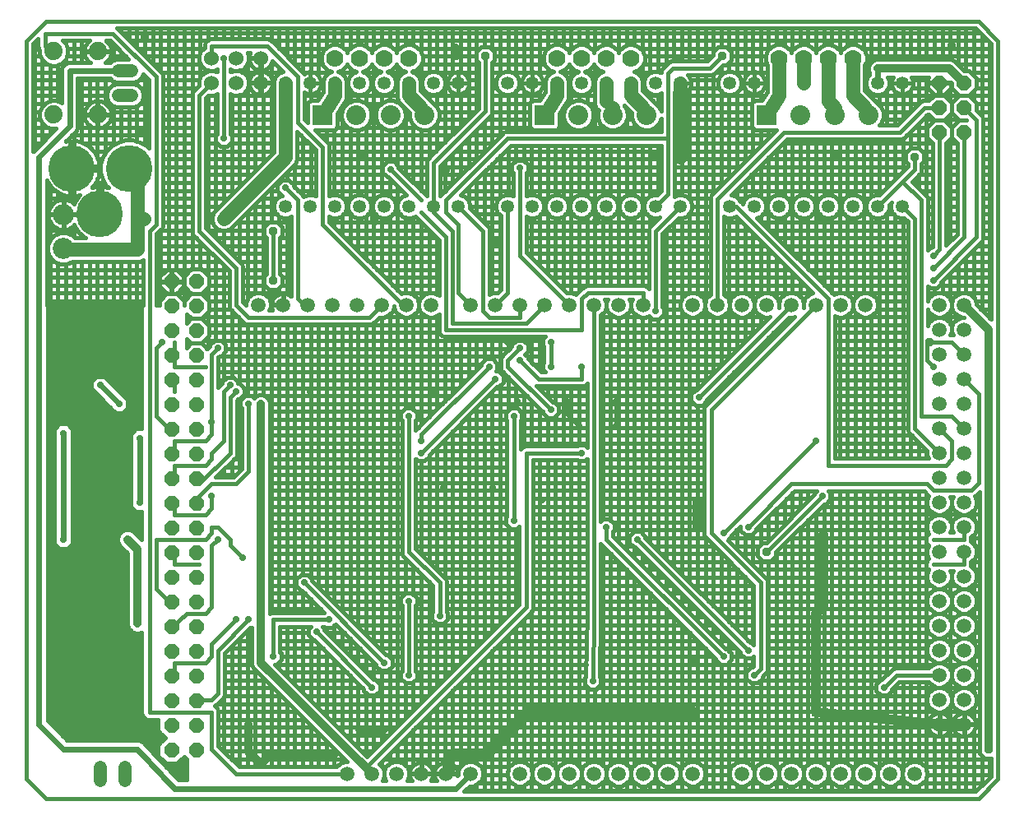
<source format=gbl>
G75*
%MOIN*%
%OFA0B0*%
%FSLAX24Y24*%
%IPPOS*%
%LPD*%
%AMOC8*
5,1,8,0,0,1.08239X$1,22.5*
%
%ADD10C,0.0160*%
%ADD11C,0.0591*%
%ADD12C,0.0700*%
%ADD13C,0.0531*%
%ADD14C,0.0600*%
%ADD15C,0.1890*%
%ADD16C,0.0540*%
%ADD17R,0.0800X0.0800*%
%ADD18C,0.0800*%
%ADD19C,0.0860*%
%ADD20C,0.0740*%
%ADD21OC8,0.0600*%
%ADD22OC8,0.0356*%
%ADD23C,0.0560*%
%ADD24OC8,0.0280*%
%ADD25C,0.0400*%
%ADD26OC8,0.0240*%
%ADD27R,0.0356X0.0356*%
%ADD28C,0.0320*%
%ADD29C,0.0240*%
%ADD30C,0.0500*%
D10*
X002180Y002467D02*
X002967Y001680D01*
X040763Y001680D01*
X041550Y002467D01*
X041550Y032389D01*
X040763Y033176D01*
X002967Y033176D01*
X002180Y032389D01*
X002180Y002467D01*
X003812Y004058D02*
X007723Y004058D01*
X007802Y004137D02*
X007526Y004413D01*
X007526Y004860D01*
X007116Y004860D01*
X006999Y004909D01*
X006909Y004999D01*
X006860Y005116D01*
X006860Y008422D01*
X006858Y008421D01*
X006837Y008400D01*
X006808Y008400D01*
X006760Y008380D01*
X006600Y008380D01*
X006552Y008400D01*
X006523Y008400D01*
X006502Y008421D01*
X006453Y008441D01*
X006341Y008553D01*
X006321Y008602D01*
X006300Y008623D01*
X006300Y008652D01*
X006280Y008700D01*
X006280Y011614D01*
X005941Y011953D01*
X005921Y012002D01*
X005900Y012023D01*
X005900Y012052D01*
X005880Y012100D01*
X005880Y012260D01*
X005900Y012308D01*
X005900Y012337D01*
X005921Y012358D01*
X005941Y012407D01*
X006053Y012519D01*
X006102Y012539D01*
X006123Y012560D01*
X006152Y012560D01*
X006200Y012580D01*
X006360Y012580D01*
X006408Y012560D01*
X006437Y012560D01*
X006458Y012539D01*
X006507Y012519D01*
X006860Y012166D01*
X006860Y013300D01*
X006623Y013300D01*
X006400Y013523D01*
X006400Y013837D01*
X006420Y013857D01*
X006420Y016103D01*
X006400Y016123D01*
X006400Y016437D01*
X006623Y016660D01*
X006860Y016660D01*
X006860Y021680D01*
X003040Y021680D01*
X003040Y004829D01*
X003829Y004040D01*
X006614Y004040D01*
X006620Y004042D01*
X006686Y004040D01*
X006752Y004040D01*
X006757Y004038D01*
X006763Y004038D01*
X006823Y004010D01*
X006884Y003985D01*
X006888Y003981D01*
X006894Y003978D01*
X006939Y003930D01*
X006985Y003884D01*
X006987Y003878D01*
X008336Y002440D01*
X008680Y002440D01*
X008680Y003259D01*
X008566Y003373D01*
X008290Y003097D01*
X007842Y003097D01*
X007526Y003413D01*
X007526Y003860D01*
X007802Y004137D01*
X007723Y004216D02*
X003653Y004216D01*
X003495Y004375D02*
X007564Y004375D01*
X007526Y004533D02*
X003336Y004533D01*
X003178Y004692D02*
X007526Y004692D01*
X007526Y004850D02*
X003040Y004850D01*
X003040Y005009D02*
X006905Y005009D01*
X006860Y005167D02*
X003040Y005167D01*
X003040Y005326D02*
X006860Y005326D01*
X006860Y005484D02*
X003040Y005484D01*
X003040Y005643D02*
X006860Y005643D01*
X006860Y005801D02*
X003040Y005801D01*
X003040Y005960D02*
X006860Y005960D01*
X006860Y006118D02*
X003040Y006118D01*
X003040Y006277D02*
X006860Y006277D01*
X006860Y006435D02*
X003040Y006435D01*
X003040Y006594D02*
X006860Y006594D01*
X006860Y006752D02*
X003040Y006752D01*
X003040Y006911D02*
X006860Y006911D01*
X006860Y007069D02*
X003040Y007069D01*
X003040Y007228D02*
X006860Y007228D01*
X006860Y007386D02*
X003040Y007386D01*
X003040Y007545D02*
X006860Y007545D01*
X006860Y007703D02*
X003040Y007703D01*
X003040Y007862D02*
X006860Y007862D01*
X006860Y008020D02*
X003040Y008020D01*
X003040Y008179D02*
X006860Y008179D01*
X006860Y008337D02*
X003040Y008337D01*
X003040Y008496D02*
X006399Y008496D01*
X006299Y008654D02*
X003040Y008654D01*
X003040Y008813D02*
X006280Y008813D01*
X006280Y008971D02*
X003040Y008971D01*
X003040Y009130D02*
X006280Y009130D01*
X006280Y009288D02*
X003040Y009288D01*
X003040Y009447D02*
X006280Y009447D01*
X006280Y009605D02*
X003040Y009605D01*
X003040Y009764D02*
X006280Y009764D01*
X006280Y009922D02*
X003040Y009922D01*
X003040Y010081D02*
X006280Y010081D01*
X006280Y010239D02*
X003040Y010239D01*
X003040Y010398D02*
X006280Y010398D01*
X006280Y010556D02*
X003040Y010556D01*
X003040Y010715D02*
X006280Y010715D01*
X006280Y010873D02*
X003040Y010873D01*
X003040Y011032D02*
X006280Y011032D01*
X006280Y011190D02*
X003040Y011190D01*
X003040Y011349D02*
X006280Y011349D01*
X006280Y011507D02*
X003040Y011507D01*
X003040Y011666D02*
X006229Y011666D01*
X006070Y011824D02*
X003861Y011824D01*
X003837Y011800D02*
X004060Y012023D01*
X004060Y012337D01*
X004040Y012357D01*
X004040Y016303D01*
X004060Y016323D01*
X004060Y016637D01*
X003837Y016860D01*
X003523Y016860D01*
X003300Y016637D01*
X003300Y016323D01*
X003320Y016303D01*
X003320Y012357D01*
X003300Y012337D01*
X003300Y012023D01*
X003523Y011800D01*
X003837Y011800D01*
X004020Y011983D02*
X005929Y011983D01*
X005880Y012141D02*
X004060Y012141D01*
X004060Y012300D02*
X005897Y012300D01*
X005992Y012458D02*
X004040Y012458D01*
X004040Y012617D02*
X006860Y012617D01*
X006860Y012775D02*
X004040Y012775D01*
X004040Y012934D02*
X006860Y012934D01*
X006860Y013092D02*
X004040Y013092D01*
X004040Y013251D02*
X006860Y013251D01*
X006514Y013409D02*
X004040Y013409D01*
X004040Y013568D02*
X006400Y013568D01*
X006400Y013726D02*
X004040Y013726D01*
X004040Y013885D02*
X006420Y013885D01*
X006420Y014043D02*
X004040Y014043D01*
X004040Y014202D02*
X006420Y014202D01*
X006420Y014360D02*
X004040Y014360D01*
X004040Y014519D02*
X006420Y014519D01*
X006420Y014677D02*
X004040Y014677D01*
X004040Y014836D02*
X006420Y014836D01*
X006420Y014994D02*
X004040Y014994D01*
X004040Y015153D02*
X006420Y015153D01*
X006420Y015311D02*
X004040Y015311D01*
X004040Y015470D02*
X006420Y015470D01*
X006420Y015628D02*
X004040Y015628D01*
X004040Y015787D02*
X006420Y015787D01*
X006420Y015945D02*
X004040Y015945D01*
X004040Y016104D02*
X006419Y016104D01*
X006400Y016262D02*
X004040Y016262D01*
X004060Y016421D02*
X006400Y016421D01*
X006542Y016579D02*
X004060Y016579D01*
X003960Y016738D02*
X006860Y016738D01*
X006860Y016896D02*
X003040Y016896D01*
X003040Y016738D02*
X003400Y016738D01*
X003300Y016579D02*
X003040Y016579D01*
X003040Y016421D02*
X003300Y016421D01*
X003320Y016262D02*
X003040Y016262D01*
X003040Y016104D02*
X003320Y016104D01*
X003320Y015945D02*
X003040Y015945D01*
X003040Y015787D02*
X003320Y015787D01*
X003320Y015628D02*
X003040Y015628D01*
X003040Y015470D02*
X003320Y015470D01*
X003320Y015311D02*
X003040Y015311D01*
X003040Y015153D02*
X003320Y015153D01*
X003320Y014994D02*
X003040Y014994D01*
X003040Y014836D02*
X003320Y014836D01*
X003320Y014677D02*
X003040Y014677D01*
X003040Y014519D02*
X003320Y014519D01*
X003320Y014360D02*
X003040Y014360D01*
X003040Y014202D02*
X003320Y014202D01*
X003320Y014043D02*
X003040Y014043D01*
X003040Y013885D02*
X003320Y013885D01*
X003320Y013726D02*
X003040Y013726D01*
X003040Y013568D02*
X003320Y013568D01*
X003320Y013409D02*
X003040Y013409D01*
X003040Y013251D02*
X003320Y013251D01*
X003320Y013092D02*
X003040Y013092D01*
X003040Y012934D02*
X003320Y012934D01*
X003320Y012775D02*
X003040Y012775D01*
X003040Y012617D02*
X003320Y012617D01*
X003320Y012458D02*
X003040Y012458D01*
X003040Y012300D02*
X003300Y012300D01*
X003300Y012141D02*
X003040Y012141D01*
X003040Y011983D02*
X003340Y011983D01*
X003499Y011824D02*
X003040Y011824D01*
X006568Y012458D02*
X006860Y012458D01*
X006860Y012300D02*
X006726Y012300D01*
X007430Y012180D02*
X007430Y010180D01*
X007930Y009680D01*
X008066Y009637D01*
X008680Y009180D02*
X009430Y009180D01*
X009680Y009430D01*
X009680Y011930D01*
X009930Y012180D01*
X009680Y012430D02*
X009430Y012180D01*
X007430Y012180D01*
X007930Y012680D02*
X008066Y012637D01*
X008180Y013180D02*
X008180Y013430D01*
X008066Y013637D01*
X008180Y013180D02*
X009430Y013180D01*
X009680Y013430D01*
X009680Y013930D01*
X009180Y013930D02*
X009080Y013680D01*
X009066Y013680D01*
X009066Y013637D01*
X009180Y013430D01*
X009180Y013930D02*
X009680Y014430D01*
X010680Y014430D01*
X011180Y014930D01*
X011180Y017680D01*
X010860Y017680D02*
X010710Y017680D01*
X010710Y017814D02*
X010756Y017860D01*
X010813Y017860D01*
X011000Y018047D01*
X011000Y018313D01*
X010813Y018500D01*
X010750Y018500D01*
X010750Y018563D01*
X010563Y018750D01*
X010297Y018750D01*
X010110Y018563D01*
X010110Y018506D01*
X010021Y018417D01*
X009960Y018356D01*
X009960Y019564D01*
X010006Y019610D01*
X010063Y019610D01*
X010250Y019797D01*
X010250Y020063D01*
X010063Y020250D01*
X009797Y020250D01*
X009610Y020063D01*
X009610Y020006D01*
X009521Y019917D01*
X009507Y019903D01*
X009273Y020137D01*
X009566Y020430D01*
X009566Y020844D01*
X009273Y021137D01*
X009566Y021430D01*
X009566Y021844D01*
X009273Y022137D01*
X009566Y022430D01*
X009566Y022844D01*
X009273Y023137D01*
X008859Y023137D01*
X008566Y022844D01*
X008566Y022430D01*
X008859Y022137D01*
X009273Y022137D01*
X008859Y022137D01*
X008566Y021844D01*
X008273Y022137D01*
X007859Y022137D01*
X007566Y021844D01*
X007566Y021680D01*
X007460Y021680D01*
X007460Y024564D01*
X007589Y024693D01*
X007667Y024771D01*
X007710Y024874D01*
X007710Y030986D01*
X007667Y031089D01*
X005917Y032839D01*
X005860Y032896D01*
X040647Y032896D01*
X041270Y032273D01*
X041270Y021099D01*
X040675Y021694D01*
X040675Y021779D01*
X040600Y021961D01*
X040461Y022100D01*
X040279Y022175D01*
X040081Y022175D01*
X039899Y022100D01*
X039760Y021961D01*
X039685Y021779D01*
X039685Y021581D01*
X039760Y021399D01*
X039899Y021260D01*
X040081Y021185D01*
X040166Y021185D01*
X040176Y021175D01*
X040081Y021175D01*
X039899Y021100D01*
X039760Y020961D01*
X039685Y020779D01*
X039685Y020581D01*
X039735Y020460D01*
X039625Y020460D01*
X039675Y020581D01*
X039675Y020779D01*
X039600Y020961D01*
X039461Y021100D01*
X039279Y021175D01*
X039081Y021175D01*
X038899Y021100D01*
X038760Y020961D01*
X038710Y020840D01*
X038710Y021520D01*
X038710Y021520D01*
X038760Y021399D01*
X038899Y021260D01*
X039081Y021185D01*
X039279Y021185D01*
X039461Y021260D01*
X039600Y021399D01*
X039675Y021581D01*
X039675Y021779D01*
X039600Y021961D01*
X039461Y022100D01*
X039279Y022175D01*
X039081Y022175D01*
X038899Y022100D01*
X038760Y021961D01*
X038710Y021840D01*
X038710Y021840D01*
X038710Y022447D01*
X038797Y022360D01*
X039063Y022360D01*
X039250Y022547D01*
X039250Y022604D01*
X040839Y024193D01*
X040917Y024271D01*
X040960Y024374D01*
X040960Y029236D01*
X040917Y029339D01*
X040680Y029576D01*
X040680Y029887D01*
X040387Y030180D01*
X040680Y030473D01*
X040680Y030887D01*
X040387Y031180D01*
X040189Y031180D01*
X039885Y031484D01*
X039784Y031585D01*
X039652Y031640D01*
X036608Y031640D01*
X036476Y031585D01*
X036375Y031484D01*
X036320Y031352D01*
X036320Y031208D01*
X036360Y031112D01*
X036360Y031019D01*
X036285Y030944D01*
X036214Y030773D01*
X036214Y030587D01*
X036285Y030416D01*
X036416Y030285D01*
X036587Y030214D01*
X036773Y030214D01*
X036944Y030285D01*
X037075Y030416D01*
X037146Y030587D01*
X037146Y030773D01*
X037085Y030920D01*
X037303Y030920D01*
X037299Y030914D01*
X037267Y030851D01*
X037245Y030784D01*
X037234Y030715D01*
X037234Y030689D01*
X037671Y030689D01*
X037671Y030671D01*
X037689Y030671D01*
X037689Y030689D01*
X038126Y030689D01*
X038126Y030715D01*
X038115Y030784D01*
X038093Y030851D01*
X038061Y030914D01*
X038057Y030920D01*
X038741Y030920D01*
X038700Y030879D01*
X038700Y030700D01*
X039160Y030700D01*
X039160Y030660D01*
X039200Y030660D01*
X039200Y030700D01*
X039651Y030700D01*
X039680Y030671D01*
X039680Y030473D01*
X039973Y030180D01*
X040387Y030180D01*
X039973Y030180D01*
X039680Y029887D01*
X039387Y030180D01*
X038973Y030180D01*
X038753Y029960D01*
X038524Y029960D01*
X038421Y029917D01*
X038343Y029839D01*
X037464Y028960D01*
X036742Y028960D01*
X036823Y029040D01*
X036914Y029261D01*
X036914Y029499D01*
X036823Y029720D01*
X036654Y029889D01*
X036605Y029909D01*
X036587Y029952D01*
X036582Y029957D01*
X036579Y029963D01*
X036515Y030024D01*
X036160Y030379D01*
X036160Y031402D01*
X036230Y031571D01*
X036230Y031789D01*
X036146Y031992D01*
X035992Y032146D01*
X035789Y032230D01*
X035571Y032230D01*
X035368Y032146D01*
X035214Y031992D01*
X035180Y031910D01*
X035146Y031992D01*
X034992Y032146D01*
X034789Y032230D01*
X034571Y032230D01*
X034368Y032146D01*
X034214Y031992D01*
X034180Y031910D01*
X034146Y031992D01*
X033992Y032146D01*
X033789Y032230D01*
X033571Y032230D01*
X033368Y032146D01*
X033214Y031992D01*
X033180Y031910D01*
X033146Y031992D01*
X032992Y032146D01*
X032789Y032230D01*
X032571Y032230D01*
X032368Y032146D01*
X032214Y031992D01*
X032130Y031789D01*
X032130Y031571D01*
X032200Y031402D01*
X032200Y030318D01*
X031989Y029980D01*
X031697Y029980D01*
X031580Y029863D01*
X031580Y028897D01*
X031697Y028780D01*
X032584Y028780D01*
X029943Y026139D01*
X029900Y026036D01*
X029900Y022100D01*
X029899Y022100D01*
X029760Y021961D01*
X029685Y021779D01*
X029685Y021581D01*
X029760Y021399D01*
X029899Y021260D01*
X030081Y021185D01*
X030279Y021185D01*
X030461Y021260D01*
X030600Y021399D01*
X030675Y021581D01*
X030675Y021779D01*
X030600Y021961D01*
X030461Y022100D01*
X030460Y022100D01*
X030460Y025267D01*
X030587Y025214D01*
X030773Y025214D01*
X030933Y025281D01*
X034051Y022163D01*
X033899Y022100D01*
X033760Y021961D01*
X033685Y021779D01*
X033685Y021581D01*
X033668Y021564D01*
X033675Y021581D01*
X033675Y021779D01*
X033600Y021961D01*
X033461Y022100D01*
X033279Y022175D01*
X033081Y022175D01*
X032899Y022100D01*
X032760Y021961D01*
X032685Y021779D01*
X032685Y021581D01*
X032668Y021564D01*
X032675Y021581D01*
X032675Y021779D01*
X032600Y021961D01*
X032461Y022100D01*
X032279Y022175D01*
X032081Y022175D01*
X031899Y022100D01*
X031760Y021961D01*
X031685Y021779D01*
X031685Y021581D01*
X031760Y021399D01*
X031899Y021260D01*
X032081Y021185D01*
X032279Y021185D01*
X032296Y021192D01*
X029354Y018250D01*
X029297Y018250D01*
X029110Y018063D01*
X029110Y017797D01*
X029297Y017610D01*
X029563Y017610D01*
X029750Y017797D01*
X029750Y017854D01*
X033081Y021185D01*
X033081Y021185D01*
X033279Y021185D01*
X033296Y021192D01*
X029693Y017589D01*
X029650Y017486D01*
X029650Y012374D01*
X029693Y012271D01*
X029771Y012193D01*
X029771Y012193D01*
X031650Y010314D01*
X031650Y007913D01*
X031563Y008000D01*
X031506Y008000D01*
X027250Y012256D01*
X027250Y012313D01*
X027063Y012500D01*
X026797Y012500D01*
X026610Y012313D01*
X026610Y012047D01*
X026797Y011860D01*
X026854Y011860D01*
X031110Y007604D01*
X031110Y007547D01*
X031297Y007360D01*
X031563Y007360D01*
X031650Y007447D01*
X031650Y007046D01*
X031604Y007000D01*
X031547Y007000D01*
X031360Y006813D01*
X031360Y006547D01*
X031547Y006360D01*
X031813Y006360D01*
X032000Y006547D01*
X032000Y006604D01*
X032089Y006693D01*
X032167Y006771D01*
X032210Y006874D01*
X032210Y010486D01*
X032167Y010589D01*
X030604Y012152D01*
X030750Y012297D01*
X030750Y012354D01*
X031110Y012714D01*
X031110Y012547D01*
X031297Y012360D01*
X031563Y012360D01*
X031750Y012547D01*
X031750Y012604D01*
X033296Y014150D01*
X034197Y014150D01*
X034110Y014063D01*
X034110Y014006D01*
X032162Y012058D01*
X032023Y012058D01*
X031802Y011837D01*
X031802Y011523D01*
X032023Y011302D01*
X032337Y011302D01*
X032558Y011523D01*
X032558Y011662D01*
X034506Y013610D01*
X034563Y013610D01*
X034750Y013797D01*
X034750Y014063D01*
X034663Y014150D01*
X038564Y014150D01*
X038693Y014021D01*
X038758Y013956D01*
X038685Y013779D01*
X038685Y013581D01*
X038760Y013399D01*
X038899Y013260D01*
X039081Y013185D01*
X039279Y013185D01*
X039461Y013260D01*
X039600Y013399D01*
X039675Y013581D01*
X039675Y013779D01*
X039625Y013900D01*
X039735Y013900D01*
X039685Y013779D01*
X039685Y013581D01*
X039760Y013399D01*
X039899Y013260D01*
X040081Y013185D01*
X040279Y013185D01*
X040461Y013260D01*
X040600Y013399D01*
X040675Y013581D01*
X040675Y013779D01*
X040612Y013932D01*
X040639Y013943D01*
X040820Y014124D01*
X040820Y003855D01*
X040802Y003837D01*
X040802Y003523D01*
X041023Y003302D01*
X041270Y003302D01*
X041270Y002583D01*
X040647Y001960D01*
X019913Y001960D01*
X020137Y002185D01*
X020279Y002185D01*
X020461Y002260D01*
X020600Y002399D01*
X020675Y002581D01*
X020675Y002779D01*
X020600Y002961D01*
X020461Y003100D01*
X020279Y003175D01*
X020081Y003175D01*
X019899Y003100D01*
X019760Y002961D01*
X019685Y002779D01*
X019685Y002637D01*
X019649Y002601D01*
X019655Y002643D01*
X019655Y002662D01*
X019198Y002662D01*
X019198Y002698D01*
X019162Y002698D01*
X019162Y002662D01*
X018705Y002662D01*
X018705Y002643D01*
X018716Y002569D01*
X018740Y002498D01*
X018774Y002431D01*
X018796Y002400D01*
X018564Y002400D01*
X018586Y002431D01*
X018620Y002498D01*
X018644Y002569D01*
X018655Y002643D01*
X018655Y002662D01*
X018198Y002662D01*
X018198Y002698D01*
X018162Y002698D01*
X018162Y002662D01*
X017705Y002662D01*
X017705Y002643D01*
X017716Y002569D01*
X017740Y002498D01*
X017774Y002431D01*
X017796Y002400D01*
X017600Y002400D01*
X017675Y002581D01*
X017675Y002779D01*
X017600Y002961D01*
X017461Y003100D01*
X017279Y003175D01*
X017081Y003175D01*
X016899Y003100D01*
X016760Y002961D01*
X016685Y002779D01*
X016685Y002581D01*
X016760Y002400D01*
X016600Y002400D01*
X016675Y002581D01*
X016675Y002779D01*
X016600Y002961D01*
X016478Y003082D01*
X022667Y009271D01*
X022710Y009374D01*
X022710Y015400D01*
X024507Y015400D01*
X024547Y015360D01*
X024813Y015360D01*
X024900Y015447D01*
X024900Y009183D01*
X024853Y006606D01*
X024810Y006563D01*
X024810Y006297D01*
X024997Y006110D01*
X025263Y006110D01*
X025450Y006297D01*
X025450Y006563D01*
X025413Y006599D01*
X025459Y009122D01*
X025460Y009124D01*
X025460Y009177D01*
X025461Y009231D01*
X025460Y009233D01*
X025460Y012004D01*
X025521Y011943D01*
X030110Y007354D01*
X030110Y007297D01*
X030297Y007110D01*
X030563Y007110D01*
X030750Y007297D01*
X030750Y007563D01*
X030563Y007750D01*
X030506Y007750D01*
X025960Y012296D01*
X025960Y012507D01*
X026000Y012547D01*
X026000Y012813D01*
X025813Y013000D01*
X025547Y013000D01*
X025460Y012913D01*
X025460Y021260D01*
X025461Y021260D01*
X025600Y021399D01*
X025675Y021581D01*
X025675Y021779D01*
X025625Y021900D01*
X025735Y021900D01*
X025685Y021779D01*
X025685Y021581D01*
X025760Y021399D01*
X025899Y021260D01*
X026081Y021185D01*
X026279Y021185D01*
X026461Y021260D01*
X026600Y021399D01*
X026675Y021581D01*
X026675Y021779D01*
X026625Y021900D01*
X026735Y021900D01*
X026685Y021779D01*
X026685Y021581D01*
X026760Y021399D01*
X026899Y021260D01*
X027081Y021185D01*
X027279Y021185D01*
X027416Y021242D01*
X027547Y021110D01*
X027813Y021110D01*
X028000Y021297D01*
X028000Y021563D01*
X027960Y021603D01*
X027960Y024564D01*
X028610Y025214D01*
X028773Y025214D01*
X028944Y025285D01*
X029075Y025416D01*
X029146Y025587D01*
X029146Y025773D01*
X029075Y025944D01*
X028944Y026075D01*
X028773Y026146D01*
X028587Y026146D01*
X028444Y026087D01*
X028460Y026124D01*
X028460Y030292D01*
X028509Y030267D01*
X028576Y030245D01*
X028645Y030234D01*
X028671Y030234D01*
X028671Y030671D01*
X028689Y030671D01*
X028689Y030689D01*
X029126Y030689D01*
X029126Y030715D01*
X029115Y030784D01*
X029093Y030851D01*
X029061Y030914D01*
X029020Y030970D01*
X028990Y031000D01*
X029936Y031000D01*
X030039Y031043D01*
X030398Y031402D01*
X030537Y031402D01*
X030758Y031623D01*
X030758Y031937D01*
X030537Y032158D01*
X030223Y032158D01*
X030002Y031937D01*
X030002Y031798D01*
X029764Y031560D01*
X028324Y031560D01*
X028221Y031517D01*
X028143Y031439D01*
X027943Y031239D01*
X027900Y031136D01*
X027900Y031093D01*
X027773Y031146D01*
X027587Y031146D01*
X027416Y031075D01*
X027285Y030944D01*
X027214Y030773D01*
X027214Y030587D01*
X027285Y030416D01*
X027416Y030285D01*
X027587Y030214D01*
X027773Y030214D01*
X027900Y030267D01*
X027900Y029533D01*
X027823Y029720D01*
X027654Y029889D01*
X027605Y029909D01*
X027587Y029952D01*
X027582Y029957D01*
X027579Y029963D01*
X027515Y030024D01*
X027160Y030379D01*
X027160Y030775D01*
X027087Y030952D01*
X026952Y031087D01*
X026819Y031142D01*
X026992Y031214D01*
X027146Y031368D01*
X027230Y031571D01*
X027230Y031789D01*
X027146Y031992D01*
X026992Y032146D01*
X026789Y032230D01*
X026571Y032230D01*
X026368Y032146D01*
X026214Y031992D01*
X026180Y031910D01*
X026146Y031992D01*
X025992Y032146D01*
X025789Y032230D01*
X025571Y032230D01*
X025368Y032146D01*
X025214Y031992D01*
X025180Y031910D01*
X025146Y031992D01*
X024992Y032146D01*
X024789Y032230D01*
X024571Y032230D01*
X024368Y032146D01*
X024214Y031992D01*
X024180Y031910D01*
X024146Y031992D01*
X023992Y032146D01*
X023789Y032230D01*
X023571Y032230D01*
X023368Y032146D01*
X023214Y031992D01*
X023130Y031789D01*
X023130Y031571D01*
X023214Y031368D01*
X023368Y031214D01*
X023541Y031142D01*
X023408Y031087D01*
X023273Y030952D01*
X023200Y030775D01*
X023200Y030318D01*
X022989Y029980D01*
X022697Y029980D01*
X022580Y029863D01*
X022580Y028897D01*
X022697Y028780D01*
X023663Y028780D01*
X023780Y028897D01*
X023780Y029434D01*
X024058Y029879D01*
X024087Y029908D01*
X024108Y029959D01*
X024138Y030007D01*
X024144Y030047D01*
X024160Y030085D01*
X024160Y030140D01*
X024169Y030195D01*
X024160Y030235D01*
X024160Y030775D01*
X024087Y030952D01*
X023952Y031087D01*
X023819Y031142D01*
X023992Y031214D01*
X024146Y031368D01*
X024180Y031450D01*
X024214Y031368D01*
X024368Y031214D01*
X024560Y031134D01*
X024416Y031075D01*
X024285Y030944D01*
X024214Y030773D01*
X024214Y030587D01*
X024285Y030416D01*
X024416Y030285D01*
X024587Y030214D01*
X024773Y030214D01*
X024944Y030285D01*
X025075Y030416D01*
X025146Y030587D01*
X025146Y030773D01*
X025075Y030944D01*
X024944Y031075D01*
X024800Y031134D01*
X024992Y031214D01*
X025146Y031368D01*
X025180Y031450D01*
X025214Y031368D01*
X025368Y031214D01*
X025541Y031142D01*
X025408Y031087D01*
X025273Y030952D01*
X025200Y030775D01*
X025200Y029835D01*
X025273Y029658D01*
X025364Y029567D01*
X025336Y029499D01*
X025336Y029261D01*
X025427Y029040D01*
X025596Y028871D01*
X025817Y028780D01*
X026055Y028780D01*
X026276Y028871D01*
X026445Y029040D01*
X026536Y029261D01*
X026536Y029499D01*
X026445Y029720D01*
X026409Y029756D01*
X026408Y029773D01*
X026714Y029467D01*
X026714Y029261D01*
X026805Y029040D01*
X026974Y028871D01*
X027195Y028780D01*
X027433Y028780D01*
X027654Y028871D01*
X027823Y029040D01*
X027900Y029227D01*
X027900Y028710D01*
X021624Y028710D01*
X021521Y028667D01*
X021443Y028589D01*
X018960Y026106D01*
X018960Y027314D01*
X020939Y029293D01*
X021017Y029371D01*
X021060Y029474D01*
X021060Y031525D01*
X021158Y031623D01*
X021158Y031937D01*
X020937Y032158D01*
X020623Y032158D01*
X020402Y031937D01*
X020402Y031623D01*
X020500Y031525D01*
X020500Y029646D01*
X018521Y027667D01*
X018443Y027589D01*
X018400Y027486D01*
X018400Y026106D01*
X017250Y027256D01*
X017250Y027313D01*
X017063Y027500D01*
X016797Y027500D01*
X016610Y027313D01*
X016610Y027047D01*
X016797Y026860D01*
X016854Y026860D01*
X017574Y026140D01*
X017416Y026075D01*
X017285Y025944D01*
X017214Y025773D01*
X017214Y025587D01*
X017285Y025416D01*
X017416Y025285D01*
X017587Y025214D01*
X017773Y025214D01*
X017938Y025283D01*
X017943Y025271D01*
X018900Y024314D01*
X018900Y022060D01*
X018861Y022100D01*
X018679Y022175D01*
X018481Y022175D01*
X018299Y022100D01*
X018160Y021961D01*
X018085Y021779D01*
X018085Y021581D01*
X018160Y021399D01*
X018299Y021260D01*
X018481Y021185D01*
X018679Y021185D01*
X018861Y021260D01*
X018900Y021300D01*
X018900Y020624D01*
X018943Y020521D01*
X019021Y020443D01*
X019124Y020400D01*
X023197Y020400D01*
X023110Y020313D01*
X023110Y020047D01*
X023150Y020007D01*
X023150Y019353D01*
X023110Y019313D01*
X023110Y019047D01*
X023197Y018960D01*
X023046Y018960D01*
X022500Y019506D01*
X022500Y019563D01*
X022383Y019680D01*
X022500Y019797D01*
X022500Y020063D01*
X022313Y020250D01*
X022047Y020250D01*
X021860Y020063D01*
X021860Y020006D01*
X021521Y019667D01*
X021443Y019589D01*
X021400Y019486D01*
X021400Y019124D01*
X021443Y019021D01*
X023110Y017354D01*
X023110Y017297D01*
X023297Y017110D01*
X023563Y017110D01*
X023750Y017297D01*
X023750Y017563D01*
X023563Y017750D01*
X023506Y017750D01*
X022843Y018413D01*
X022874Y018400D01*
X024736Y018400D01*
X024839Y018443D01*
X024900Y018504D01*
X024900Y015913D01*
X024813Y016000D01*
X024547Y016000D01*
X024507Y015960D01*
X022374Y015960D01*
X022271Y015917D01*
X022210Y015856D01*
X022210Y017007D01*
X022250Y017047D01*
X022250Y017313D01*
X022063Y017500D01*
X021797Y017500D01*
X021610Y017313D01*
X021610Y017047D01*
X021650Y017007D01*
X021650Y013103D01*
X021610Y013063D01*
X021610Y012797D01*
X021797Y012610D01*
X022063Y012610D01*
X022150Y012697D01*
X022150Y009546D01*
X015987Y003383D01*
X012259Y007110D01*
X012313Y007110D01*
X012500Y007297D01*
X012500Y007563D01*
X012460Y007603D01*
X012460Y008650D01*
X013697Y008650D01*
X013610Y008563D01*
X013610Y008297D01*
X013797Y008110D01*
X013854Y008110D01*
X015860Y006104D01*
X015860Y006047D01*
X016047Y005860D01*
X016313Y005860D01*
X016500Y006047D01*
X016500Y006313D01*
X016313Y006500D01*
X016256Y006500D01*
X014250Y008506D01*
X014250Y008563D01*
X014163Y008650D01*
X014257Y008650D01*
X014297Y008610D01*
X014563Y008610D01*
X014708Y008756D01*
X016360Y007104D01*
X016360Y007047D01*
X016547Y006860D01*
X016813Y006860D01*
X017000Y007047D01*
X017000Y007313D01*
X016813Y007500D01*
X016756Y007500D01*
X013750Y010506D01*
X013750Y010563D01*
X013563Y010750D01*
X013297Y010750D01*
X013110Y010563D01*
X013110Y010297D01*
X013297Y010110D01*
X013354Y010110D01*
X014254Y009210D01*
X012124Y009210D01*
X012040Y009175D01*
X012040Y017752D01*
X011985Y017884D01*
X011884Y017985D01*
X011752Y018040D01*
X011608Y018040D01*
X011476Y017985D01*
X011402Y017911D01*
X011313Y018000D01*
X011047Y018000D01*
X010860Y017813D01*
X010860Y017547D01*
X010900Y017507D01*
X010900Y015046D01*
X010564Y014710D01*
X009856Y014710D01*
X010667Y015521D01*
X010710Y015624D01*
X010710Y017814D01*
X010820Y017867D02*
X010820Y014966D01*
X010900Y015120D02*
X010266Y015120D01*
X010180Y015034D02*
X010180Y014710D01*
X009946Y014800D02*
X010654Y014800D01*
X010500Y014710D02*
X010500Y015354D01*
X010586Y015440D02*
X010900Y015440D01*
X010900Y015760D02*
X010710Y015760D01*
X010430Y015680D02*
X009180Y014430D01*
X009066Y014637D01*
X009430Y015180D02*
X008180Y015180D01*
X008180Y014680D01*
X008066Y014637D01*
X008066Y015637D02*
X008180Y015680D01*
X008180Y016180D01*
X009430Y016180D01*
X009680Y016430D01*
X009680Y016930D01*
X009680Y019680D01*
X009930Y019930D01*
X010250Y019920D02*
X021774Y019920D01*
X021700Y019846D02*
X021700Y020400D01*
X022020Y020400D02*
X022020Y020223D01*
X022037Y020240D02*
X010073Y020240D01*
X010180Y020133D02*
X010180Y023284D01*
X010024Y023440D02*
X007460Y023440D01*
X007460Y023120D02*
X008842Y023120D01*
X008900Y023137D02*
X008900Y024624D01*
X008943Y024521D01*
X009021Y024443D01*
X010400Y023064D01*
X010400Y021624D01*
X010443Y021521D01*
X010521Y021443D01*
X011021Y020943D01*
X011124Y020900D01*
X016136Y020900D01*
X016239Y020943D01*
X016317Y021021D01*
X016481Y021185D01*
X016481Y021185D01*
X016679Y021185D01*
X016861Y021260D01*
X017000Y021399D01*
X017075Y021581D01*
X017075Y021639D01*
X017085Y021629D01*
X017085Y021581D01*
X017160Y021399D01*
X017299Y021260D01*
X017481Y021185D01*
X017679Y021185D01*
X017861Y021260D01*
X018000Y021399D01*
X018075Y021581D01*
X018075Y021779D01*
X018000Y021961D01*
X017861Y022100D01*
X017679Y022175D01*
X017481Y022175D01*
X017375Y022131D01*
X014460Y025046D01*
X014460Y025267D01*
X014587Y025214D01*
X014773Y025214D01*
X014944Y025285D01*
X015075Y025416D01*
X015146Y025587D01*
X015146Y025773D01*
X015075Y025944D01*
X014944Y026075D01*
X014773Y026146D01*
X014587Y026146D01*
X014460Y026093D01*
X014460Y028136D01*
X014417Y028239D01*
X013876Y028780D01*
X014663Y028780D01*
X014780Y028897D01*
X014780Y029434D01*
X015058Y029879D01*
X015087Y029908D01*
X015108Y029959D01*
X015138Y030007D01*
X015144Y030047D01*
X015160Y030085D01*
X015160Y030140D01*
X015169Y030195D01*
X015160Y030235D01*
X015160Y030775D01*
X015087Y030952D01*
X014952Y031087D01*
X014819Y031142D01*
X014992Y031214D01*
X015146Y031368D01*
X015180Y031450D01*
X015214Y031368D01*
X015368Y031214D01*
X015560Y031134D01*
X015416Y031075D01*
X015285Y030944D01*
X015214Y030773D01*
X015214Y030587D01*
X015285Y030416D01*
X015416Y030285D01*
X015587Y030214D01*
X015773Y030214D01*
X015944Y030285D01*
X016075Y030416D01*
X016146Y030587D01*
X016146Y030773D01*
X016075Y030944D01*
X015944Y031075D01*
X015800Y031134D01*
X015992Y031214D01*
X016146Y031368D01*
X016180Y031450D01*
X016214Y031368D01*
X016368Y031214D01*
X016560Y031134D01*
X016416Y031075D01*
X016285Y030944D01*
X016214Y030773D01*
X016214Y030587D01*
X016285Y030416D01*
X016416Y030285D01*
X016587Y030214D01*
X016773Y030214D01*
X016944Y030285D01*
X017075Y030416D01*
X017146Y030587D01*
X017146Y030773D01*
X017075Y030944D01*
X016944Y031075D01*
X016800Y031134D01*
X016992Y031214D01*
X017146Y031368D01*
X017180Y031450D01*
X017214Y031368D01*
X017368Y031214D01*
X017541Y031142D01*
X017408Y031087D01*
X017273Y030952D01*
X017200Y030775D01*
X017200Y030085D01*
X017273Y029908D01*
X017408Y029773D01*
X017408Y029773D01*
X017714Y029467D01*
X017714Y029261D01*
X017805Y029040D01*
X017974Y028871D01*
X018195Y028780D01*
X018433Y028780D01*
X018654Y028871D01*
X018823Y029040D01*
X018914Y029261D01*
X018914Y029499D01*
X018823Y029720D01*
X018654Y029889D01*
X018605Y029909D01*
X018587Y029952D01*
X018160Y030379D01*
X018160Y030775D01*
X018087Y030952D01*
X017952Y031087D01*
X017819Y031142D01*
X017992Y031214D01*
X018146Y031368D01*
X018230Y031571D01*
X018230Y031789D01*
X018146Y031992D01*
X017992Y032146D01*
X017789Y032230D01*
X017571Y032230D01*
X017368Y032146D01*
X017214Y031992D01*
X017180Y031910D01*
X017146Y031992D01*
X016992Y032146D01*
X016789Y032230D01*
X016571Y032230D01*
X016368Y032146D01*
X016214Y031992D01*
X016180Y031910D01*
X016146Y031992D01*
X015992Y032146D01*
X015789Y032230D01*
X015571Y032230D01*
X015368Y032146D01*
X015214Y031992D01*
X015180Y031910D01*
X015146Y031992D01*
X014992Y032146D01*
X014789Y032230D01*
X014571Y032230D01*
X014368Y032146D01*
X014214Y031992D01*
X014130Y031789D01*
X014130Y031571D01*
X014214Y031368D01*
X014368Y031214D01*
X014541Y031142D01*
X014408Y031087D01*
X014273Y030952D01*
X014200Y030775D01*
X014200Y030318D01*
X013989Y029980D01*
X013697Y029980D01*
X013580Y029863D01*
X013580Y029076D01*
X013460Y029196D01*
X013460Y030292D01*
X013509Y030267D01*
X013576Y030245D01*
X013645Y030234D01*
X013671Y030234D01*
X013671Y030671D01*
X013689Y030671D01*
X013689Y030689D01*
X013671Y030689D01*
X013671Y031126D01*
X013645Y031126D01*
X013576Y031115D01*
X013509Y031093D01*
X013446Y031061D01*
X013433Y031051D01*
X013417Y031089D01*
X012167Y032339D01*
X012089Y032417D01*
X011986Y032460D01*
X009624Y032460D01*
X009521Y032417D01*
X009443Y032339D01*
X009400Y032236D01*
X009400Y032105D01*
X009397Y032104D01*
X009256Y031963D01*
X009180Y031779D01*
X009180Y031581D01*
X009256Y031397D01*
X009397Y031256D01*
X009581Y031180D01*
X009779Y031180D01*
X009900Y031130D01*
X009900Y031230D01*
X009779Y031180D01*
X009581Y031180D01*
X009397Y031104D01*
X009256Y030963D01*
X009180Y030779D01*
X009180Y030581D01*
X009181Y030577D01*
X008943Y030339D01*
X008900Y030236D01*
X008900Y032896D01*
X009220Y032896D02*
X009220Y031876D01*
X009180Y031760D02*
X006996Y031760D01*
X006980Y031776D02*
X006980Y032896D01*
X006660Y032896D02*
X006660Y032096D01*
X006676Y032080D02*
X009373Y032080D01*
X009680Y032180D02*
X009680Y031680D01*
X009680Y032180D02*
X011930Y032180D01*
X013180Y030930D01*
X013180Y029080D01*
X014180Y028080D01*
X014180Y024930D01*
X017430Y021680D01*
X017580Y021680D01*
X017220Y021340D02*
X017220Y004616D01*
X017164Y004560D02*
X014809Y004560D01*
X014660Y004709D02*
X014660Y007304D01*
X014524Y007440D02*
X012500Y007440D01*
X012420Y007217D02*
X012420Y006949D01*
X012323Y007120D02*
X014844Y007120D01*
X014980Y006984D02*
X014980Y004389D01*
X015129Y004240D02*
X016844Y004240D01*
X016900Y004296D02*
X016900Y006947D01*
X017000Y007120D02*
X017400Y007120D01*
X017400Y006853D02*
X017360Y006813D01*
X017360Y006547D01*
X017547Y006360D01*
X017813Y006360D01*
X018000Y006547D01*
X018000Y006813D01*
X017960Y006853D01*
X017960Y009507D01*
X018000Y009547D01*
X018000Y009813D01*
X017813Y010000D01*
X017547Y010000D01*
X017360Y009813D01*
X017360Y009547D01*
X017400Y009507D01*
X017400Y006853D01*
X017360Y006800D02*
X015956Y006800D01*
X015940Y006816D02*
X015940Y007524D01*
X016024Y007440D02*
X015316Y007440D01*
X015300Y007456D02*
X015300Y008164D01*
X015384Y008080D02*
X014676Y008080D01*
X014660Y008096D02*
X014660Y008707D01*
X014673Y008720D02*
X014744Y008720D01*
X014980Y008484D02*
X014980Y007776D01*
X014996Y007760D02*
X015704Y007760D01*
X015620Y007844D02*
X015620Y007136D01*
X015636Y007120D02*
X016344Y007120D01*
X016260Y007204D02*
X016260Y006500D01*
X016333Y006480D02*
X017427Y006480D01*
X017540Y006367D02*
X017540Y004936D01*
X017484Y004880D02*
X014489Y004880D01*
X014340Y005029D02*
X014340Y007624D01*
X014204Y007760D02*
X012460Y007760D01*
X012460Y008080D02*
X013884Y008080D01*
X014020Y007944D02*
X014020Y005349D01*
X014169Y005200D02*
X017804Y005200D01*
X017860Y005256D02*
X017860Y006407D01*
X017933Y006480D02*
X019084Y006480D01*
X019140Y006536D02*
X019140Y008837D01*
X019063Y008760D02*
X019250Y008947D01*
X019250Y009213D01*
X019210Y009253D01*
X019210Y010486D01*
X019167Y010589D01*
X019089Y010667D01*
X017960Y011796D01*
X017960Y015447D01*
X018047Y015360D01*
X018313Y015360D01*
X018500Y015547D01*
X018500Y015604D01*
X021256Y018360D01*
X021313Y018360D01*
X021500Y018547D01*
X021500Y018813D01*
X021313Y019000D01*
X021203Y019000D01*
X021250Y019047D01*
X021250Y019313D01*
X021063Y019500D01*
X020797Y019500D01*
X020610Y019313D01*
X020610Y019256D01*
X018021Y016667D01*
X017960Y016606D01*
X017960Y017007D01*
X018000Y017047D01*
X018000Y017313D01*
X017813Y017500D01*
X017547Y017500D01*
X017360Y017313D01*
X017360Y017047D01*
X017400Y017007D01*
X017400Y011624D01*
X017443Y011521D01*
X017521Y011443D01*
X017521Y011443D01*
X018650Y010314D01*
X018650Y009253D01*
X018610Y009213D01*
X018610Y008947D01*
X018797Y008760D01*
X019063Y008760D01*
X018820Y008760D02*
X018820Y006216D01*
X018764Y006160D02*
X016500Y006160D01*
X016180Y006180D02*
X013930Y008430D01*
X013700Y008207D02*
X013700Y005669D01*
X013849Y005520D02*
X018124Y005520D01*
X018180Y005576D02*
X018180Y010784D01*
X018324Y010640D02*
X013673Y010640D01*
X013700Y010613D02*
X013700Y020900D01*
X013380Y020900D02*
X013380Y010750D01*
X013187Y010640D02*
X012040Y010640D01*
X012040Y010320D02*
X013110Y010320D01*
X013430Y010430D02*
X016680Y007180D01*
X016900Y007413D02*
X016900Y021300D01*
X016715Y021200D02*
X017445Y021200D01*
X017540Y021185D02*
X017540Y017493D01*
X017407Y017360D02*
X012040Y017360D01*
X012040Y017040D02*
X017367Y017040D01*
X017400Y016720D02*
X012040Y016720D01*
X012040Y016400D02*
X017400Y016400D01*
X017400Y016080D02*
X012040Y016080D01*
X012040Y015760D02*
X017400Y015760D01*
X017400Y015440D02*
X012040Y015440D01*
X012040Y015120D02*
X017400Y015120D01*
X017400Y014800D02*
X012040Y014800D01*
X012040Y014480D02*
X017400Y014480D01*
X017400Y014160D02*
X012040Y014160D01*
X012040Y013840D02*
X017400Y013840D01*
X017400Y013520D02*
X012040Y013520D01*
X012040Y013200D02*
X017400Y013200D01*
X017400Y012880D02*
X012040Y012880D01*
X012040Y012560D02*
X017400Y012560D01*
X017400Y012240D02*
X012040Y012240D01*
X012040Y011920D02*
X017400Y011920D01*
X017410Y011600D02*
X012040Y011600D01*
X012040Y011280D02*
X017684Y011280D01*
X017540Y011424D02*
X017540Y009993D01*
X017860Y009953D02*
X017860Y011104D01*
X018004Y010960D02*
X012040Y010960D01*
X012040Y010000D02*
X013464Y010000D01*
X013380Y010084D02*
X013380Y009210D01*
X013060Y009210D02*
X013060Y020900D01*
X012740Y020900D02*
X012740Y009210D01*
X012420Y009210D02*
X012420Y020900D01*
X012100Y020900D02*
X012100Y009200D01*
X012040Y009360D02*
X014104Y009360D01*
X014020Y009444D02*
X014020Y009210D01*
X013700Y009210D02*
X013700Y009764D01*
X013784Y009680D02*
X012040Y009680D01*
X012180Y008930D02*
X012180Y007430D01*
X011460Y006891D02*
X011460Y002960D01*
X011780Y002960D02*
X011780Y006571D01*
X011871Y006480D02*
X010210Y006480D01*
X010210Y006160D02*
X012191Y006160D01*
X012100Y006251D02*
X012100Y002960D01*
X012420Y002960D02*
X012420Y005931D01*
X012511Y005840D02*
X010196Y005840D01*
X010210Y005874D02*
X010167Y005771D01*
X009917Y005521D01*
X009839Y005443D01*
X009808Y005430D01*
X009839Y005417D01*
X009917Y005339D01*
X009960Y005236D01*
X009960Y003796D01*
X010796Y002960D01*
X014760Y002960D01*
X010796Y002960D01*
X010820Y002960D02*
X010820Y008174D01*
X010726Y008080D02*
X011320Y008080D01*
X011320Y007760D02*
X010406Y007760D01*
X010500Y007854D02*
X010500Y003256D01*
X010476Y003280D02*
X015071Y003280D01*
X015081Y003175D02*
X014899Y003100D01*
X014760Y002961D01*
X014760Y002960D01*
X014660Y002960D02*
X014660Y003691D01*
X014751Y003600D02*
X010156Y003600D01*
X010180Y003576D02*
X010180Y005802D01*
X010210Y005874D02*
X010210Y007564D01*
X011256Y008610D01*
X011313Y008610D01*
X011320Y008617D01*
X011320Y007252D01*
X011320Y007108D01*
X011375Y006976D01*
X015176Y003175D01*
X015081Y003175D01*
X014980Y003133D02*
X014980Y003371D01*
X015620Y003749D02*
X015620Y006344D01*
X015484Y006480D02*
X012889Y006480D01*
X012740Y006629D02*
X012740Y008650D01*
X013060Y008650D02*
X013060Y006309D01*
X013209Y006160D02*
X015804Y006160D01*
X015940Y005967D02*
X015940Y003429D01*
X015769Y003600D02*
X016204Y003600D01*
X016260Y003656D02*
X016260Y005860D01*
X016580Y006860D02*
X016580Y003976D01*
X016524Y003920D02*
X015449Y003920D01*
X015300Y004069D02*
X015300Y006664D01*
X015164Y006800D02*
X012569Y006800D01*
X011551Y006800D02*
X010210Y006800D01*
X010210Y007120D02*
X011320Y007120D01*
X011320Y007440D02*
X010210Y007440D01*
X009930Y007680D02*
X009930Y005930D01*
X009680Y005680D01*
X009180Y005680D01*
X009066Y005637D01*
X009180Y005430D01*
X009680Y005180D02*
X009680Y003680D01*
X010680Y002680D01*
X015180Y002680D01*
X015930Y002930D02*
X022430Y009430D01*
X022430Y015680D01*
X024680Y015680D01*
X024893Y015440D02*
X024900Y015440D01*
X024900Y015120D02*
X022710Y015120D01*
X022710Y014800D02*
X024900Y014800D01*
X024900Y014480D02*
X022710Y014480D01*
X022710Y014160D02*
X024900Y014160D01*
X024900Y013840D02*
X022710Y013840D01*
X022710Y013520D02*
X024900Y013520D01*
X024900Y013200D02*
X022710Y013200D01*
X022710Y012880D02*
X024900Y012880D01*
X024900Y012560D02*
X022710Y012560D01*
X022710Y012240D02*
X024900Y012240D01*
X024900Y011920D02*
X022710Y011920D01*
X022710Y011600D02*
X024900Y011600D01*
X024900Y011280D02*
X022710Y011280D01*
X022710Y010960D02*
X024900Y010960D01*
X024900Y010640D02*
X022710Y010640D01*
X022710Y010320D02*
X024900Y010320D01*
X024900Y010000D02*
X022710Y010000D01*
X022710Y009680D02*
X024900Y009680D01*
X024900Y009360D02*
X022704Y009360D01*
X022660Y009264D02*
X022660Y002815D01*
X022675Y002779D02*
X022600Y002961D01*
X022461Y003100D01*
X022279Y003175D01*
X022081Y003175D01*
X021899Y003100D01*
X021760Y002961D01*
X021685Y002779D01*
X021685Y002581D01*
X021760Y002399D01*
X021899Y002260D01*
X022081Y002185D01*
X022279Y002185D01*
X022461Y002260D01*
X022600Y002399D01*
X022675Y002581D01*
X022675Y002779D01*
X022685Y002779D02*
X022685Y002581D01*
X022760Y002399D01*
X022899Y002260D01*
X023081Y002185D01*
X023279Y002185D01*
X023461Y002260D01*
X023600Y002399D01*
X023675Y002581D01*
X023675Y002779D01*
X023600Y002961D01*
X023461Y003100D01*
X023279Y003175D01*
X023081Y003175D01*
X022899Y003100D01*
X022760Y002961D01*
X022685Y002779D01*
X022675Y002640D02*
X022685Y002640D01*
X022660Y002545D02*
X022660Y001960D01*
X022340Y001960D02*
X022340Y002210D01*
X022520Y002320D02*
X022840Y002320D01*
X022980Y002227D02*
X022980Y001960D01*
X023300Y001960D02*
X023300Y002194D01*
X023520Y002320D02*
X023840Y002320D01*
X023899Y002260D02*
X024081Y002185D01*
X024279Y002185D01*
X024461Y002260D01*
X024600Y002399D01*
X024675Y002581D01*
X024675Y002779D01*
X024600Y002961D01*
X024461Y003100D01*
X024279Y003175D01*
X024081Y003175D01*
X023899Y003100D01*
X023760Y002961D01*
X023685Y002779D01*
X023685Y002581D01*
X023760Y002399D01*
X023899Y002260D01*
X023940Y002243D02*
X023940Y001960D01*
X024260Y001960D02*
X024260Y002185D01*
X024520Y002320D02*
X024840Y002320D01*
X024899Y002260D02*
X025081Y002185D01*
X025279Y002185D01*
X025461Y002260D01*
X025600Y002399D01*
X025675Y002581D01*
X025675Y002779D01*
X025600Y002961D01*
X025461Y003100D01*
X025279Y003175D01*
X025081Y003175D01*
X024899Y003100D01*
X024760Y002961D01*
X024685Y002779D01*
X024685Y002581D01*
X024760Y002399D01*
X024899Y002260D01*
X024900Y002260D02*
X024900Y001960D01*
X024580Y001960D02*
X024580Y002380D01*
X024675Y002640D02*
X024685Y002640D01*
X024760Y002960D02*
X024600Y002960D01*
X024580Y002980D02*
X024580Y015360D01*
X024260Y015400D02*
X024260Y003175D01*
X023940Y003117D02*
X023940Y015400D01*
X023620Y015400D02*
X023620Y002912D01*
X023600Y002960D02*
X023760Y002960D01*
X023685Y002640D02*
X023675Y002640D01*
X023620Y002448D02*
X023620Y001960D01*
X022760Y002960D02*
X022600Y002960D01*
X022340Y003150D02*
X022340Y008944D01*
X022436Y009040D02*
X024897Y009040D01*
X025180Y009180D02*
X025180Y021680D01*
X025540Y021340D02*
X025540Y012993D01*
X025460Y013200D02*
X029650Y013200D01*
X029650Y012880D02*
X025933Y012880D01*
X025860Y012953D02*
X025860Y021300D01*
X026045Y021200D02*
X025460Y021200D01*
X025460Y020880D02*
X031984Y020880D01*
X031940Y020836D02*
X031940Y021243D01*
X032045Y021200D02*
X031315Y021200D01*
X031300Y021194D02*
X031300Y020196D01*
X031344Y020240D02*
X025460Y020240D01*
X025460Y019920D02*
X031024Y019920D01*
X030980Y019876D02*
X030980Y021227D01*
X031045Y021200D02*
X030315Y021200D01*
X030340Y021210D02*
X030340Y019236D01*
X030384Y019280D02*
X025460Y019280D01*
X025460Y018960D02*
X030064Y018960D01*
X030020Y018916D02*
X030020Y021210D01*
X030045Y021200D02*
X029315Y021200D01*
X029279Y021185D02*
X029461Y021260D01*
X029600Y021399D01*
X029675Y021581D01*
X029675Y021779D01*
X029600Y021961D01*
X029461Y022100D01*
X029279Y022175D01*
X029081Y022175D01*
X028899Y022100D01*
X028760Y021961D01*
X028685Y021779D01*
X028685Y021581D01*
X028760Y021399D01*
X028899Y021260D01*
X029081Y021185D01*
X029279Y021185D01*
X029380Y021227D02*
X029380Y018276D01*
X029424Y018320D02*
X025460Y018320D01*
X025460Y018000D02*
X029110Y018000D01*
X029430Y017930D02*
X033180Y021680D01*
X033540Y022020D02*
X033540Y022674D01*
X033414Y022800D02*
X030460Y022800D01*
X030460Y022480D02*
X033734Y022480D01*
X033860Y022354D02*
X033860Y022060D01*
X034045Y022160D02*
X033315Y022160D01*
X033220Y022175D02*
X033220Y022994D01*
X033094Y023120D02*
X030460Y023120D01*
X030460Y023440D02*
X032774Y023440D01*
X032900Y023314D02*
X032900Y022100D01*
X033045Y022160D02*
X032315Y022160D01*
X032260Y022175D02*
X032260Y023954D01*
X032134Y024080D02*
X030460Y024080D01*
X030460Y023760D02*
X032454Y023760D01*
X032580Y023634D02*
X032580Y021980D01*
X032650Y021840D02*
X032710Y021840D01*
X032685Y021581D02*
X032685Y021581D01*
X032260Y021185D02*
X032260Y021156D01*
X032580Y020684D02*
X032580Y020476D01*
X032664Y020560D02*
X032456Y020560D01*
X032260Y020364D02*
X032260Y020156D01*
X032344Y020240D02*
X032136Y020240D01*
X031940Y020044D02*
X031940Y019836D01*
X032024Y019920D02*
X031816Y019920D01*
X031620Y019724D02*
X031620Y019516D01*
X031704Y019600D02*
X031496Y019600D01*
X031300Y019404D02*
X031300Y019196D01*
X031384Y019280D02*
X031176Y019280D01*
X030980Y019084D02*
X030980Y018876D01*
X031064Y018960D02*
X030856Y018960D01*
X030660Y018764D02*
X030660Y018556D01*
X030744Y018640D02*
X030536Y018640D01*
X030340Y018444D02*
X030340Y018236D01*
X030424Y018320D02*
X030216Y018320D01*
X030020Y018124D02*
X030020Y017916D01*
X030104Y018000D02*
X029896Y018000D01*
X029700Y017747D02*
X029700Y017596D01*
X029633Y017680D02*
X029784Y017680D01*
X029930Y017430D02*
X034180Y021680D01*
X033710Y021840D02*
X033650Y021840D01*
X033685Y021581D02*
X033685Y021581D01*
X033220Y021185D02*
X033220Y021116D01*
X032984Y020880D02*
X032776Y020880D01*
X032900Y020796D02*
X032900Y021004D01*
X031710Y021520D02*
X031650Y021520D01*
X031675Y021581D02*
X031600Y021399D01*
X031461Y021260D01*
X031279Y021185D01*
X031081Y021185D01*
X030899Y021260D01*
X030760Y021399D01*
X030685Y021581D01*
X030685Y021779D01*
X030760Y021961D01*
X030899Y022100D01*
X031081Y022175D01*
X031279Y022175D01*
X031461Y022100D01*
X031600Y021961D01*
X031675Y021779D01*
X031675Y021581D01*
X031620Y021448D02*
X031620Y020516D01*
X031664Y020560D02*
X025460Y020560D01*
X024680Y020680D02*
X024680Y021930D01*
X024930Y022180D01*
X027180Y022180D01*
X027180Y021680D01*
X026820Y021340D02*
X026820Y012500D01*
X027140Y012423D02*
X027140Y021185D01*
X027045Y021200D02*
X026315Y021200D01*
X026180Y021185D02*
X026180Y012076D01*
X026336Y011920D02*
X026737Y011920D01*
X026820Y011860D02*
X026820Y011436D01*
X026976Y011280D02*
X027434Y011280D01*
X027460Y011254D02*
X027460Y010796D01*
X027616Y010640D02*
X028074Y010640D01*
X028100Y010614D02*
X028100Y010156D01*
X028256Y010000D02*
X028714Y010000D01*
X028740Y009974D02*
X028740Y009516D01*
X028896Y009360D02*
X029354Y009360D01*
X029380Y009334D02*
X029380Y008876D01*
X029536Y008720D02*
X029994Y008720D01*
X030020Y008694D02*
X030020Y008236D01*
X030176Y008080D02*
X030634Y008080D01*
X030660Y008054D02*
X030660Y007653D01*
X030496Y007760D02*
X030954Y007760D01*
X030980Y007734D02*
X030980Y003133D01*
X030899Y003100D02*
X031081Y003175D01*
X031279Y003175D01*
X031461Y003100D01*
X031600Y002961D01*
X031675Y002779D01*
X031675Y002581D01*
X031600Y002399D01*
X031461Y002260D01*
X031279Y002185D01*
X031081Y002185D01*
X030899Y002260D01*
X030760Y002399D01*
X030685Y002581D01*
X030685Y002779D01*
X030760Y002961D01*
X030899Y003100D01*
X030760Y002960D02*
X029600Y002960D01*
X029600Y002961D02*
X029461Y003100D01*
X029279Y003175D01*
X029081Y003175D01*
X028899Y003100D01*
X028760Y002961D01*
X028685Y002779D01*
X028685Y002581D01*
X028760Y002399D01*
X028899Y002260D01*
X029081Y002185D01*
X029279Y002185D01*
X029461Y002260D01*
X029600Y002399D01*
X029675Y002581D01*
X029675Y002779D01*
X029600Y002961D01*
X029380Y003133D02*
X029380Y008084D01*
X029384Y008080D02*
X025440Y008080D01*
X025434Y007760D02*
X029704Y007760D01*
X029700Y007764D02*
X029700Y001960D01*
X030020Y001960D02*
X030020Y007444D01*
X030024Y007440D02*
X025428Y007440D01*
X025423Y007120D02*
X030287Y007120D01*
X030340Y007110D02*
X030340Y001960D01*
X030660Y001960D02*
X030660Y007207D01*
X030573Y007120D02*
X031650Y007120D01*
X031620Y007016D02*
X031620Y007417D01*
X031643Y007440D02*
X031650Y007440D01*
X031430Y007680D02*
X026930Y012180D01*
X026610Y012240D02*
X026016Y012240D01*
X026000Y012560D02*
X029650Y012560D01*
X029700Y012264D02*
X029700Y009806D01*
X029826Y009680D02*
X031650Y009680D01*
X031650Y009360D02*
X030146Y009360D01*
X030020Y009486D02*
X030020Y011944D01*
X030044Y011920D02*
X027586Y011920D01*
X027460Y012046D02*
X027460Y021197D01*
X027457Y021200D02*
X027315Y021200D01*
X027680Y021430D02*
X027680Y024680D01*
X028680Y025680D01*
X029146Y025680D02*
X029900Y025680D01*
X029900Y025360D02*
X029019Y025360D01*
X029060Y025401D02*
X029060Y022166D01*
X029045Y022160D02*
X027960Y022160D01*
X027960Y021840D02*
X028710Y021840D01*
X028740Y021912D02*
X028740Y025214D01*
X028436Y025040D02*
X029900Y025040D01*
X029900Y024720D02*
X028116Y024720D01*
X028100Y024704D02*
X028100Y011406D01*
X028226Y011280D02*
X030684Y011280D01*
X030660Y011304D02*
X030660Y008846D01*
X030786Y008720D02*
X031650Y008720D01*
X031650Y008400D02*
X031106Y008400D01*
X030980Y008526D02*
X030980Y010984D01*
X031004Y010960D02*
X028546Y010960D01*
X028420Y011086D02*
X028420Y025024D01*
X027960Y024400D02*
X029900Y024400D01*
X029900Y024080D02*
X027960Y024080D01*
X027960Y023760D02*
X029900Y023760D01*
X029900Y023440D02*
X027960Y023440D01*
X027960Y023120D02*
X029900Y023120D01*
X029900Y022800D02*
X027960Y022800D01*
X027960Y022480D02*
X029900Y022480D01*
X029900Y022160D02*
X029315Y022160D01*
X029380Y022133D02*
X029380Y031000D01*
X029060Y031000D02*
X029060Y030915D01*
X029110Y030800D02*
X030226Y030800D01*
X030214Y030773D02*
X030214Y030587D01*
X030285Y030416D01*
X030416Y030285D01*
X030587Y030214D01*
X030773Y030214D01*
X030944Y030285D01*
X031075Y030416D01*
X031146Y030587D01*
X031146Y030773D01*
X031075Y030944D01*
X030944Y031075D01*
X030773Y031146D01*
X030587Y031146D01*
X030416Y031075D01*
X030285Y030944D01*
X030214Y030773D01*
X030340Y030999D02*
X030340Y031344D01*
X030575Y031440D02*
X032184Y031440D01*
X032200Y031120D02*
X031751Y031120D01*
X031784Y031115D02*
X031715Y031126D01*
X031689Y031126D01*
X031689Y030689D01*
X031671Y030689D01*
X031671Y031126D01*
X031645Y031126D01*
X031576Y031115D01*
X031509Y031093D01*
X031446Y031061D01*
X031390Y031020D01*
X031340Y030970D01*
X031299Y030914D01*
X031267Y030851D01*
X031245Y030784D01*
X031234Y030715D01*
X031234Y030689D01*
X031671Y030689D01*
X031671Y030671D01*
X031234Y030671D01*
X031234Y030645D01*
X031245Y030576D01*
X031267Y030509D01*
X031299Y030446D01*
X031340Y030390D01*
X031390Y030340D01*
X031446Y030299D01*
X031509Y030267D01*
X031576Y030245D01*
X031645Y030234D01*
X031671Y030234D01*
X031671Y030671D01*
X031689Y030671D01*
X031689Y030689D01*
X032126Y030689D01*
X032126Y030715D01*
X032115Y030784D01*
X032093Y030851D01*
X032061Y030914D01*
X032020Y030970D01*
X031970Y031020D01*
X031914Y031061D01*
X031851Y031093D01*
X031784Y031115D01*
X031689Y031120D02*
X031671Y031120D01*
X031620Y031122D02*
X031620Y032896D01*
X031300Y032896D02*
X031300Y030915D01*
X031250Y030800D02*
X031134Y030800D01*
X031300Y030689D02*
X031300Y030671D01*
X031282Y030480D02*
X031101Y030480D01*
X030980Y030321D02*
X030980Y027176D01*
X031084Y027280D02*
X028460Y027280D01*
X028460Y026960D02*
X030764Y026960D01*
X030660Y026856D02*
X030660Y030214D01*
X030340Y030361D02*
X030340Y026536D01*
X030444Y026640D02*
X028460Y026640D01*
X028460Y026320D02*
X030124Y026320D01*
X030020Y026216D02*
X030020Y031035D01*
X030116Y031120D02*
X030525Y031120D01*
X030660Y031146D02*
X030660Y031525D01*
X030758Y031760D02*
X032130Y031760D01*
X032260Y032038D02*
X032260Y032896D01*
X032580Y032896D02*
X032580Y032230D01*
X032302Y032080D02*
X030615Y032080D01*
X030660Y032035D02*
X030660Y032896D01*
X030340Y032896D02*
X030340Y032158D01*
X030145Y032080D02*
X027058Y032080D01*
X027140Y031998D02*
X027140Y032896D01*
X027460Y032896D02*
X027460Y031093D01*
X027525Y031120D02*
X026872Y031120D01*
X026820Y031142D02*
X026820Y031143D01*
X027140Y031362D02*
X027140Y030824D01*
X027150Y030800D02*
X027226Y030800D01*
X027259Y030480D02*
X027160Y030480D01*
X027460Y030267D02*
X027460Y030079D01*
X027379Y030160D02*
X027900Y030160D01*
X027780Y030217D02*
X027780Y029762D01*
X027702Y029840D02*
X027900Y029840D01*
X028460Y029840D02*
X031580Y029840D01*
X031620Y029903D02*
X031620Y030238D01*
X031689Y030234D02*
X031715Y030234D01*
X031784Y030245D01*
X031851Y030267D01*
X031914Y030299D01*
X031970Y030340D01*
X032020Y030390D01*
X032061Y030446D01*
X032093Y030509D01*
X032115Y030576D01*
X032126Y030645D01*
X032126Y030671D01*
X031689Y030671D01*
X031689Y030234D01*
X031671Y030480D02*
X031689Y030480D01*
X031620Y030671D02*
X031620Y030689D01*
X031671Y030800D02*
X031689Y030800D01*
X031940Y030689D02*
X031940Y030671D01*
X032110Y030800D02*
X032200Y030800D01*
X032200Y030480D02*
X032078Y030480D01*
X031940Y030318D02*
X031940Y029980D01*
X032101Y030160D02*
X028460Y030160D01*
X028689Y030234D02*
X028715Y030234D01*
X028784Y030245D01*
X028851Y030267D01*
X028914Y030299D01*
X028970Y030340D01*
X029020Y030390D01*
X029061Y030446D01*
X029093Y030509D01*
X029115Y030576D01*
X029126Y030645D01*
X029126Y030671D01*
X028689Y030671D01*
X028689Y030234D01*
X028740Y030238D02*
X028740Y026146D01*
X029019Y026000D02*
X029900Y026000D01*
X030180Y025980D02*
X032880Y028680D01*
X037580Y028680D01*
X038580Y029680D01*
X039180Y029680D01*
X038753Y029400D02*
X038973Y029180D01*
X039387Y029180D01*
X039680Y029473D01*
X039680Y029887D01*
X039680Y029473D01*
X039973Y029180D01*
X039680Y028887D01*
X039387Y029180D01*
X038973Y029180D01*
X038680Y028887D01*
X038680Y028473D01*
X038900Y028253D01*
X038900Y024046D01*
X038854Y024000D01*
X038797Y024000D01*
X038710Y023913D01*
X038710Y025986D01*
X038667Y026089D01*
X038076Y026680D01*
X038339Y026943D01*
X038417Y027021D01*
X038460Y027124D01*
X038460Y027425D01*
X038558Y027523D01*
X038558Y027837D01*
X038337Y028058D01*
X038023Y028058D01*
X037802Y027837D01*
X037802Y027523D01*
X037900Y027425D01*
X037900Y027296D01*
X037521Y026917D01*
X037443Y026839D01*
X037443Y026839D01*
X036750Y026146D01*
X036587Y026146D01*
X036416Y026075D01*
X036285Y025944D01*
X036214Y025773D01*
X036214Y025587D01*
X036285Y025416D01*
X036416Y025285D01*
X036587Y025214D01*
X036773Y025214D01*
X036944Y025285D01*
X037075Y025416D01*
X037146Y025587D01*
X037146Y025750D01*
X037247Y025851D01*
X037214Y025773D01*
X037214Y025587D01*
X037285Y025416D01*
X037416Y025285D01*
X037587Y025214D01*
X037750Y025214D01*
X037900Y025064D01*
X037900Y016624D01*
X037943Y016521D01*
X038685Y015779D01*
X038685Y015779D01*
X038685Y015581D01*
X038735Y015460D01*
X034960Y015460D01*
X034960Y021235D01*
X035081Y021185D01*
X035279Y021185D01*
X035461Y021260D01*
X035600Y021399D01*
X035675Y021581D01*
X035675Y021779D01*
X035600Y021961D01*
X035461Y022100D01*
X035279Y022175D01*
X035081Y022175D01*
X034904Y022102D01*
X034839Y022167D01*
X031786Y025220D01*
X031944Y025285D01*
X032075Y025416D01*
X032146Y025587D01*
X032146Y025773D01*
X032075Y025944D01*
X031944Y026075D01*
X031773Y026146D01*
X031587Y026146D01*
X031416Y026075D01*
X031285Y025944D01*
X031220Y025786D01*
X031167Y025839D01*
X031089Y025917D01*
X031085Y025919D01*
X031075Y025944D01*
X030944Y026075D01*
X030773Y026146D01*
X030742Y026146D01*
X032996Y028400D01*
X037636Y028400D01*
X037739Y028443D01*
X038696Y029400D01*
X038753Y029400D01*
X038660Y029364D02*
X038660Y026096D01*
X038704Y026000D02*
X038900Y026000D01*
X038900Y026320D02*
X038436Y026320D01*
X038340Y026416D02*
X038340Y026944D01*
X038339Y026943D02*
X038339Y026943D01*
X038356Y026960D02*
X038900Y026960D01*
X038900Y027280D02*
X038460Y027280D01*
X038180Y027180D02*
X038180Y027680D01*
X038475Y027920D02*
X038900Y027920D01*
X038900Y027600D02*
X038558Y027600D01*
X038340Y028055D02*
X038340Y029044D01*
X038496Y029200D02*
X038953Y029200D01*
X038980Y029180D02*
X038980Y029180D01*
X039300Y029180D02*
X039300Y029180D01*
X039407Y029200D02*
X039953Y029200D01*
X039940Y029213D02*
X039940Y029147D01*
X039973Y029180D02*
X040284Y029180D01*
X040284Y029180D01*
X039973Y029180D01*
X040260Y029180D02*
X040260Y029180D01*
X040680Y029180D02*
X040180Y029680D01*
X040580Y029987D02*
X040580Y030373D01*
X040680Y030480D02*
X041270Y030480D01*
X041270Y030800D02*
X040680Y030800D01*
X040580Y030987D02*
X040580Y032896D01*
X040823Y032720D02*
X006036Y032720D01*
X006020Y032736D02*
X006020Y032896D01*
X006340Y032896D02*
X006340Y032416D01*
X006356Y032400D02*
X009504Y032400D01*
X009540Y032425D02*
X009540Y032896D01*
X009860Y032896D02*
X009860Y032460D01*
X010180Y032460D02*
X010180Y032896D01*
X010500Y032896D02*
X010500Y032460D01*
X010820Y032460D02*
X010820Y032896D01*
X011140Y032896D02*
X011140Y032460D01*
X011460Y032460D02*
X011460Y032896D01*
X011780Y032896D02*
X011780Y032460D01*
X012100Y032406D02*
X012100Y032896D01*
X012420Y032896D02*
X012420Y032086D01*
X012426Y032080D02*
X014302Y032080D01*
X014340Y032118D02*
X014340Y032896D01*
X014020Y032896D02*
X014020Y030970D01*
X013970Y031020D01*
X013914Y031061D01*
X013851Y031093D01*
X013784Y031115D01*
X013715Y031126D01*
X013689Y031126D01*
X013689Y030689D01*
X014126Y030689D01*
X014126Y030715D01*
X014115Y030784D01*
X014093Y030851D01*
X014061Y030914D01*
X014020Y030970D01*
X014110Y030800D02*
X014210Y030800D01*
X014126Y030671D02*
X013689Y030671D01*
X013689Y030234D01*
X013715Y030234D01*
X013784Y030245D01*
X013851Y030267D01*
X013914Y030299D01*
X013970Y030340D01*
X014020Y030390D01*
X014020Y030030D01*
X014101Y030160D02*
X013460Y030160D01*
X013700Y030234D02*
X013700Y029980D01*
X013580Y029840D02*
X013460Y029840D01*
X013460Y029520D02*
X013580Y029520D01*
X013580Y029200D02*
X013460Y029200D01*
X013160Y028704D02*
X013900Y027964D01*
X013900Y026093D01*
X013773Y026146D01*
X013587Y026146D01*
X013422Y026077D01*
X013417Y026089D01*
X013339Y026167D01*
X013000Y026506D01*
X013000Y026563D01*
X012813Y026750D01*
X012547Y026750D01*
X012360Y026563D01*
X012360Y026297D01*
X012534Y026124D01*
X012416Y026075D01*
X012285Y025944D01*
X012214Y025773D01*
X012214Y025587D01*
X012285Y025416D01*
X012416Y025285D01*
X012587Y025214D01*
X012773Y025214D01*
X012900Y025267D01*
X012900Y022032D01*
X012890Y022043D01*
X012829Y022086D01*
X012762Y022120D01*
X012691Y022144D01*
X012617Y022155D01*
X012598Y022155D01*
X012598Y021698D01*
X012562Y021698D01*
X012562Y021662D01*
X012105Y021662D01*
X012105Y021643D01*
X012116Y021569D01*
X012140Y021498D01*
X012159Y021460D01*
X012025Y021460D01*
X012075Y021581D01*
X012075Y021779D01*
X012000Y021961D01*
X011861Y022100D01*
X011679Y022175D01*
X011481Y022175D01*
X011299Y022100D01*
X011160Y021961D01*
X011085Y021779D01*
X011085Y021671D01*
X010960Y021796D01*
X010960Y023236D01*
X010917Y023339D01*
X009460Y024796D01*
X009460Y030064D01*
X009577Y030181D01*
X009581Y030180D01*
X009779Y030180D01*
X009900Y030230D01*
X009900Y028603D01*
X009860Y028563D01*
X009860Y030213D01*
X009900Y030160D02*
X009556Y030160D01*
X009540Y030144D02*
X009540Y024716D01*
X009536Y024720D02*
X010036Y024720D01*
X010085Y024700D02*
X010275Y024700D01*
X010452Y024773D01*
X012952Y027273D01*
X013087Y027408D01*
X013160Y027585D01*
X013160Y028704D01*
X013160Y028560D02*
X013304Y028560D01*
X013380Y028484D02*
X013380Y026126D01*
X013186Y026320D02*
X013900Y026320D01*
X013700Y026146D02*
X013700Y028164D01*
X013624Y028240D02*
X013160Y028240D01*
X013160Y027920D02*
X013900Y027920D01*
X013900Y027600D02*
X013160Y027600D01*
X013060Y027381D02*
X013060Y026446D01*
X012923Y026640D02*
X013900Y026640D01*
X013900Y026960D02*
X012639Y026960D01*
X012740Y027061D02*
X012740Y026750D01*
X012420Y026741D02*
X012420Y026623D01*
X012437Y026640D02*
X012319Y026640D01*
X012100Y026421D02*
X012100Y025058D01*
X012023Y025058D02*
X011802Y024837D01*
X011802Y024523D01*
X011900Y024425D01*
X011900Y022935D01*
X011802Y022837D01*
X011802Y022523D01*
X012023Y022302D01*
X012337Y022302D01*
X012558Y022523D01*
X012558Y022837D01*
X012460Y022935D01*
X012460Y024425D01*
X012558Y024523D01*
X012558Y024837D01*
X012337Y025058D01*
X012023Y025058D01*
X012005Y025040D02*
X010719Y025040D01*
X010820Y025141D02*
X010820Y023436D01*
X010816Y023440D02*
X011900Y023440D01*
X011900Y023120D02*
X010960Y023120D01*
X010680Y023180D02*
X009180Y024680D01*
X009180Y030180D01*
X009680Y030680D01*
X009220Y030876D02*
X009220Y031484D01*
X009238Y031440D02*
X007316Y031440D01*
X007300Y031456D02*
X007300Y032896D01*
X007620Y032896D02*
X007620Y031136D01*
X007636Y031120D02*
X009436Y031120D01*
X009540Y031163D02*
X009540Y031197D01*
X009860Y031213D02*
X009860Y031147D01*
X010460Y031130D02*
X010460Y031230D01*
X010581Y031180D01*
X010779Y031180D01*
X010963Y031256D01*
X011104Y031397D01*
X011180Y031581D01*
X011180Y031779D01*
X011130Y031900D01*
X011253Y031900D01*
X011235Y031864D01*
X011212Y031792D01*
X011200Y031718D01*
X011200Y031700D01*
X011660Y031700D01*
X011660Y031660D01*
X011700Y031660D01*
X011700Y031200D01*
X011718Y031200D01*
X011792Y031212D01*
X011864Y031235D01*
X011932Y031269D01*
X011993Y031314D01*
X012046Y031367D01*
X012091Y031428D01*
X012125Y031496D01*
X012148Y031566D01*
X012563Y031151D01*
X012408Y031087D01*
X012273Y030952D01*
X012200Y030775D01*
X012200Y027879D01*
X009773Y025452D01*
X009700Y025275D01*
X009700Y025085D01*
X009773Y024908D01*
X009908Y024773D01*
X010085Y024700D01*
X010180Y024700D02*
X010180Y024076D01*
X010176Y024080D02*
X011900Y024080D01*
X011900Y023760D02*
X010496Y023760D01*
X010500Y023756D02*
X010500Y024821D01*
X010324Y024720D02*
X011802Y024720D01*
X011900Y024400D02*
X009856Y024400D01*
X009860Y024396D02*
X009860Y024821D01*
X009718Y025040D02*
X009460Y025040D01*
X009460Y025360D02*
X009735Y025360D01*
X009860Y025539D02*
X009860Y028297D01*
X010047Y028110D01*
X010313Y028110D01*
X010500Y028297D01*
X010500Y028563D01*
X010460Y028603D01*
X010460Y030230D01*
X010581Y030180D01*
X010779Y030180D01*
X010963Y030256D01*
X011104Y030397D01*
X011180Y030581D01*
X011180Y030779D01*
X011104Y030963D01*
X010963Y031104D01*
X010779Y031180D01*
X010581Y031180D01*
X010460Y031130D01*
X010500Y031147D02*
X010500Y031213D01*
X010820Y031197D02*
X010820Y031163D01*
X010924Y031120D02*
X011486Y031120D01*
X011496Y031125D02*
X011428Y031091D01*
X011367Y031046D01*
X011314Y030993D01*
X011269Y030932D01*
X011235Y030864D01*
X011212Y030792D01*
X011200Y030718D01*
X011200Y030700D01*
X011660Y030700D01*
X011660Y031160D01*
X011642Y031160D01*
X011568Y031148D01*
X011496Y031125D01*
X011460Y031107D02*
X011460Y031253D01*
X011428Y031269D02*
X011496Y031235D01*
X011568Y031212D01*
X011642Y031200D01*
X011660Y031200D01*
X011660Y031660D01*
X011200Y031660D01*
X011200Y031642D01*
X011212Y031568D01*
X011235Y031496D01*
X011269Y031428D01*
X011314Y031367D01*
X011367Y031314D01*
X011428Y031269D01*
X011264Y031440D02*
X011122Y031440D01*
X011140Y031484D02*
X011140Y030876D01*
X011171Y030800D02*
X011214Y030800D01*
X011200Y030660D02*
X011200Y030642D01*
X011212Y030568D01*
X011235Y030496D01*
X011269Y030428D01*
X011314Y030367D01*
X011367Y030314D01*
X011428Y030269D01*
X011496Y030235D01*
X011568Y030212D01*
X011642Y030200D01*
X011660Y030200D01*
X011660Y030660D01*
X011200Y030660D01*
X011243Y030480D02*
X011138Y030480D01*
X011140Y030484D02*
X011140Y026819D01*
X011281Y026960D02*
X009460Y026960D01*
X009460Y026640D02*
X010961Y026640D01*
X010820Y026499D02*
X010820Y030197D01*
X010500Y030213D02*
X010500Y026179D01*
X010641Y026320D02*
X009460Y026320D01*
X009460Y026000D02*
X010321Y026000D01*
X010180Y025859D02*
X010180Y028110D01*
X010443Y028240D02*
X012200Y028240D01*
X012200Y027920D02*
X009460Y027920D01*
X009460Y027600D02*
X011921Y027600D01*
X011780Y027459D02*
X011780Y030210D01*
X011792Y030212D02*
X011864Y030235D01*
X011932Y030269D01*
X011993Y030314D01*
X012046Y030367D01*
X012091Y030428D01*
X012125Y030496D01*
X012148Y030568D01*
X012160Y030642D01*
X012160Y030660D01*
X011700Y030660D01*
X011700Y030700D01*
X011660Y030700D01*
X011660Y030660D01*
X011700Y030660D01*
X011700Y030200D01*
X011718Y030200D01*
X011792Y030212D01*
X011700Y030480D02*
X011660Y030480D01*
X011780Y030660D02*
X011780Y030700D01*
X011700Y030700D02*
X012160Y030700D01*
X012160Y030718D01*
X012148Y030792D01*
X012125Y030864D01*
X012091Y030932D01*
X012046Y030993D01*
X011993Y031046D01*
X011932Y031091D01*
X011864Y031125D01*
X011792Y031148D01*
X011718Y031160D01*
X011700Y031160D01*
X011700Y030700D01*
X011700Y030800D02*
X011660Y030800D01*
X011460Y030700D02*
X011460Y030660D01*
X011460Y030253D02*
X011460Y027139D01*
X011601Y027280D02*
X009460Y027280D01*
X008900Y027280D02*
X007710Y027280D01*
X007710Y026960D02*
X008900Y026960D01*
X008900Y026640D02*
X007710Y026640D01*
X007710Y026320D02*
X008900Y026320D01*
X008900Y026000D02*
X007710Y026000D01*
X007710Y025680D02*
X008900Y025680D01*
X008900Y025360D02*
X007710Y025360D01*
X007710Y025040D02*
X008900Y025040D01*
X008900Y024720D02*
X007616Y024720D01*
X007620Y024724D02*
X007620Y022870D01*
X007586Y022836D02*
X007586Y022657D01*
X008046Y022657D01*
X008046Y023117D01*
X007867Y023117D01*
X007586Y022836D01*
X007586Y022800D02*
X007460Y022800D01*
X007620Y022657D02*
X007620Y022617D01*
X007586Y022617D02*
X007586Y022438D01*
X007867Y022157D01*
X008046Y022157D01*
X008046Y022617D01*
X007586Y022617D01*
X007586Y022480D02*
X007460Y022480D01*
X007620Y022404D02*
X007620Y021898D01*
X007566Y021840D02*
X007460Y021840D01*
X007460Y022160D02*
X007864Y022160D01*
X007940Y022157D02*
X007940Y022137D01*
X008046Y022160D02*
X008086Y022160D01*
X008086Y022157D02*
X008265Y022157D01*
X008546Y022438D01*
X008546Y022617D01*
X008086Y022617D01*
X008086Y022657D01*
X008046Y022657D01*
X008046Y022617D01*
X008086Y022617D01*
X008086Y022157D01*
X008260Y022157D02*
X008260Y022137D01*
X008268Y022160D02*
X008835Y022160D01*
X008900Y022137D02*
X008900Y022137D01*
X009220Y022137D02*
X009220Y022137D01*
X009296Y022160D02*
X010400Y022160D01*
X010400Y021840D02*
X009566Y021840D01*
X009540Y021870D02*
X009540Y022404D01*
X009566Y022480D02*
X010400Y022480D01*
X010400Y022800D02*
X009566Y022800D01*
X009540Y022870D02*
X009540Y023924D01*
X009384Y024080D02*
X007460Y024080D01*
X007460Y023760D02*
X009704Y023760D01*
X009860Y023604D02*
X009860Y020250D01*
X009787Y020240D02*
X009376Y020240D01*
X009273Y020137D02*
X008859Y020137D01*
X008680Y020315D01*
X008680Y019958D01*
X008859Y020137D01*
X009273Y020137D01*
X009220Y020137D02*
X009220Y020137D01*
X008900Y020137D02*
X008900Y020137D01*
X008755Y020240D02*
X008680Y020240D01*
X008180Y020180D02*
X008180Y019680D01*
X008066Y019637D01*
X008180Y019430D01*
X008180Y019180D01*
X009430Y019180D01*
X009960Y019280D02*
X020610Y019280D01*
X020740Y019443D02*
X020740Y020400D01*
X020420Y020400D02*
X020420Y019066D01*
X020314Y018960D02*
X009960Y018960D01*
X009960Y018640D02*
X010187Y018640D01*
X010180Y018633D02*
X010180Y019727D01*
X009996Y019600D02*
X021454Y019600D01*
X021680Y019430D02*
X021680Y019180D01*
X023430Y017430D01*
X023633Y017680D02*
X024900Y017680D01*
X024900Y017360D02*
X023750Y017360D01*
X023620Y017167D02*
X023620Y015960D01*
X023300Y015960D02*
X023300Y017110D01*
X023104Y017360D02*
X022203Y017360D01*
X022020Y017500D02*
X022020Y018444D01*
X022144Y018320D02*
X021216Y018320D01*
X021380Y018427D02*
X021380Y008776D01*
X021324Y008720D02*
X017960Y008720D01*
X017960Y008400D02*
X021004Y008400D01*
X021060Y008456D02*
X021060Y018164D01*
X020896Y018000D02*
X022464Y018000D01*
X022340Y018124D02*
X022340Y015946D01*
X022210Y016080D02*
X024900Y016080D01*
X024900Y016400D02*
X022210Y016400D01*
X022210Y016720D02*
X024900Y016720D01*
X024900Y017040D02*
X022243Y017040D01*
X021930Y017180D02*
X021930Y012930D01*
X021700Y012707D02*
X021700Y009096D01*
X021644Y009040D02*
X019250Y009040D01*
X019210Y009360D02*
X021964Y009360D01*
X022020Y009416D02*
X022020Y012610D01*
X022150Y012560D02*
X017960Y012560D01*
X017960Y012240D02*
X022150Y012240D01*
X022150Y011920D02*
X017960Y011920D01*
X017680Y011680D02*
X017680Y017180D01*
X017860Y017453D02*
X017860Y021260D01*
X017715Y021200D02*
X018445Y021200D01*
X018500Y021185D02*
X018500Y017146D01*
X018394Y017040D02*
X017993Y017040D01*
X018180Y016826D02*
X018180Y021380D01*
X018110Y021520D02*
X018050Y021520D01*
X018050Y021840D02*
X018110Y021840D01*
X018180Y021980D02*
X018180Y025034D01*
X018174Y025040D02*
X014466Y025040D01*
X014660Y025214D02*
X014660Y024846D01*
X014786Y024720D02*
X018494Y024720D01*
X018500Y024714D02*
X018500Y022175D01*
X018445Y022160D02*
X017715Y022160D01*
X017860Y022100D02*
X017860Y025250D01*
X017540Y025234D02*
X017540Y022175D01*
X017445Y022160D02*
X017346Y022160D01*
X017220Y022286D02*
X017220Y025573D01*
X017146Y025587D02*
X017075Y025416D01*
X016944Y025285D01*
X016773Y025214D01*
X016587Y025214D01*
X016416Y025285D01*
X016285Y025416D01*
X016214Y025587D01*
X016214Y025773D01*
X016285Y025944D01*
X016416Y026075D01*
X016587Y026146D01*
X016773Y026146D01*
X016944Y026075D01*
X017075Y025944D01*
X017146Y025773D01*
X017146Y025587D01*
X017146Y025680D02*
X017214Y025680D01*
X017220Y025787D02*
X017220Y026494D01*
X017074Y026640D02*
X014460Y026640D01*
X014460Y026320D02*
X017394Y026320D01*
X017540Y026174D02*
X017540Y026126D01*
X017341Y026000D02*
X017019Y026000D01*
X016900Y026093D02*
X016900Y026814D01*
X016697Y026960D02*
X014460Y026960D01*
X014460Y027280D02*
X016610Y027280D01*
X016930Y027180D02*
X018180Y025930D01*
X018186Y026320D02*
X018400Y026320D01*
X018180Y026326D02*
X018180Y028786D01*
X017965Y028880D02*
X017284Y028880D01*
X017276Y028871D02*
X017445Y029040D01*
X017536Y029261D01*
X017536Y029499D01*
X017445Y029720D01*
X017276Y029889D01*
X017055Y029980D01*
X016817Y029980D01*
X016596Y029889D01*
X016427Y029720D01*
X016336Y029499D01*
X016336Y029261D01*
X016427Y029040D01*
X016596Y028871D01*
X016817Y028780D01*
X017055Y028780D01*
X017276Y028871D01*
X017220Y028848D02*
X017220Y027343D01*
X017250Y027280D02*
X018400Y027280D01*
X018680Y027430D02*
X018680Y025680D01*
X018680Y025430D01*
X019430Y024680D01*
X019430Y020930D01*
X022430Y020930D01*
X023180Y021680D01*
X023940Y022316D02*
X023940Y025284D01*
X023944Y025285D02*
X024075Y025416D01*
X024146Y025587D01*
X024146Y025773D01*
X024075Y025944D01*
X023944Y026075D01*
X023773Y026146D01*
X023587Y026146D01*
X023416Y026075D01*
X023285Y025944D01*
X023214Y025773D01*
X023214Y025587D01*
X023285Y025416D01*
X023416Y025285D01*
X023587Y025214D01*
X023773Y025214D01*
X023944Y025285D01*
X024019Y025360D02*
X024341Y025360D01*
X024285Y025416D02*
X024416Y025285D01*
X024587Y025214D01*
X024773Y025214D01*
X024944Y025285D01*
X025075Y025416D01*
X025146Y025587D01*
X025146Y025773D01*
X025075Y025944D01*
X024944Y026075D01*
X024773Y026146D01*
X024587Y026146D01*
X024416Y026075D01*
X024285Y025944D01*
X024214Y025773D01*
X024214Y025587D01*
X024285Y025416D01*
X024260Y025477D02*
X024260Y022175D01*
X024279Y022175D02*
X024081Y022175D01*
X022460Y023796D01*
X022460Y025267D01*
X022587Y025214D01*
X022773Y025214D01*
X022944Y025285D01*
X023075Y025416D01*
X023146Y025587D01*
X023146Y025773D01*
X023075Y025944D01*
X022944Y026075D01*
X022773Y026146D01*
X022587Y026146D01*
X022460Y026093D01*
X022460Y027057D01*
X022500Y027097D01*
X022500Y027363D01*
X022313Y027550D01*
X022047Y027550D01*
X021860Y027363D01*
X021860Y027097D01*
X021900Y027057D01*
X021900Y026093D01*
X021773Y026146D01*
X021587Y026146D01*
X021416Y026075D01*
X021285Y025944D01*
X021214Y025773D01*
X021214Y025587D01*
X021285Y025416D01*
X021400Y025301D01*
X021400Y022296D01*
X021279Y022175D01*
X021279Y022175D01*
X021081Y022175D01*
X020960Y022125D01*
X020960Y024736D01*
X020917Y024839D01*
X020839Y024917D01*
X020146Y025610D01*
X020146Y025773D01*
X020075Y025944D01*
X019944Y026075D01*
X019786Y026140D01*
X021796Y028150D01*
X027900Y028150D01*
X027900Y026296D01*
X027750Y026146D01*
X027587Y026146D01*
X027416Y026075D01*
X027285Y025944D01*
X027214Y025773D01*
X027214Y025587D01*
X027285Y025416D01*
X027416Y025285D01*
X027587Y025214D01*
X027773Y025214D01*
X027851Y025247D01*
X027521Y024917D01*
X027443Y024839D01*
X027400Y024736D01*
X027400Y022356D01*
X027339Y022417D01*
X027236Y022460D01*
X024874Y022460D01*
X024771Y022417D01*
X024693Y022339D01*
X024456Y022102D01*
X024279Y022175D01*
X024315Y022160D02*
X024514Y022160D01*
X024580Y022226D02*
X024580Y025217D01*
X024900Y025267D02*
X024900Y022460D01*
X025220Y022460D02*
X025220Y025573D01*
X025214Y025587D02*
X025285Y025416D01*
X025416Y025285D01*
X025587Y025214D01*
X025773Y025214D01*
X025944Y025285D01*
X026075Y025416D01*
X026146Y025587D01*
X026146Y025773D01*
X026075Y025944D01*
X025944Y026075D01*
X025773Y026146D01*
X025587Y026146D01*
X025416Y026075D01*
X025285Y025944D01*
X025214Y025773D01*
X025214Y025587D01*
X025214Y025680D02*
X025146Y025680D01*
X025220Y025787D02*
X025220Y028150D01*
X024900Y028150D02*
X024900Y026093D01*
X025019Y026000D02*
X025341Y026000D01*
X025540Y026126D02*
X025540Y028150D01*
X025860Y028150D02*
X025860Y026110D01*
X026019Y026000D02*
X026341Y026000D01*
X026285Y025944D02*
X026214Y025773D01*
X026214Y025587D01*
X026285Y025416D01*
X026416Y025285D01*
X026587Y025214D01*
X026773Y025214D01*
X026944Y025285D01*
X027075Y025416D01*
X027146Y025587D01*
X027146Y025773D01*
X027075Y025944D01*
X026944Y026075D01*
X026773Y026146D01*
X026587Y026146D01*
X026416Y026075D01*
X026285Y025944D01*
X026500Y026110D02*
X026500Y028150D01*
X026180Y028150D02*
X026180Y022460D01*
X025860Y022460D02*
X025860Y025250D01*
X026019Y025360D02*
X026341Y025360D01*
X026500Y025250D02*
X026500Y022460D01*
X026820Y022460D02*
X026820Y025234D01*
X027019Y025360D02*
X027341Y025360D01*
X027460Y025267D02*
X027460Y024856D01*
X027400Y024720D02*
X022460Y024720D01*
X022460Y024400D02*
X027400Y024400D01*
X027400Y024080D02*
X022460Y024080D01*
X022496Y023760D02*
X027400Y023760D01*
X027400Y023440D02*
X022816Y023440D01*
X022660Y023596D02*
X022660Y025214D01*
X022460Y025040D02*
X027644Y025040D01*
X027780Y025176D02*
X027780Y025217D01*
X027680Y025680D02*
X028180Y026180D01*
X028180Y028430D01*
X021680Y028430D01*
X019180Y025930D01*
X019180Y025430D01*
X019680Y024930D01*
X019680Y022180D01*
X020180Y021680D01*
X020680Y021430D02*
X020930Y021180D01*
X022180Y021180D01*
X022180Y021680D01*
X021680Y022180D02*
X021680Y025680D01*
X021214Y025680D02*
X020146Y025680D01*
X020100Y025883D02*
X020100Y026454D01*
X019966Y026320D02*
X021900Y026320D01*
X021700Y026146D02*
X021700Y028054D01*
X021566Y027920D02*
X027900Y027920D01*
X027780Y028150D02*
X027780Y026176D01*
X027900Y026320D02*
X022460Y026320D01*
X022660Y026146D02*
X022660Y028150D01*
X022340Y028150D02*
X022340Y027523D01*
X022500Y027280D02*
X027900Y027280D01*
X027900Y026960D02*
X022460Y026960D01*
X022460Y026640D02*
X027900Y026640D01*
X027460Y026093D02*
X027460Y028150D01*
X027140Y028150D02*
X027140Y025787D01*
X027146Y025680D02*
X027214Y025680D01*
X027140Y025573D02*
X027140Y022460D01*
X027400Y022480D02*
X023776Y022480D01*
X023620Y022636D02*
X023620Y025214D01*
X023341Y025360D02*
X023019Y025360D01*
X022980Y025321D02*
X022980Y023276D01*
X023136Y023120D02*
X027400Y023120D01*
X027400Y022800D02*
X023456Y022800D01*
X023300Y022956D02*
X023300Y025401D01*
X023214Y025680D02*
X023146Y025680D01*
X023300Y025959D02*
X023300Y028150D01*
X023620Y028150D02*
X023620Y026146D01*
X023341Y026000D02*
X023019Y026000D01*
X022980Y026039D02*
X022980Y028150D01*
X022980Y028710D02*
X022980Y028780D01*
X023300Y028780D02*
X023300Y028710D01*
X023620Y028710D02*
X023620Y028780D01*
X023763Y028880D02*
X024209Y028880D01*
X024218Y028871D02*
X024439Y028780D01*
X024677Y028780D01*
X024898Y028871D01*
X025067Y029040D01*
X025158Y029261D01*
X025158Y029499D01*
X025067Y029720D01*
X024898Y029889D01*
X024677Y029980D01*
X024439Y029980D01*
X024218Y029889D01*
X024049Y029720D01*
X023958Y029499D01*
X023958Y029261D01*
X024049Y029040D01*
X024218Y028871D01*
X024260Y028854D02*
X024260Y028710D01*
X023940Y028710D02*
X023940Y029690D01*
X023967Y029520D02*
X023834Y029520D01*
X023780Y029200D02*
X023983Y029200D01*
X024034Y029840D02*
X024169Y029840D01*
X024260Y029906D02*
X024260Y030477D01*
X024259Y030480D02*
X024160Y030480D01*
X024163Y030160D02*
X025200Y030160D01*
X024900Y030267D02*
X024900Y029886D01*
X024946Y029840D02*
X025200Y029840D01*
X025220Y029786D02*
X025220Y028710D01*
X024900Y028710D02*
X024900Y028874D01*
X024906Y028880D02*
X025587Y028880D01*
X025540Y028927D02*
X025540Y028710D01*
X025860Y028710D02*
X025860Y028780D01*
X026180Y028832D02*
X026180Y028710D01*
X026284Y028880D02*
X026965Y028880D01*
X027140Y028803D02*
X027140Y028710D01*
X027460Y028710D02*
X027460Y028791D01*
X027662Y028880D02*
X027900Y028880D01*
X027780Y028998D02*
X027780Y028710D01*
X028180Y028430D02*
X028180Y031080D01*
X028380Y031280D01*
X029880Y031280D01*
X030380Y031780D01*
X030020Y031955D02*
X030020Y032896D01*
X029700Y032896D02*
X029700Y031560D01*
X029380Y031560D02*
X029380Y032896D01*
X029060Y032896D02*
X029060Y031560D01*
X028740Y031560D02*
X028740Y032896D01*
X028420Y032896D02*
X028420Y031560D01*
X028144Y031440D02*
X027176Y031440D01*
X027230Y031760D02*
X029964Y031760D01*
X029700Y031000D02*
X029700Y021815D01*
X029710Y021840D02*
X029650Y021840D01*
X029700Y021545D02*
X029700Y018596D01*
X029744Y018640D02*
X025460Y018640D01*
X024900Y018320D02*
X022936Y018320D01*
X022980Y018276D02*
X022980Y018400D01*
X022930Y018680D02*
X024680Y018680D01*
X024680Y019180D01*
X024580Y018400D02*
X024580Y016000D01*
X024260Y015960D02*
X024260Y018400D01*
X023940Y018400D02*
X023940Y015960D01*
X023300Y015400D02*
X023300Y003166D01*
X022980Y003133D02*
X022980Y015400D01*
X022980Y015960D02*
X022980Y017484D01*
X022784Y017680D02*
X020576Y017680D01*
X020420Y017524D02*
X020420Y007816D01*
X020364Y007760D02*
X017960Y007760D01*
X017960Y007440D02*
X020044Y007440D01*
X020100Y007496D02*
X020100Y017204D01*
X020256Y017360D02*
X021657Y017360D01*
X021700Y017403D02*
X021700Y018764D01*
X021824Y018640D02*
X021500Y018640D01*
X021380Y018933D02*
X021380Y020400D01*
X021060Y020400D02*
X021060Y019500D01*
X021250Y019280D02*
X021400Y019280D01*
X021680Y019430D02*
X022180Y019930D01*
X022500Y019920D02*
X023150Y019920D01*
X023150Y019600D02*
X022463Y019600D01*
X022660Y019346D02*
X022660Y020400D01*
X022340Y020400D02*
X022340Y020223D01*
X022323Y020240D02*
X023110Y020240D01*
X022980Y020400D02*
X022980Y019026D01*
X023046Y018960D02*
X023197Y018960D01*
X023430Y019180D02*
X023430Y020180D01*
X023110Y019280D02*
X022726Y019280D01*
X022180Y019430D02*
X022930Y018680D01*
X023300Y018400D02*
X023300Y017956D01*
X023256Y018000D02*
X024900Y018000D01*
X025460Y017680D02*
X029227Y017680D01*
X029380Y017610D02*
X029380Y010126D01*
X029506Y010000D02*
X031650Y010000D01*
X031644Y010320D02*
X029186Y010320D01*
X029060Y010446D02*
X029060Y021194D01*
X029045Y021200D02*
X027903Y021200D01*
X027780Y021110D02*
X027780Y011726D01*
X027906Y011600D02*
X030364Y011600D01*
X030340Y011624D02*
X030340Y009166D01*
X030466Y009040D02*
X031650Y009040D01*
X032210Y009040D02*
X038840Y009040D01*
X038899Y009100D02*
X038760Y008961D01*
X038685Y008779D01*
X038685Y008581D01*
X038760Y008399D01*
X038899Y008260D01*
X039081Y008185D01*
X039279Y008185D01*
X039461Y008260D01*
X039600Y008399D01*
X039675Y008581D01*
X039675Y008779D01*
X039600Y008961D01*
X039461Y009100D01*
X039279Y009175D01*
X039081Y009175D01*
X038899Y009100D01*
X038980Y009133D02*
X038980Y009227D01*
X038899Y009260D02*
X039081Y009185D01*
X039279Y009185D01*
X039461Y009260D01*
X039600Y009399D01*
X039675Y009581D01*
X039675Y009779D01*
X039600Y009961D01*
X039461Y010100D01*
X039279Y010175D01*
X039081Y010175D01*
X038899Y010100D01*
X038760Y009961D01*
X038685Y009779D01*
X038685Y009581D01*
X038760Y009399D01*
X038899Y009260D01*
X038800Y009360D02*
X032210Y009360D01*
X032210Y009680D02*
X038685Y009680D01*
X038800Y010000D02*
X032210Y010000D01*
X032210Y010320D02*
X038840Y010320D01*
X038899Y010260D02*
X038760Y010399D01*
X038685Y010581D01*
X038685Y010779D01*
X038758Y010956D01*
X038693Y011021D01*
X038650Y011124D01*
X038650Y011236D01*
X038693Y011339D01*
X038758Y011404D01*
X038685Y011581D01*
X038685Y011779D01*
X038758Y011956D01*
X038693Y012021D01*
X038650Y012124D01*
X038650Y012236D01*
X038693Y012339D01*
X038758Y012404D01*
X038685Y012581D01*
X038685Y012779D01*
X038760Y012961D01*
X038899Y013100D01*
X039081Y013175D01*
X039279Y013175D01*
X039461Y013100D01*
X039600Y012961D01*
X039675Y012779D01*
X039675Y012581D01*
X039625Y012460D01*
X039735Y012460D01*
X039685Y012581D01*
X039685Y012779D01*
X039760Y012961D01*
X039899Y013100D01*
X040081Y013175D01*
X040279Y013175D01*
X040461Y013100D01*
X040600Y012961D01*
X040675Y012779D01*
X040675Y012581D01*
X040600Y012399D01*
X040461Y012260D01*
X040460Y012260D01*
X040460Y012124D01*
X040451Y012104D01*
X040461Y012100D01*
X040600Y011961D01*
X040675Y011779D01*
X040675Y011581D01*
X040600Y011399D01*
X040461Y011260D01*
X040460Y011260D01*
X040460Y011124D01*
X040451Y011104D01*
X040461Y011100D01*
X040600Y010961D01*
X040675Y010779D01*
X040675Y010581D01*
X040600Y010399D01*
X040461Y010260D01*
X040279Y010185D01*
X040081Y010185D01*
X039899Y010260D01*
X039760Y010399D01*
X039685Y010581D01*
X039685Y010779D01*
X039735Y010900D01*
X039625Y010900D01*
X039675Y010779D01*
X039675Y010581D01*
X039600Y010399D01*
X039461Y010260D01*
X039279Y010185D01*
X039081Y010185D01*
X038899Y010260D01*
X038980Y010227D02*
X038980Y010133D01*
X039300Y010166D02*
X039300Y010194D01*
X039520Y010320D02*
X039840Y010320D01*
X039940Y010243D02*
X039940Y010117D01*
X039899Y010100D02*
X039760Y009961D01*
X039685Y009779D01*
X039685Y009581D01*
X039760Y009399D01*
X039899Y009260D01*
X040081Y009185D01*
X040279Y009185D01*
X040461Y009260D01*
X040600Y009399D01*
X040675Y009581D01*
X040675Y009779D01*
X040600Y009961D01*
X040461Y010100D01*
X040279Y010175D01*
X040081Y010175D01*
X039899Y010100D01*
X039800Y010000D02*
X039560Y010000D01*
X039620Y009912D02*
X039620Y010448D01*
X039675Y010640D02*
X039685Y010640D01*
X040180Y011180D02*
X038930Y011180D01*
X038668Y011280D02*
X031476Y011280D01*
X031620Y011136D02*
X031620Y012417D01*
X031750Y012560D02*
X032664Y012560D01*
X032580Y012476D02*
X032580Y013434D01*
X032666Y013520D02*
X033624Y013520D01*
X033540Y013436D02*
X033540Y014150D01*
X033860Y014150D02*
X033860Y013756D01*
X033944Y013840D02*
X032986Y013840D01*
X032900Y013754D02*
X032900Y012796D01*
X032984Y012880D02*
X032026Y012880D01*
X031940Y012794D02*
X031940Y011975D01*
X031885Y011920D02*
X030836Y011920D01*
X030980Y011776D02*
X030980Y012584D01*
X030956Y012560D02*
X031110Y012560D01*
X031300Y012360D02*
X031300Y011456D01*
X031156Y011600D02*
X031802Y011600D01*
X031940Y011385D02*
X031940Y010816D01*
X031796Y010960D02*
X038754Y010960D01*
X038660Y011100D02*
X038660Y006960D01*
X038760Y006960D02*
X037374Y006960D01*
X037271Y006917D01*
X036854Y006500D01*
X036797Y006500D01*
X036610Y006313D01*
X036610Y006047D01*
X036797Y005860D01*
X037063Y005860D01*
X037250Y006047D01*
X037250Y006104D01*
X037546Y006400D01*
X038760Y006400D01*
X038760Y006399D01*
X038899Y006260D01*
X039081Y006185D01*
X039279Y006185D01*
X039461Y006260D01*
X039600Y006399D01*
X039675Y006581D01*
X039675Y006779D01*
X039600Y006961D01*
X039461Y007100D01*
X039279Y007175D01*
X039081Y007175D01*
X038899Y007100D01*
X038760Y006961D01*
X038760Y006960D01*
X038948Y007120D02*
X032210Y007120D01*
X032210Y007440D02*
X038743Y007440D01*
X038760Y007399D02*
X038899Y007260D01*
X039081Y007185D01*
X039279Y007185D01*
X039461Y007260D01*
X039600Y007399D01*
X039675Y007581D01*
X039675Y007779D01*
X039600Y007961D01*
X039461Y008100D01*
X039279Y008175D01*
X039081Y008175D01*
X038899Y008100D01*
X038760Y007961D01*
X038685Y007779D01*
X038685Y007581D01*
X038760Y007399D01*
X038980Y007227D02*
X038980Y007133D01*
X039300Y007166D02*
X039300Y007194D01*
X039412Y007120D02*
X039948Y007120D01*
X039940Y007117D02*
X039940Y007243D01*
X039899Y007260D02*
X040081Y007185D01*
X040279Y007185D01*
X040461Y007260D01*
X040600Y007399D01*
X040675Y007581D01*
X040675Y007779D01*
X040600Y007961D01*
X040461Y008100D01*
X040279Y008175D01*
X040081Y008175D01*
X039899Y008100D01*
X039760Y007961D01*
X039685Y007779D01*
X039685Y007581D01*
X039760Y007399D01*
X039899Y007260D01*
X039899Y007100D02*
X039760Y006961D01*
X039685Y006779D01*
X039685Y006581D01*
X039760Y006399D01*
X039899Y006260D01*
X040081Y006185D01*
X040279Y006185D01*
X040461Y006260D01*
X040600Y006399D01*
X040675Y006581D01*
X040675Y006779D01*
X040600Y006961D01*
X040461Y007100D01*
X040279Y007175D01*
X040081Y007175D01*
X039899Y007100D01*
X039620Y006912D02*
X039620Y007448D01*
X039617Y007440D02*
X039743Y007440D01*
X039685Y007760D02*
X039675Y007760D01*
X039620Y007912D02*
X039620Y008448D01*
X039600Y008400D02*
X039760Y008400D01*
X039760Y008399D02*
X039899Y008260D01*
X040081Y008185D01*
X040279Y008185D01*
X040461Y008260D01*
X040600Y008399D01*
X040675Y008581D01*
X040675Y008779D01*
X040600Y008961D01*
X040461Y009100D01*
X040279Y009175D01*
X040081Y009175D01*
X039899Y009100D01*
X039760Y008961D01*
X039685Y008779D01*
X039685Y008581D01*
X039760Y008399D01*
X039940Y008243D02*
X039940Y008117D01*
X039880Y008080D02*
X039480Y008080D01*
X039300Y008166D02*
X039300Y008194D01*
X038980Y008227D02*
X038980Y008133D01*
X038880Y008080D02*
X032210Y008080D01*
X032210Y007760D02*
X038685Y007760D01*
X038760Y008400D02*
X032210Y008400D01*
X032210Y008720D02*
X038685Y008720D01*
X039300Y009166D02*
X039300Y009194D01*
X039520Y009040D02*
X039840Y009040D01*
X039940Y009117D02*
X039940Y009243D01*
X039800Y009360D02*
X039560Y009360D01*
X039620Y009448D02*
X039620Y008912D01*
X039675Y008720D02*
X039685Y008720D01*
X040260Y009175D02*
X040260Y009185D01*
X040520Y009040D02*
X040820Y009040D01*
X040580Y008980D02*
X040580Y009380D01*
X040560Y009360D02*
X040820Y009360D01*
X040820Y009680D02*
X040675Y009680D01*
X040580Y009980D02*
X040580Y010380D01*
X040520Y010320D02*
X040820Y010320D01*
X040820Y010640D02*
X040675Y010640D01*
X040600Y010960D02*
X040820Y010960D01*
X040580Y010980D02*
X040580Y011380D01*
X040480Y011280D02*
X040820Y011280D01*
X040820Y011600D02*
X040675Y011600D01*
X040617Y011920D02*
X040820Y011920D01*
X040580Y011980D02*
X040580Y012380D01*
X040460Y012240D02*
X040820Y012240D01*
X040820Y012560D02*
X040666Y012560D01*
X040633Y012880D02*
X040820Y012880D01*
X040580Y012980D02*
X040580Y013380D01*
X040650Y013520D02*
X040820Y013520D01*
X040820Y013200D02*
X040315Y013200D01*
X040260Y013185D02*
X040260Y013175D01*
X040045Y013200D02*
X039315Y013200D01*
X039300Y013194D02*
X039300Y013166D01*
X039045Y013200D02*
X034096Y013200D01*
X034180Y013284D02*
X034180Y003175D01*
X034279Y003175D02*
X034081Y003175D01*
X033899Y003100D01*
X033760Y002961D01*
X033685Y002779D01*
X033685Y002581D01*
X033760Y002399D01*
X033899Y002260D01*
X034081Y002185D01*
X034279Y002185D01*
X034461Y002260D01*
X034600Y002399D01*
X034675Y002581D01*
X034675Y002779D01*
X034600Y002961D01*
X034461Y003100D01*
X034279Y003175D01*
X034500Y003060D02*
X034500Y013604D01*
X034416Y013520D02*
X038710Y013520D01*
X038710Y013840D02*
X034750Y013840D01*
X034820Y014150D02*
X034820Y003020D01*
X034760Y002961D02*
X034685Y002779D01*
X034685Y002581D01*
X034760Y002399D01*
X034899Y002260D01*
X035081Y002185D01*
X035279Y002185D01*
X035461Y002260D01*
X035600Y002399D01*
X035675Y002581D01*
X035675Y002779D01*
X035600Y002961D01*
X035461Y003100D01*
X035279Y003175D01*
X035081Y003175D01*
X034899Y003100D01*
X034760Y002961D01*
X034760Y002960D02*
X034600Y002960D01*
X034675Y002640D02*
X034685Y002640D01*
X034820Y002340D02*
X034820Y001960D01*
X035140Y001960D02*
X035140Y002185D01*
X035460Y002260D02*
X035460Y001960D01*
X035780Y001960D02*
X035780Y002380D01*
X035760Y002399D02*
X035899Y002260D01*
X036081Y002185D01*
X036279Y002185D01*
X036461Y002260D01*
X036600Y002399D01*
X036675Y002581D01*
X036675Y002779D01*
X036600Y002961D01*
X036461Y003100D01*
X036279Y003175D01*
X036081Y003175D01*
X035899Y003100D01*
X035760Y002961D01*
X035685Y002779D01*
X035685Y002581D01*
X035760Y002399D01*
X035840Y002320D02*
X035520Y002320D01*
X035675Y002640D02*
X035685Y002640D01*
X035760Y002960D02*
X035600Y002960D01*
X035780Y002980D02*
X035780Y014150D01*
X035460Y014150D02*
X035460Y003100D01*
X035140Y003175D02*
X035140Y014150D01*
X034430Y013930D02*
X032180Y011680D01*
X032558Y011600D02*
X038685Y011600D01*
X038743Y011920D02*
X032816Y011920D01*
X032900Y012004D02*
X032900Y003100D01*
X032899Y003100D02*
X032760Y002961D01*
X032685Y002779D01*
X032685Y002581D01*
X032760Y002399D01*
X032899Y002260D01*
X033081Y002185D01*
X033279Y002185D01*
X033461Y002260D01*
X033600Y002399D01*
X033675Y002581D01*
X033675Y002779D01*
X033600Y002961D01*
X033461Y003100D01*
X033279Y003175D01*
X033081Y003175D01*
X032899Y003100D01*
X032760Y002960D02*
X032600Y002960D01*
X032600Y002961D02*
X032461Y003100D01*
X032279Y003175D01*
X032081Y003175D01*
X031899Y003100D01*
X031760Y002961D01*
X031685Y002779D01*
X031685Y002581D01*
X031760Y002399D01*
X031899Y002260D01*
X032081Y002185D01*
X032279Y002185D01*
X032461Y002260D01*
X032600Y002399D01*
X032675Y002581D01*
X032675Y002779D01*
X032600Y002961D01*
X032580Y002980D02*
X032580Y011684D01*
X032260Y012156D02*
X032260Y013114D01*
X032346Y013200D02*
X033304Y013200D01*
X033220Y013116D02*
X033220Y014074D01*
X033180Y014430D02*
X038680Y014430D01*
X038930Y014180D01*
X040480Y014180D01*
X040780Y014480D01*
X040780Y018080D01*
X040180Y018680D01*
X040180Y019680D02*
X039680Y020180D01*
X038780Y020180D01*
X038680Y020180D01*
X038680Y019430D01*
X038930Y019180D01*
X037900Y019280D02*
X034960Y019280D01*
X034960Y018960D02*
X037900Y018960D01*
X037900Y018640D02*
X034960Y018640D01*
X034960Y018320D02*
X037900Y018320D01*
X037900Y018000D02*
X034960Y018000D01*
X034960Y017680D02*
X037900Y017680D01*
X037900Y017360D02*
X034960Y017360D01*
X034960Y017040D02*
X037900Y017040D01*
X037900Y016720D02*
X034960Y016720D01*
X034960Y016400D02*
X038064Y016400D01*
X038020Y016444D02*
X038020Y015460D01*
X037700Y015460D02*
X037700Y025214D01*
X037900Y025040D02*
X031966Y025040D01*
X031940Y025066D02*
X031940Y025284D01*
X032019Y025360D02*
X032341Y025360D01*
X032285Y025416D02*
X032416Y025285D01*
X032587Y025214D01*
X032773Y025214D01*
X032944Y025285D01*
X033075Y025416D01*
X033146Y025587D01*
X033146Y025773D01*
X033075Y025944D01*
X032944Y026075D01*
X032773Y026146D01*
X032587Y026146D01*
X032416Y026075D01*
X032285Y025944D01*
X032214Y025773D01*
X032214Y025587D01*
X032285Y025416D01*
X032260Y025477D02*
X032260Y024746D01*
X032286Y024720D02*
X037900Y024720D01*
X037900Y024400D02*
X032606Y024400D01*
X032580Y024426D02*
X032580Y025217D01*
X032900Y025267D02*
X032900Y024106D01*
X032926Y024080D02*
X037900Y024080D01*
X037900Y023760D02*
X033246Y023760D01*
X033220Y023786D02*
X033220Y025573D01*
X033214Y025587D02*
X033285Y025416D01*
X033416Y025285D01*
X033587Y025214D01*
X033773Y025214D01*
X033944Y025285D01*
X034075Y025416D01*
X034146Y025587D01*
X034146Y025773D01*
X034075Y025944D01*
X033944Y026075D01*
X033773Y026146D01*
X033587Y026146D01*
X033416Y026075D01*
X033285Y025944D01*
X033214Y025773D01*
X033214Y025587D01*
X033214Y025680D02*
X033146Y025680D01*
X033220Y025787D02*
X033220Y028400D01*
X033540Y028400D02*
X033540Y026126D01*
X033341Y026000D02*
X033019Y026000D01*
X032900Y026093D02*
X032900Y028304D01*
X032836Y028240D02*
X038900Y028240D01*
X038680Y028560D02*
X037856Y028560D01*
X037700Y028427D02*
X037700Y027096D01*
X037564Y026960D02*
X031556Y026960D01*
X031620Y027024D02*
X031620Y026146D01*
X031341Y026000D02*
X031019Y026000D01*
X030980Y026039D02*
X030980Y026384D01*
X030916Y026320D02*
X036924Y026320D01*
X037060Y026456D02*
X037060Y028400D01*
X036740Y028400D02*
X036740Y026146D01*
X036420Y026076D02*
X036420Y028400D01*
X036100Y028400D02*
X036100Y025883D01*
X036075Y025944D02*
X035944Y026075D01*
X035773Y026146D01*
X035587Y026146D01*
X035416Y026075D01*
X035285Y025944D01*
X035214Y025773D01*
X035214Y025587D01*
X035285Y025416D01*
X035416Y025285D01*
X035587Y025214D01*
X035773Y025214D01*
X035944Y025285D01*
X036075Y025416D01*
X036146Y025587D01*
X036146Y025773D01*
X036075Y025944D01*
X036019Y026000D02*
X036341Y026000D01*
X036214Y025680D02*
X036146Y025680D01*
X036100Y025477D02*
X036100Y022175D01*
X036081Y022175D02*
X035899Y022100D01*
X035760Y021961D01*
X035685Y021779D01*
X035685Y021581D01*
X035760Y021399D01*
X035899Y021260D01*
X036081Y021185D01*
X036279Y021185D01*
X036461Y021260D01*
X036600Y021399D01*
X036675Y021581D01*
X036675Y021779D01*
X036600Y021961D01*
X036461Y022100D01*
X036279Y022175D01*
X036081Y022175D01*
X036045Y022160D02*
X035315Y022160D01*
X035460Y022100D02*
X035460Y025267D01*
X035341Y025360D02*
X035019Y025360D01*
X035075Y025416D02*
X035146Y025587D01*
X035146Y025773D01*
X035075Y025944D01*
X034944Y026075D01*
X034773Y026146D01*
X034587Y026146D01*
X034416Y026075D01*
X034285Y025944D01*
X034214Y025773D01*
X034214Y025587D01*
X034285Y025416D01*
X034416Y025285D01*
X034587Y025214D01*
X034773Y025214D01*
X034944Y025285D01*
X035075Y025416D01*
X035140Y025573D02*
X035140Y022175D01*
X035045Y022160D02*
X034846Y022160D01*
X034820Y022186D02*
X034820Y025234D01*
X034500Y025250D02*
X034500Y022506D01*
X034526Y022480D02*
X037900Y022480D01*
X037900Y022160D02*
X036315Y022160D01*
X036420Y022117D02*
X036420Y025284D01*
X036341Y025360D02*
X036019Y025360D01*
X035780Y025217D02*
X035780Y021980D01*
X035710Y021840D02*
X035650Y021840D01*
X035650Y021520D02*
X035710Y021520D01*
X035780Y021380D02*
X035780Y015460D01*
X035460Y015460D02*
X035460Y021260D01*
X035315Y021200D02*
X036045Y021200D01*
X036100Y021185D02*
X036100Y015460D01*
X036420Y015460D02*
X036420Y021243D01*
X036315Y021200D02*
X037900Y021200D01*
X037900Y020880D02*
X034960Y020880D01*
X034960Y020560D02*
X037900Y020560D01*
X037900Y020240D02*
X034960Y020240D01*
X034960Y019920D02*
X037900Y019920D01*
X037900Y019600D02*
X034960Y019600D01*
X035140Y021185D02*
X035140Y015460D01*
X034960Y015760D02*
X038685Y015760D01*
X038660Y015804D02*
X038660Y015460D01*
X038340Y015460D02*
X038340Y016124D01*
X038384Y016080D02*
X034960Y016080D01*
X034180Y016180D02*
X030430Y012430D01*
X030660Y012207D02*
X030660Y012096D01*
X030693Y012240D02*
X032344Y012240D01*
X033136Y012240D02*
X038652Y012240D01*
X038660Y012260D02*
X038660Y014054D01*
X038340Y014150D02*
X038340Y006960D01*
X038020Y006960D02*
X038020Y014150D01*
X037700Y014150D02*
X037700Y006960D01*
X037380Y006960D02*
X037380Y014150D01*
X037060Y014150D02*
X037060Y006706D01*
X037154Y006800D02*
X032179Y006800D01*
X032089Y006693D02*
X032089Y006693D01*
X031940Y006487D02*
X031940Y003117D01*
X031760Y002960D02*
X031600Y002960D01*
X031620Y002912D02*
X031620Y006360D01*
X031427Y006480D02*
X025450Y006480D01*
X025417Y006800D02*
X031360Y006800D01*
X031680Y006680D02*
X031930Y006930D01*
X031930Y010430D01*
X029930Y012430D01*
X029930Y017430D01*
X029650Y017360D02*
X025460Y017360D01*
X025460Y017040D02*
X029650Y017040D01*
X029650Y016720D02*
X025460Y016720D01*
X025460Y016400D02*
X029650Y016400D01*
X029650Y016080D02*
X025460Y016080D01*
X025460Y015760D02*
X029650Y015760D01*
X029650Y015440D02*
X025460Y015440D01*
X025460Y015120D02*
X029650Y015120D01*
X029650Y014800D02*
X025460Y014800D01*
X025460Y014480D02*
X029650Y014480D01*
X029650Y014160D02*
X025460Y014160D01*
X025460Y013840D02*
X029650Y013840D01*
X029650Y013520D02*
X025460Y013520D01*
X025680Y012680D02*
X025680Y012180D01*
X030430Y007430D01*
X030750Y007440D02*
X031217Y007440D01*
X031300Y007360D02*
X031300Y003166D01*
X031675Y002640D02*
X031685Y002640D01*
X031620Y002448D02*
X031620Y001960D01*
X031300Y001960D02*
X031300Y002194D01*
X031520Y002320D02*
X031840Y002320D01*
X031940Y002243D02*
X031940Y001960D01*
X032260Y001960D02*
X032260Y002185D01*
X032520Y002320D02*
X032840Y002320D01*
X032900Y002260D02*
X032900Y001960D01*
X032580Y001960D02*
X032580Y002380D01*
X032675Y002640D02*
X032685Y002640D01*
X033220Y002185D02*
X033220Y001960D01*
X033540Y001960D02*
X033540Y002340D01*
X033520Y002320D02*
X033840Y002320D01*
X033860Y002300D02*
X033860Y001960D01*
X034180Y001960D02*
X034180Y002185D01*
X034500Y002300D02*
X034500Y001960D01*
X034520Y002320D02*
X034840Y002320D01*
X033685Y002640D02*
X033675Y002640D01*
X033600Y002960D02*
X033760Y002960D01*
X033860Y003060D02*
X033860Y012964D01*
X033776Y012880D02*
X038727Y012880D01*
X038694Y012560D02*
X033456Y012560D01*
X033540Y012644D02*
X033540Y003020D01*
X033220Y003175D02*
X033220Y012324D01*
X032260Y011302D02*
X032260Y003175D01*
X030980Y002227D02*
X030980Y001960D01*
X030840Y002320D02*
X029520Y002320D01*
X029380Y002227D02*
X029380Y001960D01*
X029060Y001960D02*
X029060Y002194D01*
X028840Y002320D02*
X028520Y002320D01*
X028461Y002260D02*
X028600Y002399D01*
X028675Y002581D01*
X028675Y002779D01*
X028600Y002961D01*
X028461Y003100D01*
X028279Y003175D01*
X028081Y003175D01*
X027899Y003100D01*
X027760Y002961D01*
X027685Y002779D01*
X027685Y002581D01*
X027760Y002399D01*
X027899Y002260D01*
X028081Y002185D01*
X028279Y002185D01*
X028461Y002260D01*
X028420Y002243D02*
X028420Y001960D01*
X028740Y001960D02*
X028740Y002448D01*
X028685Y002640D02*
X028675Y002640D01*
X028740Y002912D02*
X028740Y008724D01*
X028744Y008720D02*
X025452Y008720D01*
X025457Y009040D02*
X028424Y009040D01*
X028420Y009044D02*
X028420Y003117D01*
X028600Y002960D02*
X028760Y002960D01*
X029060Y003166D02*
X029060Y008404D01*
X029064Y008400D02*
X025446Y008400D01*
X024886Y008400D02*
X021796Y008400D01*
X021700Y008304D02*
X021700Y002815D01*
X021760Y002960D02*
X020600Y002960D01*
X020420Y003117D02*
X020420Y007024D01*
X020516Y007120D02*
X024863Y007120D01*
X024868Y007440D02*
X020836Y007440D01*
X020740Y007344D02*
X020740Y001960D01*
X020420Y001960D02*
X020420Y002243D01*
X020520Y002320D02*
X021840Y002320D01*
X022020Y002210D02*
X022020Y001960D01*
X021700Y001960D02*
X021700Y002545D01*
X021685Y002640D02*
X020675Y002640D01*
X020100Y002147D02*
X020100Y001960D01*
X019953Y002000D02*
X040687Y002000D01*
X040580Y001960D02*
X040580Y004422D01*
X040586Y004431D02*
X040620Y004498D01*
X040644Y004569D01*
X040655Y004643D01*
X040655Y004662D01*
X040198Y004662D01*
X040198Y004698D01*
X040655Y004698D01*
X040655Y004717D01*
X040644Y004791D01*
X040620Y004862D01*
X040586Y004929D01*
X040543Y004990D01*
X040490Y005043D01*
X040429Y005086D01*
X040362Y005120D01*
X040291Y005144D01*
X040217Y005155D01*
X040198Y005155D01*
X040198Y004698D01*
X040162Y004698D01*
X040162Y004662D01*
X040198Y004662D01*
X040198Y004205D01*
X040217Y004205D01*
X040291Y004216D01*
X040362Y004240D01*
X040429Y004274D01*
X040490Y004317D01*
X040543Y004370D01*
X040586Y004431D01*
X040641Y004560D02*
X040820Y004560D01*
X040580Y004662D02*
X040580Y004698D01*
X040612Y004880D02*
X040820Y004880D01*
X040580Y004938D02*
X040580Y005380D01*
X040600Y005399D02*
X040675Y005581D01*
X040675Y005779D01*
X040600Y005961D01*
X040461Y006100D01*
X040279Y006175D01*
X040081Y006175D01*
X039899Y006100D01*
X039760Y005961D01*
X039685Y005779D01*
X039685Y005581D01*
X039760Y005399D01*
X039899Y005260D01*
X040081Y005185D01*
X040279Y005185D01*
X040461Y005260D01*
X040600Y005399D01*
X040650Y005520D02*
X040820Y005520D01*
X040820Y005840D02*
X040650Y005840D01*
X040580Y005980D02*
X040580Y006380D01*
X040633Y006480D02*
X040820Y006480D01*
X040820Y006160D02*
X040315Y006160D01*
X040260Y006175D02*
X040260Y006185D01*
X040045Y006160D02*
X039315Y006160D01*
X039300Y006166D02*
X039300Y006194D01*
X039279Y006175D02*
X039081Y006175D01*
X038899Y006100D01*
X038760Y005961D01*
X038685Y005779D01*
X038685Y005581D01*
X038760Y005399D01*
X038899Y005260D01*
X039081Y005185D01*
X039279Y005185D01*
X039461Y005260D01*
X039600Y005399D01*
X039675Y005581D01*
X039675Y005779D01*
X039600Y005961D01*
X039461Y006100D01*
X039279Y006175D01*
X039045Y006160D02*
X037306Y006160D01*
X037380Y006234D02*
X037380Y003133D01*
X037461Y003100D02*
X037279Y003175D01*
X037081Y003175D01*
X036899Y003100D01*
X036760Y002961D01*
X036685Y002779D01*
X036685Y002581D01*
X036760Y002399D01*
X036899Y002260D01*
X037081Y002185D01*
X037279Y002185D01*
X037461Y002260D01*
X037600Y002399D01*
X037675Y002581D01*
X037675Y002779D01*
X037600Y002961D01*
X037461Y003100D01*
X037600Y002960D02*
X037760Y002960D01*
X037760Y002961D02*
X037685Y002779D01*
X037685Y002581D01*
X037760Y002399D01*
X037899Y002260D01*
X038081Y002185D01*
X038279Y002185D01*
X038461Y002260D01*
X038600Y002399D01*
X038675Y002581D01*
X038675Y002779D01*
X038600Y002961D01*
X038461Y003100D01*
X038279Y003175D01*
X038081Y003175D01*
X037899Y003100D01*
X037760Y002961D01*
X037700Y002815D02*
X037700Y006400D01*
X038020Y006400D02*
X038020Y003150D01*
X038340Y003150D02*
X038340Y006400D01*
X038660Y006400D02*
X038660Y002815D01*
X038600Y002960D02*
X041270Y002960D01*
X041270Y002640D02*
X038675Y002640D01*
X038660Y002545D02*
X038660Y001960D01*
X038340Y001960D02*
X038340Y002210D01*
X038520Y002320D02*
X041007Y002320D01*
X040900Y002213D02*
X040900Y003425D01*
X040802Y003600D02*
X016996Y003600D01*
X016900Y003504D02*
X016900Y003100D01*
X016760Y002960D02*
X016600Y002960D01*
X016580Y002980D02*
X016580Y003184D01*
X016676Y003280D02*
X041270Y003280D01*
X041220Y003302D02*
X041220Y002533D01*
X040260Y001960D02*
X040260Y004211D01*
X040198Y004240D02*
X040162Y004240D01*
X040162Y004205D02*
X040162Y004662D01*
X039705Y004662D01*
X039705Y004643D01*
X039716Y004569D01*
X039740Y004498D01*
X039774Y004431D01*
X039817Y004370D01*
X039870Y004317D01*
X039931Y004274D01*
X039998Y004240D01*
X040069Y004216D01*
X040143Y004205D01*
X040162Y004205D01*
X039997Y004240D02*
X039363Y004240D01*
X039362Y004240D02*
X039429Y004274D01*
X039490Y004317D01*
X039543Y004370D01*
X039586Y004431D01*
X039620Y004498D01*
X039644Y004569D01*
X039655Y004643D01*
X039655Y004662D01*
X039198Y004662D01*
X039198Y004698D01*
X039655Y004698D01*
X039655Y004717D01*
X039644Y004791D01*
X039620Y004862D01*
X039586Y004929D01*
X039543Y004990D01*
X039490Y005043D01*
X039429Y005086D01*
X039362Y005120D01*
X039291Y005144D01*
X039217Y005155D01*
X039198Y005155D01*
X039198Y004698D01*
X039162Y004698D01*
X039162Y004662D01*
X039198Y004662D01*
X039198Y004205D01*
X039217Y004205D01*
X039291Y004216D01*
X039362Y004240D01*
X039300Y004219D02*
X039300Y001960D01*
X038980Y001960D02*
X038980Y004248D01*
X038997Y004240D02*
X017636Y004240D01*
X017540Y004144D02*
X017540Y003020D01*
X017600Y002960D02*
X017796Y002960D01*
X017817Y002990D02*
X017774Y002929D01*
X017740Y002862D01*
X017716Y002791D01*
X017705Y002717D01*
X017705Y002698D01*
X018162Y002698D01*
X018162Y003155D01*
X018143Y003155D01*
X018069Y003144D01*
X017998Y003120D01*
X017931Y003086D01*
X017870Y003043D01*
X017817Y002990D01*
X017860Y003032D02*
X017860Y004464D01*
X017956Y004560D02*
X038719Y004560D01*
X038716Y004569D02*
X038740Y004498D01*
X038774Y004431D01*
X038817Y004370D01*
X038870Y004317D01*
X038931Y004274D01*
X038998Y004240D01*
X039069Y004216D01*
X039143Y004205D01*
X039162Y004205D01*
X039162Y004662D01*
X038705Y004662D01*
X038705Y004643D01*
X038716Y004569D01*
X038705Y004698D02*
X039162Y004698D01*
X039162Y005155D01*
X039143Y005155D01*
X039069Y005144D01*
X038998Y005120D01*
X038931Y005086D01*
X038870Y005043D01*
X038817Y004990D01*
X038774Y004929D01*
X038740Y004862D01*
X038716Y004791D01*
X038705Y004717D01*
X038705Y004698D01*
X038748Y004880D02*
X018276Y004880D01*
X018180Y004784D02*
X018180Y002698D01*
X018198Y002698D02*
X018198Y003155D01*
X018217Y003155D01*
X018291Y003144D01*
X018362Y003120D01*
X018429Y003086D01*
X018490Y003043D01*
X018543Y002990D01*
X018586Y002929D01*
X018620Y002862D01*
X018644Y002791D01*
X018655Y002717D01*
X018655Y002698D01*
X018198Y002698D01*
X018198Y002960D02*
X018162Y002960D01*
X018500Y003032D02*
X018500Y005104D01*
X018596Y005200D02*
X039045Y005200D01*
X038980Y005227D02*
X038980Y005112D01*
X039162Y004880D02*
X039198Y004880D01*
X039300Y004698D02*
X039300Y004662D01*
X039198Y004560D02*
X039162Y004560D01*
X038980Y004662D02*
X038980Y004698D01*
X039162Y004240D02*
X039198Y004240D01*
X039620Y004497D02*
X039620Y001960D01*
X039940Y001960D02*
X039940Y004269D01*
X039719Y004560D02*
X039641Y004560D01*
X039620Y004662D02*
X039620Y004698D01*
X039705Y004698D02*
X040162Y004698D01*
X040162Y005155D01*
X040143Y005155D01*
X040069Y005144D01*
X039998Y005120D01*
X039931Y005086D01*
X039870Y005043D01*
X039817Y004990D01*
X039774Y004929D01*
X039740Y004862D01*
X039716Y004791D01*
X039705Y004717D01*
X039705Y004698D01*
X039620Y004863D02*
X039620Y005448D01*
X039650Y005520D02*
X039710Y005520D01*
X039710Y005840D02*
X039650Y005840D01*
X039620Y005912D02*
X039620Y006448D01*
X039633Y006480D02*
X039727Y006480D01*
X039940Y006243D02*
X039940Y006117D01*
X039694Y006800D02*
X039666Y006800D01*
X039180Y006680D02*
X037430Y006680D01*
X036930Y006180D01*
X036610Y006160D02*
X025313Y006160D01*
X025220Y006110D02*
X025220Y003175D01*
X024900Y003100D02*
X024900Y006207D01*
X024947Y006160D02*
X019556Y006160D01*
X019460Y006064D02*
X019460Y003064D01*
X019490Y003043D02*
X019429Y003086D01*
X019362Y003120D01*
X019291Y003144D01*
X019217Y003155D01*
X019198Y003155D01*
X019198Y002698D01*
X019655Y002698D01*
X019655Y002717D01*
X019644Y002791D01*
X019620Y002862D01*
X019586Y002929D01*
X019543Y002990D01*
X019490Y003043D01*
X019564Y002960D02*
X019760Y002960D01*
X019780Y002980D02*
X019780Y006384D01*
X019876Y006480D02*
X024810Y006480D01*
X024857Y006800D02*
X020196Y006800D01*
X020100Y006704D02*
X020100Y003175D01*
X019685Y002640D02*
X019655Y002640D01*
X019460Y002662D02*
X019460Y002698D01*
X019162Y002698D02*
X019162Y003155D01*
X019143Y003155D01*
X019069Y003144D01*
X018998Y003120D01*
X018931Y003086D01*
X018870Y003043D01*
X018817Y002990D01*
X018774Y002929D01*
X018740Y002862D01*
X018716Y002791D01*
X018705Y002717D01*
X018705Y002698D01*
X019162Y002698D01*
X019140Y002698D02*
X019140Y002662D01*
X019162Y002960D02*
X019198Y002960D01*
X019140Y003155D02*
X019140Y005744D01*
X019236Y005840D02*
X038710Y005840D01*
X038710Y005520D02*
X018916Y005520D01*
X018820Y005424D02*
X018820Y002992D01*
X018796Y002960D02*
X018564Y002960D01*
X018500Y002698D02*
X018500Y002662D01*
X018655Y002640D02*
X018705Y002640D01*
X018820Y002662D02*
X018820Y002698D01*
X017860Y002662D02*
X017860Y002698D01*
X017705Y002640D02*
X017675Y002640D01*
X017220Y003175D02*
X017220Y003824D01*
X017316Y003920D02*
X040820Y003920D01*
X040820Y004240D02*
X040363Y004240D01*
X040198Y004560D02*
X040162Y004560D01*
X040260Y004662D02*
X040260Y004698D01*
X040198Y004880D02*
X040162Y004880D01*
X040260Y005149D02*
X040260Y005185D01*
X040315Y005200D02*
X040820Y005200D01*
X040045Y005200D02*
X039315Y005200D01*
X039300Y005194D02*
X039300Y005141D01*
X039612Y004880D02*
X039748Y004880D01*
X039940Y004698D02*
X039940Y004662D01*
X039940Y005091D02*
X039940Y005243D01*
X038980Y006133D02*
X038980Y006227D01*
X040260Y007175D02*
X040260Y007185D01*
X040412Y007120D02*
X040820Y007120D01*
X040580Y006980D02*
X040580Y007380D01*
X040617Y007440D02*
X040820Y007440D01*
X040820Y007760D02*
X040675Y007760D01*
X040580Y007980D02*
X040580Y008380D01*
X040600Y008400D02*
X040820Y008400D01*
X040820Y008080D02*
X040480Y008080D01*
X040260Y008175D02*
X040260Y008185D01*
X040675Y008720D02*
X040820Y008720D01*
X039685Y009680D02*
X039675Y009680D01*
X040260Y010175D02*
X040260Y010185D01*
X040560Y010000D02*
X040820Y010000D01*
X040180Y011180D02*
X040180Y011680D01*
X040180Y012180D02*
X040180Y012680D01*
X039727Y012880D02*
X039633Y012880D01*
X039620Y012912D02*
X039620Y013448D01*
X039650Y013520D02*
X039710Y013520D01*
X039710Y013840D02*
X039650Y013840D01*
X039940Y013243D02*
X039940Y013117D01*
X039694Y012560D02*
X039666Y012560D01*
X040180Y012180D02*
X038930Y012180D01*
X038660Y012100D02*
X038660Y011260D01*
X038685Y010640D02*
X032116Y010640D01*
X031620Y010344D02*
X031620Y007943D01*
X031650Y008080D02*
X031426Y008080D01*
X031300Y008206D02*
X031300Y010664D01*
X031324Y010640D02*
X028866Y010640D01*
X028740Y010766D02*
X028740Y021448D01*
X028710Y021520D02*
X028000Y021520D01*
X026710Y021520D02*
X026650Y021520D01*
X026500Y021300D02*
X026500Y011756D01*
X026656Y011600D02*
X027114Y011600D01*
X027140Y011574D02*
X027140Y011116D01*
X027296Y010960D02*
X027754Y010960D01*
X027780Y010934D02*
X027780Y010476D01*
X027936Y010320D02*
X028394Y010320D01*
X028420Y010294D02*
X028420Y009836D01*
X028576Y009680D02*
X029034Y009680D01*
X029060Y009654D02*
X029060Y009196D01*
X029216Y009040D02*
X029674Y009040D01*
X029700Y009014D02*
X029700Y008556D01*
X029856Y008400D02*
X030314Y008400D01*
X030340Y008374D02*
X030340Y007916D01*
X031933Y006480D02*
X036777Y006480D01*
X036740Y006443D02*
X036740Y014150D01*
X036420Y014150D02*
X036420Y003117D01*
X036600Y002960D02*
X036760Y002960D01*
X036740Y002912D02*
X036740Y005917D01*
X037060Y005860D02*
X037060Y003166D01*
X036685Y002640D02*
X036675Y002640D01*
X036740Y002448D02*
X036740Y001960D01*
X036420Y001960D02*
X036420Y002243D01*
X036520Y002320D02*
X036840Y002320D01*
X037060Y002194D02*
X037060Y001960D01*
X037380Y001960D02*
X037380Y002227D01*
X037520Y002320D02*
X037840Y002320D01*
X038020Y002210D02*
X038020Y001960D01*
X037700Y001960D02*
X037700Y002545D01*
X037685Y002640D02*
X037675Y002640D01*
X036100Y002185D02*
X036100Y001960D01*
X036100Y003175D02*
X036100Y014150D01*
X036740Y015460D02*
X036740Y025214D01*
X037019Y025360D02*
X037341Y025360D01*
X037380Y025321D02*
X037380Y015460D01*
X037060Y015460D02*
X037060Y025401D01*
X037146Y025680D02*
X037214Y025680D01*
X037680Y025680D02*
X038180Y025180D01*
X038180Y016680D01*
X039180Y015680D01*
X039430Y015180D02*
X034680Y015180D01*
X034680Y021930D01*
X030930Y025680D01*
X030680Y025680D01*
X030660Y025214D02*
X030660Y021815D01*
X030650Y021840D02*
X030710Y021840D01*
X030660Y021545D02*
X030660Y019556D01*
X030704Y019600D02*
X025460Y019600D01*
X024680Y020680D02*
X019180Y020680D01*
X019180Y024430D01*
X018180Y025430D01*
X017341Y025360D02*
X017019Y025360D01*
X016900Y025267D02*
X016900Y022606D01*
X017026Y022480D02*
X018900Y022480D01*
X018900Y022160D02*
X018715Y022160D01*
X018820Y022117D02*
X018820Y024394D01*
X018814Y024400D02*
X015106Y024400D01*
X014980Y024526D02*
X014980Y025321D01*
X015019Y025360D02*
X015341Y025360D01*
X015300Y025401D02*
X015300Y024206D01*
X015426Y024080D02*
X018900Y024080D01*
X018900Y023760D02*
X015746Y023760D01*
X015620Y023886D02*
X015620Y025214D01*
X015587Y025214D02*
X015773Y025214D01*
X015944Y025285D01*
X016075Y025416D01*
X016146Y025587D01*
X016146Y025773D01*
X016075Y025944D01*
X015944Y026075D01*
X015773Y026146D01*
X015587Y026146D01*
X015416Y026075D01*
X015285Y025944D01*
X015214Y025773D01*
X015214Y025587D01*
X015285Y025416D01*
X015416Y025285D01*
X015587Y025214D01*
X015940Y025284D02*
X015940Y023566D01*
X016066Y023440D02*
X018900Y023440D01*
X018900Y023120D02*
X016386Y023120D01*
X016260Y023246D02*
X016260Y025477D01*
X016341Y025360D02*
X016019Y025360D01*
X016280Y025180D02*
X016280Y024980D01*
X016580Y025217D02*
X016580Y022926D01*
X016706Y022800D02*
X018900Y022800D01*
X017110Y021520D02*
X017050Y021520D01*
X016580Y021680D02*
X016080Y021180D01*
X011180Y021180D01*
X010680Y021680D01*
X010680Y023180D01*
X010344Y023120D02*
X009290Y023120D01*
X009220Y023137D02*
X009220Y024244D01*
X009064Y024400D02*
X007460Y024400D01*
X007180Y024680D02*
X007430Y024930D01*
X007430Y030930D01*
X005680Y032680D01*
X002930Y032680D01*
X002930Y032180D01*
X003290Y031960D01*
X002756Y031760D02*
X002460Y031760D01*
X002720Y031847D02*
X002720Y031993D01*
X002717Y031997D01*
X002693Y032021D01*
X002684Y032042D01*
X002671Y032060D01*
X002663Y032093D01*
X002650Y032124D01*
X002650Y032147D01*
X002645Y032168D01*
X002650Y032202D01*
X002650Y032463D01*
X002460Y032273D01*
X002460Y027913D01*
X002499Y027951D01*
X003377Y028830D01*
X003177Y028830D01*
X002967Y028917D01*
X002807Y029077D01*
X002720Y029287D01*
X002720Y029513D01*
X002807Y029723D01*
X002967Y029883D01*
X003177Y029970D01*
X003403Y029970D01*
X003610Y029884D01*
X003610Y031244D01*
X003659Y031361D01*
X003749Y031451D01*
X003866Y031500D01*
X004767Y031500D01*
X004712Y031540D01*
X004650Y031602D01*
X004600Y031672D01*
X004560Y031749D01*
X004534Y031831D01*
X004520Y031917D01*
X004520Y031940D01*
X005050Y031940D01*
X005050Y031980D01*
X004520Y031980D01*
X004520Y032003D01*
X004534Y032089D01*
X004560Y032171D01*
X004600Y032248D01*
X004650Y032318D01*
X004712Y032380D01*
X004740Y032400D01*
X003656Y032400D01*
X003773Y032283D01*
X003860Y032073D01*
X003860Y031847D01*
X003773Y031637D01*
X003613Y031477D01*
X003403Y031390D01*
X003177Y031390D01*
X002967Y031477D01*
X002807Y031637D01*
X002720Y031847D01*
X002666Y032080D02*
X002460Y032080D01*
X002500Y032313D02*
X002500Y027953D01*
X002467Y027920D02*
X002460Y027920D01*
X002460Y028240D02*
X002787Y028240D01*
X002820Y028273D02*
X002820Y029064D01*
X002756Y029200D02*
X002460Y029200D01*
X002460Y028880D02*
X003056Y028880D01*
X003140Y028845D02*
X003140Y028593D01*
X003107Y028560D02*
X002460Y028560D01*
X002460Y029520D02*
X002723Y029520D01*
X002820Y029736D02*
X002820Y031624D01*
X003056Y031440D02*
X002460Y031440D01*
X002460Y031120D02*
X003610Y031120D01*
X003610Y030800D02*
X002460Y030800D01*
X002460Y030480D02*
X003610Y030480D01*
X003610Y030160D02*
X002460Y030160D01*
X002460Y029840D02*
X002924Y029840D01*
X003140Y029955D02*
X003140Y031405D01*
X003460Y031413D02*
X003460Y029947D01*
X004250Y029840D02*
X004740Y029840D01*
X004740Y030860D01*
X005060Y030860D02*
X005060Y029420D01*
X005050Y029420D02*
X005050Y029950D01*
X005027Y029950D01*
X004941Y029936D01*
X004859Y029910D01*
X004782Y029870D01*
X004712Y029820D01*
X004650Y029758D01*
X004600Y029688D01*
X004560Y029611D01*
X004534Y029529D01*
X004520Y029443D01*
X004520Y029420D01*
X005050Y029420D01*
X005090Y029420D01*
X005090Y029950D01*
X005113Y029950D01*
X005199Y029936D01*
X005281Y029910D01*
X005358Y029870D01*
X005428Y029820D01*
X005490Y029758D01*
X005540Y029688D01*
X005580Y029611D01*
X005606Y029529D01*
X005620Y029443D01*
X005620Y029420D01*
X005090Y029420D01*
X005090Y029380D01*
X005620Y029380D01*
X005620Y029357D01*
X005606Y029271D01*
X005580Y029189D01*
X005540Y029112D01*
X005490Y029042D01*
X005428Y028980D01*
X005358Y028930D01*
X005281Y028890D01*
X005199Y028864D01*
X005113Y028850D01*
X005090Y028850D01*
X005090Y029380D01*
X005050Y029380D01*
X004520Y029380D01*
X004520Y029357D01*
X004534Y029271D01*
X004560Y029189D01*
X004600Y029112D01*
X004650Y029042D01*
X004712Y028980D01*
X004782Y028930D01*
X004859Y028890D01*
X004941Y028864D01*
X005027Y028850D01*
X005050Y028850D01*
X005050Y029380D01*
X005050Y029420D01*
X005060Y029380D02*
X005060Y027638D01*
X005056Y027651D02*
X005001Y027764D01*
X004934Y027871D01*
X004855Y027970D01*
X004765Y028059D01*
X004667Y028138D01*
X004560Y028205D01*
X004446Y028260D01*
X004327Y028302D01*
X004203Y028330D01*
X004095Y028342D01*
X004095Y027299D01*
X005138Y027299D01*
X005125Y027408D01*
X005097Y027531D01*
X005056Y027651D01*
X005073Y027600D02*
X005254Y027600D01*
X005271Y027661D02*
X005193Y027370D01*
X005193Y027069D01*
X005271Y026777D01*
X005421Y026516D01*
X005496Y026442D01*
X005468Y026452D01*
X005345Y026480D01*
X005236Y026492D01*
X005236Y025449D01*
X005076Y025449D01*
X005076Y025289D01*
X004288Y025289D01*
X004290Y025301D01*
X004290Y025331D01*
X003698Y025331D01*
X003698Y024739D01*
X003728Y024739D01*
X003823Y024754D01*
X003914Y024784D01*
X004000Y024828D01*
X004077Y024884D01*
X004121Y024927D01*
X004170Y024824D01*
X004238Y024717D01*
X004316Y024618D01*
X004406Y024529D01*
X004504Y024450D01*
X004568Y024410D01*
X004132Y024410D01*
X004037Y024505D01*
X003805Y024601D01*
X003555Y024601D01*
X003323Y024505D01*
X003146Y024328D01*
X003050Y024097D01*
X003050Y023846D01*
X003146Y023614D01*
X003323Y023437D01*
X003555Y023341D01*
X003805Y023341D01*
X004037Y023437D01*
X004050Y023450D01*
X006775Y023450D01*
X006900Y023502D01*
X006900Y021680D01*
X003000Y021680D01*
X003000Y026734D01*
X003029Y026674D01*
X003096Y026567D01*
X003175Y026469D01*
X003264Y026379D01*
X003363Y026301D01*
X003470Y026233D01*
X003583Y026178D01*
X003703Y026137D01*
X003826Y026109D01*
X003935Y026096D01*
X003935Y027139D01*
X004095Y027139D01*
X004095Y027299D01*
X003935Y027299D01*
X003935Y028342D01*
X003826Y028330D01*
X003770Y028317D01*
X004201Y028749D01*
X004250Y028866D01*
X004250Y028994D01*
X004250Y030860D01*
X005565Y030860D01*
X005644Y030782D01*
X005817Y030710D01*
X006543Y030710D01*
X006716Y030782D01*
X006848Y030914D01*
X006908Y031056D01*
X007150Y030814D01*
X007150Y028026D01*
X007040Y028136D01*
X006779Y028286D01*
X006488Y028364D01*
X006187Y028364D01*
X005896Y028286D01*
X005635Y028136D01*
X005421Y027922D01*
X005271Y027661D01*
X005380Y027851D02*
X005380Y028945D01*
X005249Y028880D02*
X007150Y028880D01*
X007150Y029200D02*
X005583Y029200D01*
X005380Y029380D02*
X005380Y029420D01*
X005608Y029520D02*
X007150Y029520D01*
X007150Y029840D02*
X006775Y029840D01*
X006716Y029782D02*
X006848Y029914D01*
X006920Y030087D01*
X006920Y030273D01*
X006848Y030446D01*
X006716Y030578D01*
X006543Y030650D01*
X005817Y030650D01*
X005644Y030578D01*
X005512Y030446D01*
X005440Y030273D01*
X005440Y030087D01*
X005512Y029914D01*
X005644Y029782D01*
X005817Y029710D01*
X006543Y029710D01*
X006716Y029782D01*
X006660Y029758D02*
X006660Y028318D01*
X006859Y028240D02*
X007150Y028240D01*
X006980Y028170D02*
X006980Y030984D01*
X007150Y030800D02*
X006735Y030800D01*
X006660Y030758D02*
X006660Y030602D01*
X006815Y030480D02*
X007150Y030480D01*
X007150Y030160D02*
X006920Y030160D01*
X006340Y029710D02*
X006340Y028364D01*
X006020Y028320D02*
X006020Y029710D01*
X005700Y029758D02*
X005700Y028173D01*
X005816Y028240D02*
X004488Y028240D01*
X004420Y028269D02*
X004420Y030860D01*
X004250Y030800D02*
X005625Y030800D01*
X005700Y030758D02*
X005700Y030602D01*
X005545Y030480D02*
X004250Y030480D01*
X004250Y030160D02*
X005440Y030160D01*
X005380Y029855D02*
X005380Y030860D01*
X005380Y031500D02*
X005380Y031505D01*
X005373Y031500D02*
X005428Y031540D01*
X005490Y031602D01*
X005540Y031672D01*
X005580Y031749D01*
X005606Y031831D01*
X005620Y031917D01*
X005620Y031940D01*
X005090Y031940D01*
X005090Y031980D01*
X005620Y031980D01*
X005620Y032003D01*
X005606Y032089D01*
X005580Y032171D01*
X005540Y032248D01*
X005490Y032318D01*
X005428Y032380D01*
X005400Y032400D01*
X005564Y032400D01*
X006314Y031650D01*
X005817Y031650D01*
X005644Y031578D01*
X005565Y031500D01*
X005373Y031500D01*
X005583Y031760D02*
X006204Y031760D01*
X006020Y031650D02*
X006020Y031944D01*
X005884Y032080D02*
X005608Y032080D01*
X005700Y032264D02*
X005700Y031602D01*
X005380Y031940D02*
X005380Y031980D01*
X004740Y031980D02*
X004740Y031940D01*
X004532Y032080D02*
X003857Y032080D01*
X003780Y032267D02*
X003780Y032400D01*
X004100Y032400D02*
X004100Y031500D01*
X004420Y031500D02*
X004420Y032400D01*
X004557Y031760D02*
X003824Y031760D01*
X003780Y031653D02*
X003780Y031464D01*
X003737Y031440D02*
X003524Y031440D01*
X004740Y031500D02*
X004740Y031520D01*
X006020Y030710D02*
X006020Y030650D01*
X006340Y030650D02*
X006340Y030710D01*
X005585Y029840D02*
X005400Y029840D01*
X005090Y029840D02*
X005050Y029840D01*
X005050Y029520D02*
X005090Y029520D01*
X005090Y029200D02*
X005050Y029200D01*
X005050Y028880D02*
X005090Y028880D01*
X004891Y028880D02*
X004250Y028880D01*
X004100Y028647D02*
X004100Y028342D01*
X004095Y028240D02*
X003935Y028240D01*
X003780Y028320D02*
X003780Y028327D01*
X004013Y028560D02*
X007150Y028560D01*
X007710Y028560D02*
X008900Y028560D01*
X008900Y028240D02*
X007710Y028240D01*
X007710Y027920D02*
X008900Y027920D01*
X008900Y027600D02*
X007710Y027600D01*
X007710Y028880D02*
X008900Y028880D01*
X008900Y029200D02*
X007710Y029200D01*
X007710Y029520D02*
X008900Y029520D01*
X008900Y029840D02*
X007710Y029840D01*
X007710Y030160D02*
X008900Y030160D01*
X008900Y030236D02*
X008900Y024624D01*
X009460Y025680D02*
X010001Y025680D01*
X011039Y025360D02*
X012341Y025360D01*
X012420Y025284D02*
X012420Y024975D01*
X012355Y025040D02*
X012900Y025040D01*
X012740Y025214D02*
X012740Y022128D01*
X012900Y022160D02*
X011715Y022160D01*
X011780Y022133D02*
X011780Y026101D01*
X011679Y026000D02*
X012341Y026000D01*
X012420Y026076D02*
X012420Y026237D01*
X012360Y026320D02*
X011999Y026320D01*
X012680Y026430D02*
X013180Y025930D01*
X013180Y021930D01*
X013430Y021680D01*
X013580Y021680D01*
X012900Y022480D02*
X012515Y022480D01*
X012420Y022385D02*
X012420Y022128D01*
X012398Y022120D02*
X012331Y022086D01*
X012270Y022043D01*
X012217Y021990D01*
X012174Y021929D01*
X012140Y021862D01*
X012116Y021791D01*
X012105Y021717D01*
X012105Y021698D01*
X012562Y021698D01*
X012562Y022155D01*
X012543Y022155D01*
X012469Y022144D01*
X012398Y022120D01*
X012562Y021840D02*
X012598Y021840D01*
X012420Y021698D02*
X012420Y021662D01*
X012132Y021520D02*
X012050Y021520D01*
X012100Y021460D02*
X012100Y022302D01*
X011845Y022480D02*
X010960Y022480D01*
X010960Y022160D02*
X011445Y022160D01*
X011460Y022166D02*
X011460Y025781D01*
X011359Y025680D02*
X012214Y025680D01*
X011140Y025461D02*
X011140Y021912D01*
X011110Y021840D02*
X010960Y021840D01*
X010500Y021464D02*
X010500Y018750D01*
X010673Y018640D02*
X019994Y018640D01*
X020100Y018746D02*
X020100Y020400D01*
X019780Y020400D02*
X019780Y018426D01*
X019674Y018320D02*
X010993Y018320D01*
X010820Y018493D02*
X010820Y021144D01*
X010764Y021200D02*
X009336Y021200D01*
X009273Y021137D02*
X008859Y021137D01*
X008680Y021315D01*
X008680Y020958D01*
X008859Y021137D01*
X009273Y021137D01*
X009220Y021137D02*
X009220Y021137D01*
X008900Y021137D02*
X008900Y021137D01*
X008795Y021200D02*
X008680Y021200D01*
X008566Y021680D02*
X008566Y021680D01*
X008566Y021844D01*
X008566Y021680D01*
X008566Y021840D02*
X008566Y021840D01*
X008580Y021858D02*
X008580Y022415D01*
X008566Y022480D02*
X008546Y022480D01*
X008546Y022657D02*
X008546Y022836D01*
X008265Y023117D01*
X008086Y023117D01*
X008086Y022657D01*
X008546Y022657D01*
X008546Y022800D02*
X008566Y022800D01*
X008580Y022858D02*
X008580Y032896D01*
X008260Y032896D02*
X008260Y023117D01*
X007940Y023117D02*
X007940Y032896D01*
X007710Y030800D02*
X009189Y030800D01*
X009084Y030480D02*
X007710Y030480D01*
X009460Y029840D02*
X009900Y029840D01*
X009900Y029520D02*
X009460Y029520D01*
X009460Y029200D02*
X009900Y029200D01*
X009900Y028880D02*
X009460Y028880D01*
X009460Y028560D02*
X009860Y028560D01*
X009860Y028563D02*
X009860Y028297D01*
X009917Y028240D02*
X009460Y028240D01*
X010180Y028430D02*
X010180Y031680D01*
X011140Y031876D02*
X011140Y031900D01*
X011180Y031760D02*
X011207Y031760D01*
X011460Y031700D02*
X011460Y031660D01*
X011660Y031440D02*
X011700Y031440D01*
X011780Y031210D02*
X011780Y031150D01*
X011700Y031120D02*
X011660Y031120D01*
X011874Y031120D02*
X012488Y031120D01*
X012420Y031092D02*
X012420Y031294D01*
X012274Y031440D02*
X012096Y031440D01*
X012100Y031447D02*
X012100Y030913D01*
X012146Y030800D02*
X012210Y030800D01*
X012100Y030700D02*
X012100Y030660D01*
X012117Y030480D02*
X012200Y030480D01*
X012100Y030447D02*
X012100Y027779D01*
X012959Y027280D02*
X013900Y027280D01*
X014460Y027600D02*
X018454Y027600D01*
X018500Y027646D02*
X018500Y028808D01*
X018662Y028880D02*
X019734Y028880D01*
X019780Y028926D02*
X019780Y030245D01*
X019784Y030245D02*
X019851Y030267D01*
X019914Y030299D01*
X019970Y030340D01*
X020020Y030390D01*
X020061Y030446D01*
X020093Y030509D01*
X020115Y030576D01*
X020126Y030645D01*
X020126Y030671D01*
X019689Y030671D01*
X019689Y030689D01*
X019671Y030689D01*
X019671Y031126D01*
X019645Y031126D01*
X019576Y031115D01*
X019509Y031093D01*
X019446Y031061D01*
X019390Y031020D01*
X019340Y030970D01*
X019299Y030914D01*
X019267Y030851D01*
X019245Y030784D01*
X019234Y030715D01*
X019234Y030689D01*
X019671Y030689D01*
X019671Y030671D01*
X019234Y030671D01*
X019234Y030645D01*
X019245Y030576D01*
X019267Y030509D01*
X019299Y030446D01*
X019340Y030390D01*
X019390Y030340D01*
X019446Y030299D01*
X019509Y030267D01*
X019576Y030245D01*
X019645Y030234D01*
X019671Y030234D01*
X019671Y030671D01*
X019689Y030671D01*
X019689Y030234D01*
X019715Y030234D01*
X019784Y030245D01*
X019689Y030480D02*
X019671Y030480D01*
X019689Y030689D02*
X020126Y030689D01*
X020126Y030715D01*
X020115Y030784D01*
X020093Y030851D01*
X020061Y030914D01*
X020020Y030970D01*
X019970Y031020D01*
X019914Y031061D01*
X019851Y031093D01*
X019784Y031115D01*
X019715Y031126D01*
X019689Y031126D01*
X019689Y030689D01*
X019780Y030689D02*
X019780Y030671D01*
X019689Y030800D02*
X019671Y030800D01*
X019460Y030689D02*
X019460Y030671D01*
X019250Y030800D02*
X019134Y030800D01*
X019140Y030787D02*
X019140Y032896D01*
X019460Y032896D02*
X019460Y031068D01*
X019609Y031120D02*
X018835Y031120D01*
X018820Y031126D02*
X018820Y032896D01*
X018500Y032896D02*
X018500Y031110D01*
X018525Y031120D02*
X017872Y031120D01*
X017860Y031125D02*
X017860Y031159D01*
X017540Y031142D02*
X017540Y031143D01*
X017488Y031120D02*
X016835Y031120D01*
X016900Y031093D02*
X016900Y031176D01*
X017220Y031362D02*
X017220Y030824D01*
X017210Y030800D02*
X017134Y030800D01*
X017101Y030480D02*
X017200Y030480D01*
X017200Y030160D02*
X015163Y030160D01*
X015300Y029923D02*
X015300Y030401D01*
X015259Y030480D02*
X015160Y030480D01*
X015150Y030800D02*
X015226Y030800D01*
X015300Y030959D02*
X015300Y031282D01*
X015184Y031440D02*
X015176Y031440D01*
X014980Y031209D02*
X014980Y031059D01*
X014872Y031120D02*
X015525Y031120D01*
X015835Y031120D02*
X016525Y031120D01*
X016260Y031322D02*
X016260Y030883D01*
X016226Y030800D02*
X016134Y030800D01*
X016101Y030480D02*
X016259Y030480D01*
X016260Y030477D02*
X016260Y025883D01*
X016341Y026000D02*
X016019Y026000D01*
X015940Y026076D02*
X015940Y028914D01*
X015906Y028880D02*
X016587Y028880D01*
X016580Y028887D02*
X016580Y026143D01*
X016214Y025680D02*
X016146Y025680D01*
X015620Y026146D02*
X015620Y028780D01*
X015677Y028780D02*
X015439Y028780D01*
X015218Y028871D01*
X015049Y029040D01*
X014958Y029261D01*
X014958Y029499D01*
X015049Y029720D01*
X015218Y029889D01*
X015439Y029980D01*
X015677Y029980D01*
X015898Y029889D01*
X016067Y029720D01*
X016158Y029499D01*
X016158Y029261D01*
X016067Y029040D01*
X015898Y028871D01*
X015677Y028780D01*
X015300Y028837D02*
X015300Y025959D01*
X015341Y026000D02*
X015019Y026000D01*
X014980Y026039D02*
X014980Y029207D01*
X014983Y029200D02*
X014780Y029200D01*
X014763Y028880D02*
X015209Y028880D01*
X014660Y028780D02*
X014660Y026146D01*
X015146Y025680D02*
X015214Y025680D01*
X012900Y024720D02*
X012558Y024720D01*
X012460Y024400D02*
X012900Y024400D01*
X012900Y024080D02*
X012460Y024080D01*
X012460Y023760D02*
X012900Y023760D01*
X012900Y023440D02*
X012460Y023440D01*
X012460Y023120D02*
X012900Y023120D01*
X012900Y022800D02*
X012558Y022800D01*
X012180Y022680D02*
X012180Y024680D01*
X011802Y022800D02*
X010960Y022800D01*
X012050Y021840D02*
X012132Y021840D01*
X011780Y020900D02*
X011780Y018028D01*
X011848Y018000D02*
X019354Y018000D01*
X019460Y018106D02*
X019460Y020400D01*
X019140Y020400D02*
X019140Y017786D01*
X019034Y017680D02*
X012040Y017680D01*
X011512Y018000D02*
X010953Y018000D01*
X011140Y018000D02*
X011140Y020900D01*
X011460Y020900D02*
X011460Y017969D01*
X010680Y018180D02*
X010430Y017930D01*
X010430Y015680D01*
X010710Y016080D02*
X010900Y016080D01*
X010900Y016400D02*
X010710Y016400D01*
X010710Y016720D02*
X010900Y016720D01*
X010900Y017040D02*
X010710Y017040D01*
X010710Y017360D02*
X010900Y017360D01*
X010180Y018180D02*
X010180Y016180D01*
X009680Y015680D01*
X009680Y015430D01*
X009430Y015180D01*
X009860Y014714D02*
X009860Y014710D01*
X009930Y012680D02*
X009680Y012680D01*
X009680Y012430D01*
X009930Y012680D02*
X010430Y012180D01*
X010430Y011930D01*
X010930Y011430D01*
X009180Y011180D02*
X008180Y011180D01*
X008180Y011430D01*
X008066Y011637D01*
X009180Y012430D02*
X009066Y012637D01*
X009066Y010637D02*
X009180Y010430D01*
X008680Y009180D02*
X008066Y008637D01*
X009066Y008637D02*
X009180Y008430D01*
X009680Y007930D02*
X009680Y007430D01*
X009430Y007180D01*
X008180Y007180D01*
X008180Y006680D01*
X008066Y006637D01*
X007180Y005180D02*
X007180Y024680D01*
X006900Y023440D02*
X004040Y023440D01*
X004100Y023450D02*
X004100Y021680D01*
X003780Y021680D02*
X003780Y023341D01*
X003460Y023381D02*
X003460Y021680D01*
X003140Y021680D02*
X003140Y023629D01*
X003086Y023760D02*
X003000Y023760D01*
X003000Y023440D02*
X003320Y023440D01*
X003000Y023120D02*
X006900Y023120D01*
X006900Y022800D02*
X003000Y022800D01*
X003000Y022480D02*
X006900Y022480D01*
X006900Y022160D02*
X003000Y022160D01*
X003000Y021840D02*
X006900Y021840D01*
X006860Y021651D02*
X003040Y021651D01*
X003040Y021493D02*
X006860Y021493D01*
X006860Y021334D02*
X003040Y021334D01*
X003040Y021176D02*
X006860Y021176D01*
X006860Y021017D02*
X003040Y021017D01*
X003040Y020859D02*
X006860Y020859D01*
X006860Y020700D02*
X003040Y020700D01*
X003040Y020542D02*
X006860Y020542D01*
X006860Y020383D02*
X003040Y020383D01*
X003040Y020225D02*
X006860Y020225D01*
X006860Y020066D02*
X003040Y020066D01*
X003040Y019908D02*
X006860Y019908D01*
X006860Y019749D02*
X003040Y019749D01*
X003040Y019591D02*
X006860Y019591D01*
X006860Y019432D02*
X003040Y019432D01*
X003040Y019274D02*
X006860Y019274D01*
X006860Y019115D02*
X003040Y019115D01*
X003040Y018957D02*
X006860Y018957D01*
X006860Y018798D02*
X003040Y018798D01*
X003040Y018640D02*
X004880Y018640D01*
X004875Y018634D02*
X004875Y018634D01*
X004976Y018735D01*
X004976Y018735D01*
X005031Y018790D01*
X005329Y018790D01*
X005384Y018735D01*
X005384Y018735D01*
X006235Y017884D01*
X006235Y017884D01*
X006290Y017829D01*
X006290Y017531D01*
X006235Y017476D01*
X006235Y017476D01*
X006134Y017375D01*
X006134Y017375D01*
X006079Y017320D01*
X005781Y017320D01*
X005726Y017375D01*
X005726Y017375D01*
X004875Y018226D01*
X004875Y018226D01*
X004820Y018281D01*
X004820Y018579D01*
X004875Y018634D01*
X004820Y018481D02*
X003040Y018481D01*
X003040Y018323D02*
X004820Y018323D01*
X004937Y018164D02*
X003040Y018164D01*
X003040Y018006D02*
X005095Y018006D01*
X005254Y017847D02*
X003040Y017847D01*
X003040Y017689D02*
X005412Y017689D01*
X005571Y017530D02*
X003040Y017530D01*
X003040Y017372D02*
X005729Y017372D01*
X006131Y017372D02*
X006860Y017372D01*
X006860Y017530D02*
X006289Y017530D01*
X006290Y017689D02*
X006860Y017689D01*
X006860Y017847D02*
X006272Y017847D01*
X006114Y018006D02*
X006860Y018006D01*
X006860Y018164D02*
X005955Y018164D01*
X005797Y018323D02*
X006860Y018323D01*
X006860Y018481D02*
X005638Y018481D01*
X005480Y018640D02*
X006860Y018640D01*
X008066Y018637D02*
X008180Y018430D01*
X008180Y018180D01*
X007430Y017180D02*
X007930Y016680D01*
X008066Y016637D01*
X007430Y017180D02*
X007430Y019930D01*
X007680Y020180D01*
X009490Y019920D02*
X009524Y019920D01*
X009540Y019936D02*
X009540Y020404D01*
X009566Y020560D02*
X018927Y020560D01*
X018900Y020880D02*
X009530Y020880D01*
X009540Y020870D02*
X009540Y021404D01*
X009566Y021520D02*
X010444Y021520D01*
X008260Y022617D02*
X008260Y022657D01*
X008086Y022800D02*
X008046Y022800D01*
X007940Y022657D02*
X007940Y022617D01*
X008046Y022480D02*
X008086Y022480D01*
X006660Y021680D02*
X006660Y023450D01*
X006340Y023450D02*
X006340Y021680D01*
X006020Y021680D02*
X006020Y023450D01*
X005700Y023450D02*
X005700Y021680D01*
X005380Y021680D02*
X005380Y023450D01*
X005060Y023450D02*
X005060Y021680D01*
X004740Y021680D02*
X004740Y023450D01*
X004420Y023450D02*
X004420Y021680D01*
X003050Y024080D02*
X003000Y024080D01*
X003140Y024314D02*
X003140Y025065D01*
X003153Y025040D02*
X003000Y025040D01*
X003115Y025115D02*
X003158Y025030D01*
X003215Y024952D01*
X003283Y024884D01*
X003360Y024828D01*
X003446Y024784D01*
X003537Y024754D01*
X003632Y024739D01*
X003662Y024739D01*
X003662Y025331D01*
X003698Y025331D01*
X003698Y025368D01*
X003662Y025368D01*
X003662Y025959D01*
X003632Y025959D01*
X003537Y025944D01*
X003446Y025915D01*
X003360Y025871D01*
X003283Y025815D01*
X003215Y025747D01*
X003158Y025669D01*
X003115Y025583D01*
X003085Y025492D01*
X003070Y025397D01*
X003070Y025368D01*
X003662Y025368D01*
X003662Y025331D01*
X003070Y025331D01*
X003070Y025301D01*
X003085Y025206D01*
X003115Y025115D01*
X003140Y025331D02*
X003140Y025368D01*
X003000Y025360D02*
X003662Y025360D01*
X003698Y025360D02*
X005076Y025360D01*
X005060Y025289D02*
X005060Y025449D01*
X005076Y025449D02*
X004282Y025449D01*
X004290Y025397D01*
X004290Y025368D01*
X003698Y025368D01*
X003698Y025959D01*
X003728Y025959D01*
X003823Y025944D01*
X003914Y025915D01*
X004000Y025871D01*
X004077Y025815D01*
X004109Y025783D01*
X004115Y025800D01*
X004170Y025914D01*
X004238Y026021D01*
X004316Y026120D01*
X004337Y026140D01*
X004327Y026137D01*
X004203Y026109D01*
X004095Y026096D01*
X004095Y027139D01*
X005138Y027139D01*
X005125Y027031D01*
X005097Y026907D01*
X005056Y026788D01*
X005001Y026674D01*
X004934Y026567D01*
X004855Y026469D01*
X004834Y026448D01*
X004844Y026452D01*
X004968Y026480D01*
X005076Y026492D01*
X005076Y025449D01*
X005076Y025680D02*
X005236Y025680D01*
X005236Y026000D02*
X005076Y026000D01*
X005076Y026320D02*
X005236Y026320D01*
X005380Y026472D02*
X005380Y026588D01*
X005350Y026640D02*
X004979Y026640D01*
X005060Y026490D02*
X005060Y026801D01*
X005109Y026960D02*
X005222Y026960D01*
X005060Y027139D02*
X005060Y027299D01*
X005193Y027280D02*
X004095Y027280D01*
X004100Y027299D02*
X004100Y027139D01*
X004095Y026960D02*
X003935Y026960D01*
X003935Y026640D02*
X004095Y026640D01*
X004095Y026320D02*
X003935Y026320D01*
X003780Y026119D02*
X003780Y025951D01*
X003698Y025680D02*
X003662Y025680D01*
X003460Y025919D02*
X003460Y026239D01*
X003338Y026320D02*
X003000Y026320D01*
X003140Y026512D02*
X003140Y025633D01*
X003166Y025680D02*
X003000Y025680D01*
X003000Y026000D02*
X004224Y026000D01*
X004100Y026097D02*
X004100Y025792D01*
X004420Y025449D02*
X004420Y025289D01*
X004740Y025289D02*
X004740Y025449D01*
X004100Y025368D02*
X004100Y025331D01*
X003780Y025331D02*
X003780Y025368D01*
X003460Y025368D02*
X003460Y025331D01*
X003662Y025040D02*
X003698Y025040D01*
X003780Y024748D02*
X003780Y024601D01*
X003460Y024562D02*
X003460Y024779D01*
X003218Y024400D02*
X003000Y024400D01*
X003000Y024720D02*
X004236Y024720D01*
X004100Y024907D02*
X004100Y024442D01*
X004420Y024410D02*
X004420Y024517D01*
X003050Y026640D02*
X003000Y026640D01*
X003935Y027600D02*
X004095Y027600D01*
X004095Y027920D02*
X003935Y027920D01*
X004420Y027299D02*
X004420Y027139D01*
X004740Y027139D02*
X004740Y027299D01*
X004895Y027920D02*
X005420Y027920D01*
X004740Y028080D02*
X004740Y028960D01*
X004557Y029200D02*
X004250Y029200D01*
X004250Y029520D02*
X004532Y029520D01*
X004740Y029420D02*
X004740Y029380D01*
X002650Y032400D02*
X002587Y032400D01*
X010460Y030160D02*
X012200Y030160D01*
X012200Y029840D02*
X010460Y029840D01*
X010460Y029520D02*
X012200Y029520D01*
X012200Y029200D02*
X010460Y029200D01*
X010460Y028880D02*
X012200Y028880D01*
X012200Y028560D02*
X010500Y028560D01*
X013380Y031126D02*
X013380Y032896D01*
X013060Y032896D02*
X013060Y031446D01*
X013066Y031440D02*
X014184Y031440D01*
X014340Y031242D02*
X014340Y031019D01*
X014488Y031120D02*
X013751Y031120D01*
X013700Y031126D02*
X013700Y032896D01*
X014660Y032896D02*
X014660Y032230D01*
X014980Y032151D02*
X014980Y032896D01*
X015300Y032896D02*
X015300Y032078D01*
X015302Y032080D02*
X015058Y032080D01*
X015620Y032230D02*
X015620Y032896D01*
X015940Y032896D02*
X015940Y032168D01*
X016058Y032080D02*
X016302Y032080D01*
X016260Y032038D02*
X016260Y032896D01*
X016580Y032896D02*
X016580Y032230D01*
X016900Y032184D02*
X016900Y032896D01*
X017220Y032896D02*
X017220Y031998D01*
X017302Y032080D02*
X017058Y032080D01*
X017540Y032217D02*
X017540Y032896D01*
X017860Y032896D02*
X017860Y032201D01*
X018058Y032080D02*
X020545Y032080D01*
X020420Y031955D02*
X020420Y032896D01*
X020740Y032896D02*
X020740Y032158D01*
X021015Y032080D02*
X023302Y032080D01*
X023300Y032078D02*
X023300Y032896D01*
X023620Y032896D02*
X023620Y032230D01*
X023940Y032168D02*
X023940Y032896D01*
X024260Y032896D02*
X024260Y032038D01*
X024302Y032080D02*
X024058Y032080D01*
X024580Y032230D02*
X024580Y032896D01*
X024900Y032896D02*
X024900Y032184D01*
X025058Y032080D02*
X025302Y032080D01*
X025220Y031998D02*
X025220Y032896D01*
X025540Y032896D02*
X025540Y032217D01*
X025860Y032201D02*
X025860Y032896D01*
X026180Y032896D02*
X026180Y031910D01*
X026058Y032080D02*
X026302Y032080D01*
X026500Y032201D02*
X026500Y032896D01*
X026820Y032896D02*
X026820Y032217D01*
X027780Y032896D02*
X027780Y031143D01*
X027835Y031120D02*
X027900Y031120D01*
X028100Y031396D02*
X028100Y032896D01*
X028740Y030689D02*
X028740Y030671D01*
X028689Y030480D02*
X028671Y030480D01*
X029060Y030445D02*
X029060Y025959D01*
X030180Y025980D02*
X030180Y021680D01*
X030650Y021520D02*
X030710Y021520D01*
X030980Y022133D02*
X030980Y025234D01*
X031174Y025040D02*
X030460Y025040D01*
X030460Y024720D02*
X031494Y024720D01*
X031620Y024594D02*
X031620Y021912D01*
X031650Y021840D02*
X031710Y021840D01*
X031940Y022117D02*
X031940Y024274D01*
X031814Y024400D02*
X030460Y024400D01*
X031300Y024914D02*
X031300Y022166D01*
X031315Y022160D02*
X032045Y022160D01*
X031045Y022160D02*
X030460Y022160D01*
X029710Y021520D02*
X029650Y021520D01*
X026710Y021840D02*
X026650Y021840D01*
X025710Y021840D02*
X025650Y021840D01*
X025650Y021520D02*
X025710Y021520D01*
X025540Y022460D02*
X025540Y025234D01*
X025341Y025360D02*
X025019Y025360D01*
X024214Y025680D02*
X024146Y025680D01*
X024260Y025883D02*
X024260Y028150D01*
X023940Y028150D02*
X023940Y026076D01*
X024019Y026000D02*
X024341Y026000D01*
X024580Y026143D02*
X024580Y028150D01*
X024580Y028710D02*
X024580Y028780D01*
X025133Y029200D02*
X025361Y029200D01*
X025344Y029520D02*
X025149Y029520D01*
X025680Y029930D02*
X025930Y029680D01*
X026500Y029681D02*
X026500Y029586D01*
X026527Y029520D02*
X026661Y029520D01*
X026739Y029200D02*
X026511Y029200D01*
X026500Y029174D02*
X026500Y028710D01*
X026820Y028710D02*
X026820Y029025D01*
X027889Y029200D02*
X027900Y029200D01*
X028460Y029200D02*
X031580Y029200D01*
X031580Y029520D02*
X028460Y029520D01*
X028460Y028880D02*
X031597Y028880D01*
X031620Y028857D02*
X031620Y027816D01*
X031724Y027920D02*
X028460Y027920D01*
X028460Y027600D02*
X031404Y027600D01*
X031300Y027496D02*
X031300Y030445D01*
X030980Y031039D02*
X030980Y032896D01*
X031940Y032896D02*
X031940Y031042D01*
X031609Y031120D02*
X030835Y031120D01*
X030259Y030480D02*
X029078Y030480D01*
X029060Y030671D02*
X029060Y030689D01*
X028460Y028560D02*
X032364Y028560D01*
X032260Y028456D02*
X032260Y028780D01*
X032580Y028776D02*
X032580Y028780D01*
X031940Y028780D02*
X031940Y028136D01*
X032044Y028240D02*
X028460Y028240D01*
X027900Y027600D02*
X021246Y027600D01*
X021380Y027734D02*
X021380Y026039D01*
X021341Y026000D02*
X020019Y026000D01*
X019680Y025680D02*
X020680Y024680D01*
X020680Y021430D01*
X021180Y021680D02*
X021680Y022180D01*
X021380Y022276D02*
X021380Y025321D01*
X021341Y025360D02*
X020396Y025360D01*
X020420Y025336D02*
X020420Y026774D01*
X020286Y026640D02*
X021900Y026640D01*
X021900Y026960D02*
X020606Y026960D01*
X020740Y027094D02*
X020740Y025016D01*
X020716Y025040D02*
X021400Y025040D01*
X021400Y024720D02*
X020960Y024720D01*
X020960Y024400D02*
X021400Y024400D01*
X021400Y024080D02*
X020960Y024080D01*
X020960Y023760D02*
X021400Y023760D01*
X021400Y023440D02*
X020960Y023440D01*
X020960Y023120D02*
X021400Y023120D01*
X021400Y022800D02*
X020960Y022800D01*
X020960Y022480D02*
X021400Y022480D01*
X021060Y022166D02*
X021060Y027414D01*
X020926Y027280D02*
X021860Y027280D01*
X022020Y027523D02*
X022020Y028150D01*
X022020Y028710D02*
X022020Y030361D01*
X022075Y030416D02*
X021944Y030285D01*
X021773Y030214D01*
X021587Y030214D01*
X021416Y030285D01*
X021285Y030416D01*
X021214Y030587D01*
X021214Y030773D01*
X021285Y030944D01*
X021416Y031075D01*
X021587Y031146D01*
X021773Y031146D01*
X021944Y031075D01*
X022075Y030944D01*
X022146Y030773D01*
X022146Y030587D01*
X022075Y030416D01*
X022101Y030480D02*
X022282Y030480D01*
X022267Y030509D02*
X022299Y030446D01*
X022340Y030390D01*
X022340Y028710D01*
X022597Y028880D02*
X020526Y028880D01*
X020420Y028774D02*
X020420Y027566D01*
X020454Y027600D02*
X019246Y027600D01*
X019140Y027494D02*
X019140Y026286D01*
X019174Y026320D02*
X018960Y026320D01*
X018960Y026640D02*
X019494Y026640D01*
X019460Y026606D02*
X019460Y027814D01*
X019566Y027920D02*
X020774Y027920D01*
X020740Y027886D02*
X020740Y029094D01*
X020846Y029200D02*
X022580Y029200D01*
X022580Y029520D02*
X021060Y029520D01*
X020939Y029293D02*
X020939Y029293D01*
X020780Y029530D02*
X020780Y031780D01*
X021060Y031525D02*
X021060Y028206D01*
X021094Y028240D02*
X019886Y028240D01*
X019780Y028134D02*
X019780Y026926D01*
X019814Y026960D02*
X018960Y026960D01*
X018960Y027280D02*
X020134Y027280D01*
X020100Y027246D02*
X020100Y028454D01*
X020206Y028560D02*
X021414Y028560D01*
X021380Y028526D02*
X021380Y030321D01*
X021259Y030480D02*
X021060Y030480D01*
X021060Y030160D02*
X023101Y030160D01*
X022980Y029980D02*
X022980Y030350D01*
X022970Y030340D02*
X023020Y030390D01*
X023061Y030446D01*
X023093Y030509D01*
X023115Y030576D01*
X023126Y030645D01*
X023126Y030671D01*
X022689Y030671D01*
X022689Y030689D01*
X022671Y030689D01*
X022671Y031126D01*
X022645Y031126D01*
X022576Y031115D01*
X022509Y031093D01*
X022446Y031061D01*
X022390Y031020D01*
X022340Y030970D01*
X022340Y032896D01*
X022020Y032896D02*
X022020Y030999D01*
X021835Y031120D02*
X022609Y031120D01*
X022660Y031126D02*
X022660Y032896D01*
X022980Y032896D02*
X022980Y031010D01*
X022970Y031020D02*
X022914Y031061D01*
X022851Y031093D01*
X022784Y031115D01*
X022715Y031126D01*
X022689Y031126D01*
X022689Y030689D01*
X023126Y030689D01*
X023126Y030715D01*
X023115Y030784D01*
X023093Y030851D01*
X023061Y030914D01*
X023020Y030970D01*
X022970Y031020D01*
X022751Y031120D02*
X023488Y031120D01*
X023300Y030979D02*
X023300Y031282D01*
X023184Y031440D02*
X021060Y031440D01*
X021060Y031120D02*
X021525Y031120D01*
X021380Y031039D02*
X021380Y032896D01*
X021060Y032896D02*
X021060Y032035D01*
X021158Y031760D02*
X023130Y031760D01*
X022689Y031120D02*
X022671Y031120D01*
X022671Y030800D02*
X022689Y030800D01*
X022671Y030689D02*
X022671Y030671D01*
X022234Y030671D01*
X022234Y030645D01*
X022245Y030576D01*
X022267Y030509D01*
X022340Y030390D02*
X022390Y030340D01*
X022446Y030299D01*
X022509Y030267D01*
X022576Y030245D01*
X022645Y030234D01*
X022671Y030234D01*
X022671Y030671D01*
X022689Y030671D01*
X022689Y030234D01*
X022715Y030234D01*
X022784Y030245D01*
X022851Y030267D01*
X022914Y030299D01*
X022970Y030340D01*
X023078Y030480D02*
X023200Y030480D01*
X022980Y030671D02*
X022980Y030689D01*
X023110Y030800D02*
X023210Y030800D01*
X022671Y030689D02*
X022234Y030689D01*
X022234Y030715D01*
X022245Y030784D01*
X022267Y030851D01*
X022299Y030914D01*
X022340Y030970D01*
X022250Y030800D02*
X022134Y030800D01*
X022340Y030689D02*
X022340Y030671D01*
X022660Y030671D02*
X022660Y030689D01*
X022671Y030480D02*
X022689Y030480D01*
X022660Y030234D02*
X022660Y029943D01*
X022580Y029840D02*
X021060Y029840D01*
X020780Y029530D02*
X018680Y027430D01*
X018400Y026960D02*
X017546Y026960D01*
X017540Y026966D02*
X017540Y029641D01*
X017527Y029520D02*
X017661Y029520D01*
X017739Y029200D02*
X017511Y029200D01*
X017860Y028985D02*
X017860Y026646D01*
X017866Y026640D02*
X018400Y026640D01*
X018774Y027920D02*
X014460Y027920D01*
X014416Y028240D02*
X019094Y028240D01*
X019140Y028286D02*
X019140Y030573D01*
X019146Y030587D02*
X019075Y030416D01*
X018944Y030285D01*
X018773Y030214D01*
X018587Y030214D01*
X018416Y030285D01*
X018285Y030416D01*
X018214Y030587D01*
X018214Y030773D01*
X018285Y030944D01*
X018416Y031075D01*
X018587Y031146D01*
X018773Y031146D01*
X018944Y031075D01*
X019075Y030944D01*
X019146Y030773D01*
X019146Y030587D01*
X019101Y030480D02*
X019282Y030480D01*
X019460Y030292D02*
X019460Y028606D01*
X019414Y028560D02*
X014096Y028560D01*
X014020Y028636D02*
X014020Y028780D01*
X014340Y028780D02*
X014340Y028316D01*
X014834Y029520D02*
X014967Y029520D01*
X014980Y029553D02*
X014980Y029754D01*
X015034Y029840D02*
X015169Y029840D01*
X015620Y029980D02*
X015620Y030214D01*
X015940Y030284D02*
X015940Y029846D01*
X015946Y029840D02*
X016547Y029840D01*
X016580Y029873D02*
X016580Y030217D01*
X016900Y030267D02*
X016900Y029980D01*
X017220Y030036D02*
X017220Y029912D01*
X017324Y029840D02*
X017341Y029840D01*
X018180Y029680D02*
X018314Y029380D01*
X018702Y029840D02*
X020500Y029840D01*
X020420Y029566D02*
X020420Y031605D01*
X020402Y031760D02*
X018230Y031760D01*
X018180Y031910D02*
X018180Y032896D01*
X018180Y031450D02*
X018180Y030359D01*
X018160Y030480D02*
X018259Y030480D01*
X018226Y030800D02*
X018150Y030800D01*
X018500Y030250D02*
X018500Y030039D01*
X018379Y030160D02*
X020500Y030160D01*
X020500Y030480D02*
X020078Y030480D01*
X020100Y030530D02*
X020100Y029246D01*
X020054Y029200D02*
X018889Y029200D01*
X018820Y029038D02*
X018820Y027966D01*
X018905Y029520D02*
X020374Y029520D01*
X021700Y030214D02*
X021700Y028710D01*
X022660Y028710D02*
X022660Y028817D01*
X022180Y027230D02*
X022180Y023680D01*
X024180Y021680D01*
X024081Y022175D02*
X024081Y022175D01*
X021045Y022160D02*
X020960Y022160D01*
X018900Y021200D02*
X018715Y021200D01*
X018820Y021243D02*
X018820Y017466D01*
X018714Y017360D02*
X017953Y017360D01*
X017960Y016720D02*
X018074Y016720D01*
X018180Y016430D02*
X018180Y016180D01*
X018180Y016430D02*
X020930Y019180D01*
X021353Y018960D02*
X021504Y018960D01*
X021180Y018680D02*
X018180Y015680D01*
X018180Y015360D02*
X018180Y011576D01*
X018156Y011600D02*
X022150Y011600D01*
X022150Y011280D02*
X018476Y011280D01*
X018500Y011256D02*
X018500Y015604D01*
X018393Y015440D02*
X021650Y015440D01*
X021650Y015120D02*
X017960Y015120D01*
X017960Y015440D02*
X017967Y015440D01*
X017960Y014800D02*
X021650Y014800D01*
X021650Y014480D02*
X017960Y014480D01*
X017960Y014160D02*
X021650Y014160D01*
X021650Y013840D02*
X017960Y013840D01*
X017960Y013520D02*
X021650Y013520D01*
X021650Y013200D02*
X017960Y013200D01*
X017960Y012880D02*
X021610Y012880D01*
X022150Y010960D02*
X018796Y010960D01*
X018820Y010936D02*
X018820Y015924D01*
X018976Y016080D02*
X021650Y016080D01*
X021650Y015760D02*
X018656Y015760D01*
X019140Y016244D02*
X019140Y010616D01*
X019116Y010640D02*
X022150Y010640D01*
X022150Y010320D02*
X019210Y010320D01*
X018930Y010430D02*
X018930Y009080D01*
X018610Y009040D02*
X017960Y009040D01*
X017960Y009360D02*
X018650Y009360D01*
X018650Y009680D02*
X018000Y009680D01*
X017680Y009680D02*
X017680Y006680D01*
X018000Y006800D02*
X019404Y006800D01*
X019460Y006856D02*
X019460Y016564D01*
X019616Y016720D02*
X021650Y016720D01*
X021650Y016400D02*
X019296Y016400D01*
X019780Y016884D02*
X019780Y007176D01*
X019724Y007120D02*
X017960Y007120D01*
X017400Y007440D02*
X016873Y007440D01*
X016580Y007676D02*
X016580Y021185D01*
X016260Y020964D02*
X016260Y007996D01*
X016176Y008080D02*
X017400Y008080D01*
X017400Y007760D02*
X016496Y007760D01*
X015940Y008316D02*
X015940Y020900D01*
X015620Y020900D02*
X015620Y008636D01*
X015536Y008720D02*
X017400Y008720D01*
X017400Y008400D02*
X015856Y008400D01*
X015300Y008956D02*
X015300Y020900D01*
X014980Y020900D02*
X014980Y009276D01*
X014896Y009360D02*
X017400Y009360D01*
X017400Y009040D02*
X015216Y009040D01*
X014660Y009596D02*
X014660Y020900D01*
X014340Y020900D02*
X014340Y009916D01*
X014256Y010000D02*
X018650Y010000D01*
X018644Y010320D02*
X013936Y010320D01*
X014020Y010236D02*
X014020Y020900D01*
X010430Y018430D02*
X010180Y018180D01*
X010021Y018417D02*
X010021Y018417D01*
X006860Y017213D02*
X003040Y017213D01*
X003040Y017055D02*
X006860Y017055D01*
X014576Y009680D02*
X017360Y009680D01*
X018500Y010464D02*
X018500Y005896D01*
X018444Y005840D02*
X013529Y005840D01*
X013380Y005989D02*
X013380Y008650D01*
X013610Y008400D02*
X012460Y008400D01*
X012180Y008930D02*
X014430Y008930D01*
X014340Y008610D02*
X014340Y008416D01*
X014356Y008400D02*
X015064Y008400D01*
X017960Y008080D02*
X020684Y008080D01*
X020740Y008136D02*
X020740Y017844D01*
X019936Y017040D02*
X021617Y017040D01*
X022660Y017804D02*
X022660Y015960D01*
X024080Y017280D02*
X024580Y016780D01*
X024080Y017280D02*
X024080Y017780D01*
X023620Y017693D02*
X023620Y018400D01*
X026080Y017780D02*
X026080Y016780D01*
X027266Y012240D02*
X029724Y012240D01*
X031430Y012680D02*
X033180Y014430D01*
X034180Y014150D02*
X034180Y014133D01*
X038430Y017180D02*
X038430Y025930D01*
X037680Y026680D01*
X038180Y027180D01*
X037884Y027280D02*
X031876Y027280D01*
X031940Y027344D02*
X031940Y026076D01*
X032019Y026000D02*
X032341Y026000D01*
X032260Y025883D02*
X032260Y027664D01*
X032196Y027600D02*
X037802Y027600D01*
X037885Y027920D02*
X032516Y027920D01*
X032580Y027984D02*
X032580Y026143D01*
X032214Y025680D02*
X032146Y025680D01*
X031300Y025959D02*
X031300Y026704D01*
X031236Y026640D02*
X037244Y026640D01*
X037380Y026776D02*
X037380Y028400D01*
X038020Y028724D02*
X038020Y028055D01*
X038176Y028880D02*
X038680Y028880D01*
X039180Y028680D02*
X039180Y023930D01*
X038930Y023680D01*
X038930Y023180D02*
X040180Y024430D01*
X040180Y028680D01*
X039900Y028253D02*
X039680Y028473D01*
X039680Y028887D01*
X039680Y028473D01*
X039460Y028253D01*
X039460Y024106D01*
X039900Y024546D01*
X039900Y028253D01*
X039900Y028240D02*
X039460Y028240D01*
X039620Y028413D02*
X039620Y024266D01*
X039754Y024400D02*
X039460Y024400D01*
X039460Y024720D02*
X039900Y024720D01*
X039900Y025040D02*
X039460Y025040D01*
X039460Y025360D02*
X039900Y025360D01*
X039900Y025680D02*
X039460Y025680D01*
X039460Y026000D02*
X039900Y026000D01*
X039900Y026320D02*
X039460Y026320D01*
X039460Y026640D02*
X039900Y026640D01*
X039900Y026960D02*
X039460Y026960D01*
X039460Y027280D02*
X039900Y027280D01*
X039900Y027600D02*
X039460Y027600D01*
X039460Y027920D02*
X039900Y027920D01*
X039680Y028560D02*
X039680Y028560D01*
X039680Y028880D02*
X039680Y028880D01*
X039620Y028947D02*
X039620Y029413D01*
X039680Y029520D02*
X039680Y029520D01*
X039680Y029840D02*
X039680Y029840D01*
X039620Y029947D02*
X039620Y030441D01*
X039659Y030480D02*
X039680Y030480D01*
X039660Y030481D02*
X039660Y030660D01*
X039200Y030660D01*
X039200Y030200D01*
X039379Y030200D01*
X039660Y030481D01*
X039620Y030660D02*
X039620Y030700D01*
X039300Y030700D02*
X039300Y030660D01*
X039160Y030660D02*
X039160Y030200D01*
X038981Y030200D01*
X038700Y030481D01*
X038700Y030660D01*
X039160Y030660D01*
X038980Y030660D02*
X038980Y030700D01*
X039160Y030480D02*
X039200Y030480D01*
X039300Y030200D02*
X039300Y030180D01*
X039407Y030160D02*
X039953Y030160D01*
X039940Y030147D02*
X039940Y030213D01*
X040260Y030180D02*
X040260Y030180D01*
X040407Y030160D02*
X041270Y030160D01*
X041270Y029840D02*
X040680Y029840D01*
X040736Y029520D02*
X041270Y029520D01*
X041270Y029200D02*
X040960Y029200D01*
X040900Y029356D02*
X040900Y032643D01*
X041143Y032400D02*
X012106Y032400D01*
X012740Y032896D02*
X012740Y031766D01*
X012746Y031760D02*
X014130Y031760D01*
X013689Y031120D02*
X013671Y031120D01*
X013609Y031120D02*
X013386Y031120D01*
X013671Y030800D02*
X013689Y030800D01*
X013700Y030689D02*
X013700Y030671D01*
X013689Y030480D02*
X013671Y030480D01*
X014020Y030390D02*
X014061Y030446D01*
X014093Y030509D01*
X014115Y030576D01*
X014126Y030645D01*
X014126Y030671D01*
X014020Y030671D02*
X014020Y030689D01*
X014078Y030480D02*
X014200Y030480D01*
X015940Y031076D02*
X015940Y031192D01*
X016176Y031440D02*
X016184Y031440D01*
X017176Y031440D02*
X017184Y031440D01*
X018176Y031440D02*
X020500Y031440D01*
X020500Y031120D02*
X019751Y031120D01*
X019780Y031115D02*
X019780Y032896D01*
X020100Y032896D02*
X020100Y030830D01*
X020110Y030800D02*
X020500Y030800D01*
X020100Y030689D02*
X020100Y030671D01*
X019689Y031120D02*
X019671Y031120D01*
X018820Y030234D02*
X018820Y029722D01*
X016900Y028780D02*
X016900Y027500D01*
X016361Y029200D02*
X016133Y029200D01*
X016149Y029520D02*
X016344Y029520D01*
X021060Y030800D02*
X021226Y030800D01*
X021700Y031146D02*
X021700Y032896D01*
X023872Y031120D02*
X024525Y031120D01*
X024835Y031120D02*
X025488Y031120D01*
X025540Y031142D02*
X025540Y031143D01*
X025220Y031362D02*
X025220Y030824D01*
X025210Y030800D02*
X025134Y030800D01*
X025101Y030480D02*
X025200Y030480D01*
X024580Y030217D02*
X024580Y029980D01*
X024226Y030800D02*
X024150Y030800D01*
X024260Y030883D02*
X024260Y031322D01*
X024184Y031440D02*
X024176Y031440D01*
X023940Y031192D02*
X023940Y031092D01*
X024900Y031093D02*
X024900Y031176D01*
X025176Y031440D02*
X025184Y031440D01*
X026820Y028150D02*
X026820Y026126D01*
X027019Y026000D02*
X027341Y026000D01*
X026214Y025680D02*
X026146Y025680D01*
X033019Y025360D02*
X033341Y025360D01*
X033540Y025234D02*
X033540Y023466D01*
X033566Y023440D02*
X037900Y023440D01*
X037900Y023120D02*
X033886Y023120D01*
X033860Y023146D02*
X033860Y025250D01*
X034019Y025360D02*
X034341Y025360D01*
X034214Y025680D02*
X034146Y025680D01*
X034019Y026000D02*
X034341Y026000D01*
X034500Y026110D02*
X034500Y028400D01*
X034180Y028400D02*
X034180Y022826D01*
X034206Y022800D02*
X037900Y022800D01*
X038710Y022160D02*
X039045Y022160D01*
X038980Y022133D02*
X038980Y022360D01*
X039183Y022480D02*
X041270Y022480D01*
X041270Y022160D02*
X040315Y022160D01*
X040260Y022175D02*
X040260Y023614D01*
X040406Y023760D02*
X041270Y023760D01*
X041270Y024080D02*
X040726Y024080D01*
X040580Y023934D02*
X040580Y021980D01*
X040650Y021840D02*
X041270Y021840D01*
X041270Y021520D02*
X040849Y021520D01*
X040900Y021469D02*
X040900Y024254D01*
X040960Y024400D02*
X041270Y024400D01*
X041270Y024720D02*
X040960Y024720D01*
X040960Y025040D02*
X041270Y025040D01*
X041270Y025360D02*
X040960Y025360D01*
X040960Y025680D02*
X041270Y025680D01*
X041270Y026000D02*
X040960Y026000D01*
X040960Y026320D02*
X041270Y026320D01*
X041270Y026640D02*
X040960Y026640D01*
X040960Y026960D02*
X041270Y026960D01*
X041270Y027280D02*
X040960Y027280D01*
X040960Y027600D02*
X041270Y027600D01*
X041270Y027920D02*
X040960Y027920D01*
X040960Y028240D02*
X041270Y028240D01*
X041270Y028560D02*
X040960Y028560D01*
X040960Y028880D02*
X041270Y028880D01*
X040680Y029180D02*
X040680Y024430D01*
X038930Y022680D01*
X039300Y022654D02*
X039300Y022166D01*
X039315Y022160D02*
X040045Y022160D01*
X039940Y022117D02*
X039940Y023294D01*
X040086Y023440D02*
X041270Y023440D01*
X041270Y023120D02*
X039766Y023120D01*
X039620Y022974D02*
X039620Y021912D01*
X039650Y021840D02*
X039710Y021840D01*
X039710Y021520D02*
X039650Y021520D01*
X039620Y021448D02*
X039620Y020912D01*
X039633Y020880D02*
X039727Y020880D01*
X039940Y021117D02*
X039940Y021243D01*
X040045Y021200D02*
X039315Y021200D01*
X039300Y021194D02*
X039300Y021166D01*
X039045Y021200D02*
X038710Y021200D01*
X038980Y021227D02*
X038980Y021133D01*
X038727Y020880D02*
X038710Y020880D01*
X039666Y020560D02*
X039694Y020560D01*
X041169Y021200D02*
X041270Y021200D01*
X041220Y021149D02*
X041220Y032323D01*
X041270Y032080D02*
X036058Y032080D01*
X036100Y032038D02*
X036100Y032896D01*
X036420Y032896D02*
X036420Y031529D01*
X036357Y031440D02*
X036176Y031440D01*
X036160Y031120D02*
X036357Y031120D01*
X036226Y030800D02*
X036160Y030800D01*
X036160Y030480D02*
X036259Y030480D01*
X036420Y030284D02*
X036420Y030119D01*
X036379Y030160D02*
X038953Y030160D01*
X038980Y030180D02*
X038980Y030201D01*
X038701Y030480D02*
X038078Y030480D01*
X038093Y030509D02*
X038115Y030576D01*
X038126Y030645D01*
X038126Y030671D01*
X037689Y030671D01*
X037689Y030234D01*
X037715Y030234D01*
X037784Y030245D01*
X037851Y030267D01*
X037914Y030299D01*
X037970Y030340D01*
X038020Y030390D01*
X038020Y029516D01*
X038024Y029520D02*
X036905Y029520D01*
X036889Y029200D02*
X037704Y029200D01*
X037700Y029196D02*
X037700Y030234D01*
X037671Y030234D02*
X037671Y030671D01*
X037234Y030671D01*
X037234Y030645D01*
X037245Y030576D01*
X037267Y030509D01*
X037299Y030446D01*
X037340Y030390D01*
X037390Y030340D01*
X037446Y030299D01*
X037509Y030267D01*
X037576Y030245D01*
X037645Y030234D01*
X037671Y030234D01*
X037671Y030480D02*
X037689Y030480D01*
X037700Y030671D02*
X037700Y030689D01*
X037380Y030671D02*
X037380Y030689D01*
X037250Y030800D02*
X037134Y030800D01*
X037101Y030480D02*
X037282Y030480D01*
X037380Y030350D02*
X037380Y028960D01*
X037060Y028960D02*
X037060Y030401D01*
X036740Y030214D02*
X036740Y029802D01*
X036702Y029840D02*
X038344Y029840D01*
X038340Y029836D02*
X038340Y030920D01*
X038110Y030800D02*
X038700Y030800D01*
X038660Y030920D02*
X038660Y029960D01*
X038020Y030390D02*
X038061Y030446D01*
X038093Y030509D01*
X038020Y030671D02*
X038020Y030689D01*
X038020Y031640D02*
X038020Y032896D01*
X037700Y032896D02*
X037700Y031640D01*
X037380Y031640D02*
X037380Y032896D01*
X037060Y032896D02*
X037060Y031640D01*
X036740Y031640D02*
X036740Y032896D01*
X035780Y032896D02*
X035780Y032230D01*
X035460Y032184D02*
X035460Y032896D01*
X035140Y032896D02*
X035140Y031998D01*
X035058Y032080D02*
X035302Y032080D01*
X034820Y032217D02*
X034820Y032896D01*
X034500Y032896D02*
X034500Y032201D01*
X034302Y032080D02*
X034058Y032080D01*
X034180Y031910D02*
X034180Y032896D01*
X033860Y032896D02*
X033860Y032201D01*
X033540Y032217D02*
X033540Y032896D01*
X033220Y032896D02*
X033220Y031998D01*
X033302Y032080D02*
X033058Y032080D01*
X032900Y032184D02*
X032900Y032896D01*
X036230Y031760D02*
X041270Y031760D01*
X041270Y031440D02*
X039929Y031440D01*
X039940Y031429D02*
X039940Y032896D01*
X039620Y032896D02*
X039620Y031640D01*
X039300Y031640D02*
X039300Y032896D01*
X038980Y032896D02*
X038980Y031640D01*
X038660Y031640D02*
X038660Y032896D01*
X038340Y032896D02*
X038340Y031640D01*
X040260Y031180D02*
X040260Y032896D01*
X040447Y031120D02*
X041270Y031120D01*
X037521Y026917D02*
X037521Y026917D01*
X037680Y026680D02*
X036680Y025680D01*
X035780Y026143D02*
X035780Y028400D01*
X035460Y028400D02*
X035460Y026093D01*
X035341Y026000D02*
X035019Y026000D01*
X034820Y026126D02*
X034820Y028400D01*
X035140Y028400D02*
X035140Y025787D01*
X035146Y025680D02*
X035214Y025680D01*
X033860Y026110D02*
X033860Y028400D01*
X034936Y029380D02*
X034930Y029680D01*
X038116Y026640D02*
X038900Y026640D01*
X038900Y025680D02*
X038710Y025680D01*
X038710Y025360D02*
X038900Y025360D01*
X038900Y025040D02*
X038710Y025040D01*
X038710Y024720D02*
X038900Y024720D01*
X038900Y024400D02*
X038710Y024400D01*
X038710Y024080D02*
X038900Y024080D01*
X039446Y022800D02*
X041270Y022800D01*
X037900Y021840D02*
X036650Y021840D01*
X036650Y021520D02*
X037900Y021520D01*
X035045Y021200D02*
X034960Y021200D01*
X038430Y017180D02*
X039680Y017180D01*
X040180Y016680D01*
X039680Y016180D02*
X039680Y015430D01*
X039430Y015180D01*
X039680Y016180D02*
X039180Y016680D01*
X040650Y013840D02*
X040820Y013840D01*
X038980Y013227D02*
X038980Y013133D01*
X040666Y006800D02*
X040820Y006800D01*
X030685Y002640D02*
X029675Y002640D01*
X028100Y002185D02*
X028100Y001960D01*
X027780Y001960D02*
X027780Y002380D01*
X027840Y002320D02*
X027520Y002320D01*
X027461Y002260D02*
X027600Y002399D01*
X027675Y002581D01*
X027675Y002779D01*
X027600Y002961D01*
X027461Y003100D01*
X027279Y003175D01*
X027081Y003175D01*
X026899Y003100D01*
X026760Y002961D01*
X026685Y002779D01*
X026685Y002581D01*
X026760Y002399D01*
X026899Y002260D01*
X027081Y002185D01*
X027279Y002185D01*
X027461Y002260D01*
X027460Y002260D02*
X027460Y001960D01*
X027140Y001960D02*
X027140Y002185D01*
X026840Y002320D02*
X026520Y002320D01*
X026500Y002300D02*
X026500Y001960D01*
X026461Y002260D02*
X026600Y002399D01*
X026675Y002581D01*
X026675Y002779D01*
X026600Y002961D01*
X026461Y003100D01*
X026279Y003175D01*
X026081Y003175D01*
X025899Y003100D01*
X025760Y002961D01*
X025685Y002779D01*
X025685Y002581D01*
X025760Y002399D01*
X025899Y002260D01*
X026081Y002185D01*
X026279Y002185D01*
X026461Y002260D01*
X026180Y002185D02*
X026180Y001960D01*
X025860Y001960D02*
X025860Y002300D01*
X025840Y002320D02*
X025520Y002320D01*
X025540Y002340D02*
X025540Y001960D01*
X025220Y001960D02*
X025220Y002185D01*
X025675Y002640D02*
X025685Y002640D01*
X025760Y002960D02*
X025600Y002960D01*
X025540Y003020D02*
X025540Y011924D01*
X025544Y011920D02*
X025460Y011920D01*
X025460Y011600D02*
X025864Y011600D01*
X025860Y011604D02*
X025860Y003060D01*
X026180Y003175D02*
X026180Y011284D01*
X026184Y011280D02*
X025460Y011280D01*
X025460Y010960D02*
X026504Y010960D01*
X026500Y010964D02*
X026500Y003060D01*
X026600Y002960D02*
X026760Y002960D01*
X026820Y003020D02*
X026820Y010644D01*
X026824Y010640D02*
X025460Y010640D01*
X025460Y010320D02*
X027144Y010320D01*
X027140Y010324D02*
X027140Y003175D01*
X027460Y003100D02*
X027460Y010004D01*
X027464Y010000D02*
X025460Y010000D01*
X025460Y009680D02*
X027784Y009680D01*
X027780Y009684D02*
X027780Y002980D01*
X027760Y002960D02*
X027600Y002960D01*
X027675Y002640D02*
X027685Y002640D01*
X028100Y003175D02*
X028100Y009364D01*
X028104Y009360D02*
X025460Y009360D01*
X025180Y009180D02*
X025130Y006430D01*
X024874Y007760D02*
X021156Y007760D01*
X021060Y007664D02*
X021060Y001960D01*
X021380Y001960D02*
X021380Y007984D01*
X021476Y008080D02*
X024880Y008080D01*
X024892Y008720D02*
X022116Y008720D01*
X022020Y008624D02*
X022020Y003150D01*
X026675Y002640D02*
X026685Y002640D01*
X026820Y002340D02*
X026820Y001960D01*
X022150Y009680D02*
X019210Y009680D01*
X019210Y010000D02*
X022150Y010000D01*
X018930Y010430D02*
X017680Y011680D01*
X011180Y008930D02*
X009930Y007680D01*
X009680Y007930D02*
X010680Y008930D01*
X011140Y008494D02*
X011140Y002960D01*
X009960Y003920D02*
X014431Y003920D01*
X014340Y004011D02*
X014340Y002960D01*
X014020Y002960D02*
X014020Y004331D01*
X014111Y004240D02*
X009960Y004240D01*
X009960Y004560D02*
X013791Y004560D01*
X013700Y004651D02*
X013700Y002960D01*
X013380Y002960D02*
X013380Y004971D01*
X013471Y004880D02*
X009960Y004880D01*
X009960Y005200D02*
X013151Y005200D01*
X013060Y005291D02*
X013060Y002960D01*
X012740Y002960D02*
X012740Y005611D01*
X012831Y005520D02*
X009916Y005520D01*
X009860Y005464D02*
X009860Y005396D01*
X009680Y005180D02*
X007180Y005180D01*
X006970Y003899D02*
X007564Y003899D01*
X007526Y003741D02*
X007117Y003741D01*
X007265Y003582D02*
X007526Y003582D01*
X007526Y003424D02*
X007414Y003424D01*
X007563Y003265D02*
X007674Y003265D01*
X007711Y003107D02*
X007832Y003107D01*
X007860Y002948D02*
X008680Y002948D01*
X008680Y002790D02*
X008008Y002790D01*
X008157Y002631D02*
X008680Y002631D01*
X008680Y002473D02*
X008305Y002473D01*
X008299Y003107D02*
X008680Y003107D01*
X008674Y003265D02*
X008458Y003265D01*
X011046Y008400D02*
X011320Y008400D01*
X016675Y002640D02*
X016685Y002640D01*
D11*
X017180Y002680D03*
X016180Y002680D03*
X015180Y002680D03*
X018180Y002680D03*
X019180Y002680D03*
X020180Y002680D03*
X022180Y002680D03*
X023180Y002680D03*
X024180Y002680D03*
X025180Y002680D03*
X026180Y002680D03*
X027180Y002680D03*
X028180Y002680D03*
X029180Y002680D03*
X031180Y002680D03*
X032180Y002680D03*
X033180Y002680D03*
X034180Y002680D03*
X035180Y002680D03*
X036180Y002680D03*
X037180Y002680D03*
X038180Y002680D03*
X039180Y004680D03*
X040180Y004680D03*
X040180Y005680D03*
X039180Y005680D03*
X039180Y006680D03*
X040180Y006680D03*
X040180Y007680D03*
X039180Y007680D03*
X039180Y008680D03*
X040180Y008680D03*
X040180Y009680D03*
X039180Y009680D03*
X039180Y010680D03*
X039180Y011680D03*
X040180Y011680D03*
X040180Y010680D03*
X040180Y012680D03*
X039180Y012680D03*
X039180Y013680D03*
X040180Y013680D03*
X040180Y014680D03*
X039180Y014680D03*
X039180Y015680D03*
X040180Y015680D03*
X040180Y016680D03*
X039180Y016680D03*
X039180Y017680D03*
X040180Y017680D03*
X040180Y018680D03*
X039180Y018680D03*
X039180Y019680D03*
X040180Y019680D03*
X040180Y020680D03*
X039180Y020680D03*
X039180Y021680D03*
X040180Y021680D03*
X036180Y021680D03*
X035180Y021680D03*
X034180Y021680D03*
X033180Y021680D03*
X032180Y021680D03*
X031180Y021680D03*
X030180Y021680D03*
X029180Y021680D03*
X027180Y021680D03*
X026180Y021680D03*
X025180Y021680D03*
X024180Y021680D03*
X023180Y021680D03*
X022180Y021680D03*
X021180Y021680D03*
X020180Y021680D03*
X018580Y021680D03*
X017580Y021680D03*
X016580Y021680D03*
X015580Y021680D03*
X014580Y021680D03*
X013580Y021680D03*
X012580Y021680D03*
X011580Y021680D03*
D12*
X014680Y031680D03*
X015680Y031680D03*
X016680Y031680D03*
X017680Y031680D03*
X023680Y031680D03*
X024680Y031680D03*
X025680Y031680D03*
X026680Y031680D03*
X032680Y031680D03*
X033680Y031680D03*
X034680Y031680D03*
X035680Y031680D03*
D13*
X035680Y030680D03*
X036680Y030680D03*
X037680Y030680D03*
X034680Y030680D03*
X033680Y030680D03*
X032680Y030680D03*
X031680Y030680D03*
X030680Y030680D03*
X028680Y030680D03*
X027680Y030680D03*
X026680Y030680D03*
X025680Y030680D03*
X024680Y030680D03*
X023680Y030680D03*
X022680Y030680D03*
X021680Y030680D03*
X019680Y030680D03*
X018680Y030680D03*
X017680Y030680D03*
X016680Y030680D03*
X015680Y030680D03*
X014680Y030680D03*
X013680Y030680D03*
X012680Y030680D03*
X012680Y025680D03*
X013680Y025680D03*
X014680Y025680D03*
X015680Y025680D03*
X016680Y025680D03*
X017680Y025680D03*
X018680Y025680D03*
X019680Y025680D03*
X021680Y025680D03*
X022680Y025680D03*
X023680Y025680D03*
X024680Y025680D03*
X025680Y025680D03*
X026680Y025680D03*
X027680Y025680D03*
X028680Y025680D03*
X030680Y025680D03*
X031680Y025680D03*
X032680Y025680D03*
X033680Y025680D03*
X034680Y025680D03*
X035680Y025680D03*
X036680Y025680D03*
X037680Y025680D03*
D14*
X011680Y030680D03*
X010680Y030680D03*
X010680Y031680D03*
X011680Y031680D03*
X009680Y031680D03*
X009680Y030680D03*
D15*
X006337Y027219D03*
X004015Y027219D03*
X005156Y025369D03*
D16*
X005910Y030180D02*
X006450Y030180D01*
X006450Y031180D02*
X005910Y031180D01*
X006180Y002950D02*
X006180Y002410D01*
X005180Y002410D02*
X005180Y002950D01*
D17*
X014180Y029380D03*
X023180Y029380D03*
X032180Y029380D03*
D18*
X033558Y029380D03*
X034936Y029380D03*
X036314Y029380D03*
X027314Y029380D03*
X025936Y029380D03*
X024558Y029380D03*
X018314Y029380D03*
X016936Y029380D03*
X015558Y029380D03*
D19*
X003680Y025349D03*
X003680Y023971D03*
D20*
X003290Y029400D03*
X005070Y029400D03*
X005070Y031960D03*
X003290Y031960D03*
D21*
X008066Y022637D03*
X009066Y022637D03*
X009066Y021637D03*
X008066Y021637D03*
X008066Y020637D03*
X009066Y020637D03*
X009066Y019637D03*
X008066Y019637D03*
X008066Y018637D03*
X009066Y018637D03*
X009066Y017637D03*
X008066Y017637D03*
X008066Y016637D03*
X009066Y016637D03*
X009066Y015637D03*
X008066Y015637D03*
X008066Y014637D03*
X009066Y014637D03*
X009066Y013637D03*
X008066Y013637D03*
X008066Y012637D03*
X009066Y012637D03*
X009066Y011637D03*
X008066Y011637D03*
X008066Y010637D03*
X009066Y010637D03*
X009066Y009637D03*
X008066Y009637D03*
X008066Y008637D03*
X009066Y008637D03*
X009066Y007637D03*
X008066Y007637D03*
X008066Y006637D03*
X009066Y006637D03*
X009066Y005637D03*
X008066Y005637D03*
X008066Y004637D03*
X009066Y004637D03*
X009066Y003637D03*
X008066Y003637D03*
X039180Y028680D03*
X040180Y028680D03*
X040180Y029680D03*
X039180Y029680D03*
X039180Y030680D03*
X040180Y030680D03*
D22*
X039680Y032180D03*
X038180Y027680D03*
X034980Y027680D03*
X034280Y025180D03*
X028680Y027680D03*
X027680Y027680D03*
X025280Y025080D03*
X021180Y024280D03*
X019180Y027180D03*
X016280Y025180D03*
X015780Y027680D03*
X012180Y024680D03*
X012180Y022680D03*
X006780Y028680D03*
X006980Y032580D03*
X019580Y031780D03*
X020780Y031780D03*
X028680Y031680D03*
X030380Y031780D03*
X038780Y020180D03*
X034480Y012380D03*
X032180Y011680D03*
X029380Y012680D03*
X041180Y003680D03*
D23*
X028680Y027680D02*
X028680Y030680D01*
X027180Y029680D02*
X027314Y029380D01*
X027180Y029680D02*
X026680Y030180D01*
X026680Y030680D01*
X025680Y030680D02*
X025680Y029930D01*
X025930Y029680D02*
X025936Y029380D01*
X023680Y030180D02*
X023680Y030680D01*
X023680Y030180D02*
X023180Y029380D01*
X018180Y029680D02*
X017680Y030180D01*
X017680Y030680D01*
X014680Y030680D02*
X014680Y030180D01*
X014180Y029380D01*
X012680Y030680D02*
X012680Y027680D01*
X010180Y025180D01*
X006930Y025180D02*
X006680Y025180D01*
X006680Y023930D01*
X003680Y023930D01*
X003680Y023971D01*
X006680Y025180D02*
X006680Y026930D01*
X006430Y027180D01*
X006337Y027219D01*
X032180Y029380D02*
X032680Y030180D01*
X032680Y030680D01*
X032680Y031680D01*
X033680Y031680D02*
X033680Y030680D01*
X034680Y030680D02*
X034680Y029930D01*
X034930Y029680D01*
X035680Y030180D02*
X035680Y030680D01*
X035680Y031680D01*
X034680Y031680D02*
X034680Y030680D01*
X035680Y030180D02*
X036180Y029680D01*
X036314Y029380D01*
D24*
X029380Y013680D03*
X034180Y009180D03*
X034180Y006680D03*
X016680Y004480D03*
X015680Y004480D03*
X014680Y003480D03*
X011680Y003080D03*
X011180Y004680D03*
X006680Y004380D03*
X005680Y004380D03*
X004980Y006380D03*
X004980Y007380D03*
X004980Y008380D03*
X004980Y009380D03*
X006680Y008780D03*
X006680Y007680D03*
X006680Y006680D03*
X006280Y012180D03*
X006780Y013680D03*
X004980Y014380D03*
X004480Y014380D03*
X004480Y014380D03*
X004480Y013880D03*
X004480Y013380D03*
X004480Y012880D03*
X004480Y012380D03*
X003680Y012180D03*
X004480Y014880D03*
X004480Y015380D03*
X004980Y015380D03*
X004980Y014880D03*
X004980Y015880D03*
X004980Y016380D03*
X004480Y016380D03*
X004480Y015880D03*
X003680Y016480D03*
X004480Y016880D03*
X004480Y017380D03*
X003980Y017380D03*
X003480Y017380D03*
X003480Y017880D03*
X003980Y017880D03*
X004480Y017880D03*
X004980Y017880D03*
X004980Y017380D03*
X004980Y016880D03*
X006780Y016280D03*
D25*
X029380Y013680D02*
X029380Y012680D01*
X034180Y009180D02*
X034480Y009480D01*
X034480Y012380D01*
X034180Y009180D02*
X034180Y006680D01*
X034180Y005180D01*
X039180Y004680D01*
D26*
X036930Y006180D03*
X031680Y006680D03*
X031430Y007680D03*
X030430Y007430D03*
X025130Y006430D03*
X018930Y009080D03*
X017680Y009680D03*
X014430Y008930D03*
X013930Y008430D03*
X012180Y007430D03*
X011180Y008930D03*
X010680Y008930D03*
X013430Y010430D03*
X010930Y011430D03*
X009930Y012180D03*
X009680Y013930D03*
X009680Y016930D03*
X010680Y018180D03*
X010430Y018430D03*
X011180Y017680D03*
X011680Y017680D03*
X013680Y018180D03*
X017680Y017180D03*
X018180Y016180D03*
X018180Y015680D03*
X019080Y014280D03*
X021080Y014280D03*
X021080Y015780D03*
X021930Y017180D03*
X022080Y017780D03*
X021180Y018680D03*
X020930Y019180D03*
X021680Y020180D03*
X022180Y019930D03*
X022180Y019430D03*
X023430Y019180D03*
X023430Y020180D03*
X024680Y019180D03*
X024080Y017780D03*
X023430Y017430D03*
X024580Y016780D03*
X024680Y015680D03*
X026080Y016780D03*
X026080Y017780D03*
X029430Y017930D03*
X027680Y021430D03*
X034180Y016180D03*
X034430Y013930D03*
X031430Y012680D03*
X030430Y012430D03*
X026930Y012180D03*
X025680Y012680D03*
X023080Y013780D03*
X021930Y012930D03*
X018680Y018180D03*
X009930Y019930D03*
X007680Y020180D03*
X005180Y018430D03*
X005930Y017680D03*
X006930Y025180D03*
X010180Y025180D03*
X012680Y026430D03*
X010180Y028430D03*
X010180Y031680D03*
X016930Y027180D03*
X022180Y027230D03*
X038930Y023680D03*
X038930Y023180D03*
X038930Y022680D03*
X038930Y019180D03*
X017680Y006680D03*
X016680Y007180D03*
X016180Y006180D03*
D27*
X029180Y005180D03*
X029180Y007180D03*
X034180Y005180D03*
X006680Y018180D03*
X005180Y019180D03*
D28*
X004680Y019180D01*
X004180Y018680D01*
X004980Y017880D01*
X005180Y019180D02*
X005680Y019180D01*
X006680Y018180D01*
X011680Y017680D02*
X011680Y007180D01*
X015930Y002930D01*
X016180Y002680D01*
X014680Y003480D02*
X012080Y003480D01*
X011680Y003080D01*
X011180Y003580D01*
X011180Y004680D01*
X015680Y004480D02*
X016680Y004480D01*
X006680Y008780D02*
X006680Y011780D01*
X006280Y012180D01*
X036680Y031280D02*
X039580Y031280D01*
X040180Y030680D01*
X040180Y021680D02*
X041180Y020680D01*
X041180Y003680D01*
D29*
X020180Y002680D02*
X019580Y002080D01*
X008180Y002080D01*
X006680Y003680D01*
X003680Y003680D01*
X002680Y004680D01*
X002680Y027680D01*
X003930Y028930D01*
X003930Y031180D01*
X006180Y031180D01*
X019580Y031780D02*
X019580Y032180D01*
X036680Y031280D02*
X036680Y030680D01*
X006780Y016280D02*
X006780Y013680D01*
X003680Y012180D02*
X003680Y016480D01*
X005180Y018430D02*
X005930Y017680D01*
D30*
X020780Y003480D02*
X022480Y005180D01*
X029180Y005180D01*
X020780Y003480D02*
X019480Y003480D01*
X019280Y003280D01*
X019280Y002780D01*
X019180Y002680D01*
X039180Y004680D02*
X040180Y004680D01*
M02*

</source>
